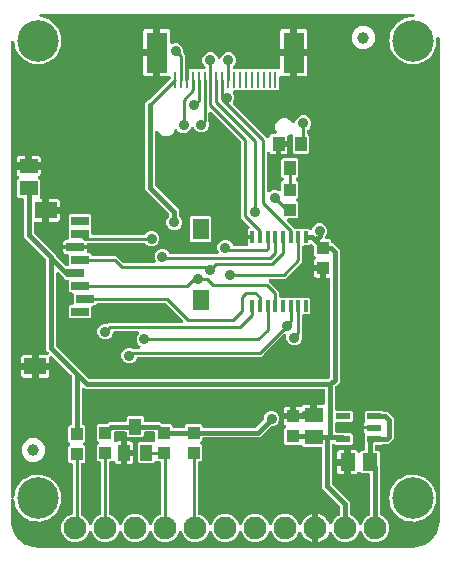
<source format=gbr>
G04 EAGLE Gerber RS-274X export*
G75*
%MOMM*%
%FSLAX34Y34*%
%LPD*%
%INTop Copper*%
%IPPOS*%
%AMOC8*
5,1,8,0,0,1.08239X$1,22.5*%
G01*
%ADD10R,1.900000X1.400000*%
%ADD11R,1.400000X1.800000*%
%ADD12R,1.500000X0.700000*%
%ADD13R,1.200000X0.550000*%
%ADD14R,1.240000X1.500000*%
%ADD15R,1.500000X1.240000*%
%ADD16C,1.000000*%
%ADD17C,3.516000*%
%ADD18R,1.000000X1.075000*%
%ADD19R,1.000000X1.200000*%
%ADD20R,0.304800X0.990600*%
%ADD21R,1.000000X1.400000*%
%ADD22R,0.250000X1.400000*%
%ADD23R,1.800000X3.500000*%
%ADD24C,1.930400*%
%ADD25C,0.906400*%
%ADD26C,0.254000*%
%ADD27C,0.406400*%

G36*
X317542Y2546D02*
X317542Y2546D01*
X317620Y2545D01*
X320957Y2808D01*
X321013Y2819D01*
X321070Y2821D01*
X321281Y2871D01*
X321299Y2875D01*
X321303Y2877D01*
X321308Y2878D01*
X327657Y4941D01*
X327763Y4989D01*
X327873Y5030D01*
X327937Y5069D01*
X327974Y5086D01*
X328009Y5113D01*
X328082Y5157D01*
X333482Y9081D01*
X333568Y9160D01*
X333660Y9232D01*
X333709Y9289D01*
X333739Y9317D01*
X333764Y9353D01*
X333819Y9418D01*
X337743Y14818D01*
X337800Y14920D01*
X337865Y15017D01*
X337894Y15086D01*
X337914Y15122D01*
X337927Y15165D01*
X337959Y15243D01*
X340022Y21592D01*
X340033Y21648D01*
X340053Y21701D01*
X340087Y21915D01*
X340091Y21933D01*
X340091Y21937D01*
X340092Y21943D01*
X340355Y25280D01*
X340353Y25323D01*
X340359Y25400D01*
X340359Y431800D01*
X340354Y431842D01*
X340355Y431920D01*
X340229Y433519D01*
X340207Y433632D01*
X340194Y433746D01*
X340173Y433802D01*
X340162Y433861D01*
X340115Y433966D01*
X340076Y434074D01*
X340043Y434124D01*
X340019Y434179D01*
X339949Y434270D01*
X339887Y434367D01*
X339844Y434408D01*
X339807Y434456D01*
X339719Y434529D01*
X339636Y434609D01*
X339585Y434640D01*
X339539Y434678D01*
X339436Y434729D01*
X339337Y434788D01*
X339280Y434806D01*
X339226Y434833D01*
X339115Y434859D01*
X339005Y434894D01*
X338946Y434899D01*
X338887Y434913D01*
X338772Y434913D01*
X338658Y434922D01*
X338599Y434913D01*
X338539Y434913D01*
X338427Y434887D01*
X338313Y434870D01*
X338257Y434848D01*
X338199Y434835D01*
X338096Y434784D01*
X337989Y434742D01*
X337940Y434707D01*
X337886Y434681D01*
X337797Y434608D01*
X337703Y434543D01*
X337663Y434498D01*
X337617Y434460D01*
X337547Y434369D01*
X337470Y434284D01*
X337441Y434231D01*
X337404Y434184D01*
X337357Y434079D01*
X337301Y433979D01*
X337285Y433921D01*
X337260Y433866D01*
X337238Y433754D01*
X337207Y433643D01*
X337200Y433566D01*
X337192Y433525D01*
X337192Y433462D01*
X337187Y433400D01*
X337187Y427615D01*
X334446Y421459D01*
X334441Y421444D01*
X334430Y421422D01*
X334096Y420616D01*
X334087Y420605D01*
X334077Y420586D01*
X334068Y420575D01*
X334050Y420537D01*
X333970Y420390D01*
X333783Y419970D01*
X330033Y416593D01*
X330013Y416570D01*
X329975Y416538D01*
X328610Y415173D01*
X328566Y415155D01*
X328446Y415088D01*
X328324Y415028D01*
X328287Y415000D01*
X328262Y414986D01*
X328224Y414952D01*
X328130Y414880D01*
X327563Y414370D01*
X323477Y413042D01*
X323439Y413025D01*
X323365Y413001D01*
X321401Y412187D01*
X321088Y412187D01*
X320971Y412174D01*
X320855Y412169D01*
X320782Y412152D01*
X320741Y412147D01*
X320699Y412132D01*
X320617Y412113D01*
X319604Y411784D01*
X315842Y412179D01*
X315793Y412178D01*
X315683Y412187D01*
X313599Y412187D01*
X313067Y412408D01*
X312974Y412434D01*
X312884Y412470D01*
X312779Y412490D01*
X312732Y412503D01*
X312699Y412505D01*
X312643Y412515D01*
X311280Y412658D01*
X308368Y414340D01*
X308326Y414358D01*
X308190Y414428D01*
X306390Y415173D01*
X305802Y415761D01*
X305742Y415809D01*
X305688Y415865D01*
X305566Y415949D01*
X305529Y415978D01*
X305511Y415986D01*
X305486Y416004D01*
X304033Y416843D01*
X302276Y419261D01*
X302268Y419270D01*
X302177Y419376D01*
X302164Y419395D01*
X302152Y419406D01*
X302120Y419443D01*
X300873Y420690D01*
X300459Y421690D01*
X300431Y421740D01*
X300412Y421794D01*
X300299Y421979D01*
X300290Y421995D01*
X300287Y421997D01*
X300284Y422002D01*
X299113Y423614D01*
X298564Y426198D01*
X298558Y426215D01*
X298556Y426232D01*
X298481Y426465D01*
X297887Y427899D01*
X297887Y429222D01*
X297883Y429259D01*
X297885Y429296D01*
X297854Y429539D01*
X297373Y431800D01*
X297854Y434061D01*
X297858Y434098D01*
X297868Y434134D01*
X297887Y434378D01*
X297887Y435701D01*
X298481Y437135D01*
X298486Y437152D01*
X298494Y437167D01*
X298564Y437402D01*
X299113Y439986D01*
X300284Y441598D01*
X300312Y441647D01*
X300348Y441692D01*
X300446Y441885D01*
X300455Y441901D01*
X300456Y441905D01*
X300459Y441910D01*
X300873Y442910D01*
X302120Y444157D01*
X302127Y444166D01*
X302276Y444339D01*
X304033Y446757D01*
X305486Y447596D01*
X305548Y447642D01*
X305616Y447680D01*
X305728Y447776D01*
X305766Y447804D01*
X305779Y447819D01*
X305802Y447839D01*
X306390Y448427D01*
X308190Y449172D01*
X308230Y449195D01*
X308368Y449260D01*
X311280Y450942D01*
X312643Y451085D01*
X312738Y451106D01*
X312834Y451117D01*
X312936Y451150D01*
X312984Y451161D01*
X313014Y451175D01*
X313067Y451192D01*
X313599Y451413D01*
X315683Y451413D01*
X315732Y451418D01*
X315842Y451421D01*
X317708Y451617D01*
X317743Y451625D01*
X317778Y451626D01*
X317913Y451663D01*
X318049Y451693D01*
X318080Y451708D01*
X318114Y451718D01*
X318237Y451784D01*
X318363Y451844D01*
X318390Y451866D01*
X318421Y451883D01*
X318525Y451975D01*
X318634Y452063D01*
X318656Y452091D01*
X318682Y452114D01*
X318763Y452228D01*
X318849Y452337D01*
X318864Y452369D01*
X318884Y452398D01*
X318937Y452527D01*
X318995Y452654D01*
X319003Y452688D01*
X319016Y452721D01*
X319038Y452858D01*
X319066Y452995D01*
X319065Y453030D01*
X319071Y453065D01*
X319061Y453203D01*
X319058Y453343D01*
X319049Y453377D01*
X319047Y453412D01*
X319005Y453546D01*
X318970Y453681D01*
X318954Y453712D01*
X318944Y453745D01*
X318873Y453865D01*
X318809Y453989D01*
X318785Y454016D01*
X318768Y454046D01*
X318672Y454147D01*
X318581Y454253D01*
X318552Y454274D01*
X318528Y454299D01*
X318412Y454376D01*
X318299Y454458D01*
X318267Y454472D01*
X318237Y454491D01*
X318107Y454539D01*
X317978Y454594D01*
X317943Y454600D01*
X317910Y454612D01*
X317752Y454637D01*
X317744Y454640D01*
X317732Y454641D01*
X317669Y454651D01*
X317619Y454655D01*
X317577Y454653D01*
X317500Y454659D01*
X2972Y454659D01*
X2863Y454647D01*
X2753Y454643D01*
X2690Y454627D01*
X2626Y454619D01*
X2522Y454582D01*
X2416Y454554D01*
X2359Y454524D01*
X2298Y454502D01*
X2205Y454442D01*
X2108Y454391D01*
X2059Y454348D01*
X2005Y454313D01*
X1928Y454234D01*
X1845Y454161D01*
X1808Y454109D01*
X1763Y454062D01*
X1706Y453968D01*
X1642Y453879D01*
X1617Y453819D01*
X1584Y453763D01*
X1550Y453658D01*
X1508Y453557D01*
X1497Y453493D01*
X1478Y453431D01*
X1469Y453322D01*
X1451Y453213D01*
X1455Y453148D01*
X1450Y453084D01*
X1466Y452975D01*
X1473Y452865D01*
X1492Y452803D01*
X1501Y452739D01*
X1542Y452637D01*
X1574Y452532D01*
X1606Y452475D01*
X1630Y452415D01*
X1693Y452325D01*
X1748Y452230D01*
X1792Y452182D01*
X1829Y452129D01*
X1911Y452055D01*
X1986Y451975D01*
X2040Y451939D01*
X2088Y451896D01*
X2184Y451842D01*
X2275Y451781D01*
X2354Y451749D01*
X2393Y451727D01*
X2433Y451716D01*
X2501Y451687D01*
X3117Y451487D01*
X3231Y451464D01*
X3344Y451432D01*
X3418Y451426D01*
X3458Y451418D01*
X3503Y451420D01*
X3588Y451413D01*
X3901Y451413D01*
X5865Y450599D01*
X5906Y450588D01*
X5977Y450558D01*
X10063Y449230D01*
X10630Y448720D01*
X10741Y448641D01*
X10848Y448556D01*
X10890Y448535D01*
X10914Y448518D01*
X10960Y448499D01*
X11066Y448445D01*
X11110Y448427D01*
X12475Y447061D01*
X12499Y447043D01*
X12533Y447007D01*
X16283Y443630D01*
X16470Y443210D01*
X16550Y443075D01*
X16584Y443014D01*
X16930Y442178D01*
X16938Y442164D01*
X16946Y442141D01*
X19687Y435985D01*
X19687Y427615D01*
X16946Y421459D01*
X16941Y421444D01*
X16930Y421422D01*
X16596Y420616D01*
X16587Y420605D01*
X16577Y420586D01*
X16568Y420575D01*
X16550Y420537D01*
X16470Y420390D01*
X16283Y419970D01*
X12533Y416593D01*
X12513Y416570D01*
X12475Y416538D01*
X11110Y415173D01*
X11066Y415155D01*
X10946Y415088D01*
X10824Y415028D01*
X10787Y415000D01*
X10762Y414986D01*
X10724Y414952D01*
X10630Y414880D01*
X10063Y414370D01*
X5977Y413042D01*
X5939Y413025D01*
X5865Y413001D01*
X3901Y412187D01*
X3588Y412187D01*
X3471Y412174D01*
X3355Y412169D01*
X3282Y412152D01*
X3241Y412147D01*
X3199Y412132D01*
X3117Y412113D01*
X2104Y411784D01*
X-1658Y412179D01*
X-1707Y412178D01*
X-1817Y412187D01*
X-3901Y412187D01*
X-4433Y412408D01*
X-4526Y412434D01*
X-4616Y412470D01*
X-4721Y412490D01*
X-4768Y412503D01*
X-4802Y412505D01*
X-4857Y412515D01*
X-6220Y412658D01*
X-9132Y414340D01*
X-9174Y414358D01*
X-9310Y414428D01*
X-11110Y415173D01*
X-11698Y415761D01*
X-11758Y415809D01*
X-11812Y415865D01*
X-11934Y415949D01*
X-11971Y415978D01*
X-11989Y415986D01*
X-12014Y416004D01*
X-13467Y416843D01*
X-15224Y419261D01*
X-15232Y419270D01*
X-15323Y419376D01*
X-15336Y419395D01*
X-15348Y419406D01*
X-15380Y419443D01*
X-16627Y420690D01*
X-17041Y421690D01*
X-17069Y421740D01*
X-17088Y421794D01*
X-17201Y421979D01*
X-17210Y421995D01*
X-17213Y421997D01*
X-17216Y422002D01*
X-18387Y423614D01*
X-18936Y426198D01*
X-18942Y426215D01*
X-18944Y426232D01*
X-19019Y426465D01*
X-19613Y427899D01*
X-19613Y429222D01*
X-19617Y429259D01*
X-19615Y429296D01*
X-19646Y429539D01*
X-19846Y430480D01*
X-19851Y430494D01*
X-19853Y430509D01*
X-19906Y430659D01*
X-19957Y430810D01*
X-19965Y430823D01*
X-19970Y430837D01*
X-20056Y430971D01*
X-20140Y431107D01*
X-20151Y431117D01*
X-20159Y431130D01*
X-20274Y431241D01*
X-20386Y431354D01*
X-20399Y431362D01*
X-20410Y431372D01*
X-20547Y431454D01*
X-20681Y431538D01*
X-20696Y431543D01*
X-20709Y431551D01*
X-20860Y431600D01*
X-21011Y431651D01*
X-21026Y431653D01*
X-21041Y431657D01*
X-21199Y431670D01*
X-21358Y431686D01*
X-21373Y431684D01*
X-21388Y431685D01*
X-21545Y431662D01*
X-21704Y431641D01*
X-21718Y431636D01*
X-21733Y431634D01*
X-21881Y431575D01*
X-22030Y431519D01*
X-22043Y431511D01*
X-22057Y431505D01*
X-22187Y431414D01*
X-22320Y431326D01*
X-22330Y431315D01*
X-22343Y431306D01*
X-22449Y431188D01*
X-22559Y431072D01*
X-22566Y431058D01*
X-22576Y431047D01*
X-22654Y430908D01*
X-22733Y430770D01*
X-22737Y430756D01*
X-22745Y430742D01*
X-22788Y430588D01*
X-22834Y430437D01*
X-22835Y430421D01*
X-22840Y430407D01*
X-22859Y430163D01*
X-22859Y46087D01*
X-22858Y46072D01*
X-22859Y46057D01*
X-22838Y45899D01*
X-22819Y45741D01*
X-22814Y45726D01*
X-22812Y45711D01*
X-22756Y45562D01*
X-22702Y45413D01*
X-22694Y45400D01*
X-22688Y45386D01*
X-22599Y45254D01*
X-22513Y45120D01*
X-22502Y45109D01*
X-22493Y45097D01*
X-22377Y44988D01*
X-22262Y44878D01*
X-22249Y44870D01*
X-22238Y44859D01*
X-22100Y44781D01*
X-21963Y44699D01*
X-21949Y44694D01*
X-21935Y44687D01*
X-21783Y44641D01*
X-21631Y44593D01*
X-21616Y44591D01*
X-21601Y44587D01*
X-21442Y44577D01*
X-21284Y44565D01*
X-21269Y44567D01*
X-21254Y44566D01*
X-21096Y44593D01*
X-20939Y44616D01*
X-20925Y44622D01*
X-20910Y44624D01*
X-20763Y44686D01*
X-20615Y44745D01*
X-20603Y44754D01*
X-20589Y44760D01*
X-20459Y44853D01*
X-20329Y44944D01*
X-20319Y44955D01*
X-20307Y44964D01*
X-20202Y45085D01*
X-20096Y45203D01*
X-20088Y45216D01*
X-20078Y45228D01*
X-20004Y45368D01*
X-19927Y45508D01*
X-19923Y45522D01*
X-19916Y45536D01*
X-19846Y45770D01*
X-19646Y46711D01*
X-19642Y46748D01*
X-19632Y46784D01*
X-19613Y47028D01*
X-19613Y48351D01*
X-19019Y49785D01*
X-19014Y49802D01*
X-19006Y49817D01*
X-18936Y50052D01*
X-18387Y52636D01*
X-17216Y54248D01*
X-17188Y54297D01*
X-17152Y54342D01*
X-17054Y54535D01*
X-17045Y54551D01*
X-17044Y54555D01*
X-17041Y54560D01*
X-16627Y55560D01*
X-15380Y56807D01*
X-15373Y56816D01*
X-15224Y56989D01*
X-13467Y59407D01*
X-12014Y60246D01*
X-11952Y60292D01*
X-11884Y60330D01*
X-11772Y60426D01*
X-11734Y60454D01*
X-11721Y60469D01*
X-11698Y60489D01*
X-11110Y61077D01*
X-9310Y61822D01*
X-9270Y61845D01*
X-9132Y61910D01*
X-6220Y63592D01*
X-4857Y63735D01*
X-4762Y63756D01*
X-4666Y63767D01*
X-4564Y63800D01*
X-4517Y63811D01*
X-4486Y63825D01*
X-4433Y63842D01*
X-3901Y64063D01*
X-1817Y64063D01*
X-1768Y64068D01*
X-1658Y64071D01*
X2104Y64466D01*
X3117Y64137D01*
X3231Y64114D01*
X3344Y64082D01*
X3418Y64076D01*
X3458Y64068D01*
X3503Y64070D01*
X3588Y64063D01*
X3901Y64063D01*
X5865Y63249D01*
X5906Y63238D01*
X5977Y63208D01*
X10063Y61880D01*
X10630Y61370D01*
X10741Y61291D01*
X10848Y61206D01*
X10890Y61185D01*
X10914Y61168D01*
X10960Y61149D01*
X11066Y61095D01*
X11110Y61077D01*
X12475Y59711D01*
X12499Y59693D01*
X12533Y59657D01*
X16283Y56280D01*
X16470Y55860D01*
X16550Y55725D01*
X16584Y55664D01*
X16930Y54828D01*
X16938Y54814D01*
X16946Y54791D01*
X19687Y48635D01*
X19687Y40265D01*
X16946Y34109D01*
X16941Y34094D01*
X16930Y34072D01*
X16596Y33266D01*
X16587Y33255D01*
X16577Y33236D01*
X16568Y33225D01*
X16550Y33187D01*
X16470Y33040D01*
X16283Y32620D01*
X12533Y29243D01*
X12513Y29220D01*
X12475Y29188D01*
X11110Y27823D01*
X11066Y27805D01*
X10946Y27738D01*
X10824Y27678D01*
X10787Y27650D01*
X10762Y27636D01*
X10724Y27602D01*
X10630Y27530D01*
X10063Y27020D01*
X5977Y25692D01*
X5939Y25675D01*
X5865Y25651D01*
X3901Y24837D01*
X3588Y24837D01*
X3471Y24824D01*
X3355Y24819D01*
X3282Y24802D01*
X3241Y24797D01*
X3199Y24782D01*
X3117Y24763D01*
X2104Y24434D01*
X-1658Y24829D01*
X-1707Y24828D01*
X-1817Y24837D01*
X-3901Y24837D01*
X-4433Y25058D01*
X-4526Y25084D01*
X-4616Y25120D01*
X-4721Y25140D01*
X-4768Y25153D01*
X-4802Y25155D01*
X-4857Y25165D01*
X-6220Y25308D01*
X-9132Y26990D01*
X-9174Y27008D01*
X-9310Y27078D01*
X-11110Y27823D01*
X-11698Y28411D01*
X-11758Y28459D01*
X-11812Y28515D01*
X-11934Y28599D01*
X-11971Y28628D01*
X-11989Y28636D01*
X-12014Y28654D01*
X-13467Y29493D01*
X-15224Y31911D01*
X-15232Y31920D01*
X-15380Y32093D01*
X-16627Y33340D01*
X-17041Y34340D01*
X-17069Y34390D01*
X-17089Y34444D01*
X-17202Y34629D01*
X-17210Y34645D01*
X-17213Y34647D01*
X-17216Y34652D01*
X-18387Y36264D01*
X-18936Y38848D01*
X-18942Y38865D01*
X-18944Y38882D01*
X-19019Y39115D01*
X-19613Y40549D01*
X-19613Y41872D01*
X-19617Y41909D01*
X-19615Y41946D01*
X-19646Y42189D01*
X-19846Y43130D01*
X-19851Y43144D01*
X-19853Y43159D01*
X-19906Y43309D01*
X-19957Y43460D01*
X-19965Y43473D01*
X-19970Y43487D01*
X-20057Y43621D01*
X-20140Y43757D01*
X-20151Y43767D01*
X-20159Y43780D01*
X-20274Y43891D01*
X-20386Y44004D01*
X-20399Y44012D01*
X-20410Y44022D01*
X-20546Y44104D01*
X-20681Y44188D01*
X-20696Y44193D01*
X-20709Y44201D01*
X-20860Y44250D01*
X-21011Y44301D01*
X-21026Y44303D01*
X-21041Y44307D01*
X-21199Y44320D01*
X-21358Y44336D01*
X-21373Y44334D01*
X-21388Y44335D01*
X-21545Y44312D01*
X-21704Y44291D01*
X-21718Y44286D01*
X-21733Y44284D01*
X-21881Y44225D01*
X-22030Y44169D01*
X-22043Y44161D01*
X-22057Y44155D01*
X-22187Y44064D01*
X-22320Y43976D01*
X-22330Y43965D01*
X-22343Y43956D01*
X-22449Y43838D01*
X-22559Y43722D01*
X-22566Y43709D01*
X-22576Y43697D01*
X-22653Y43558D01*
X-22733Y43420D01*
X-22738Y43406D01*
X-22745Y43392D01*
X-22788Y43239D01*
X-22834Y43087D01*
X-22835Y43072D01*
X-22840Y43057D01*
X-22859Y42813D01*
X-22859Y25400D01*
X-22855Y25365D01*
X-22858Y25337D01*
X-22855Y25317D01*
X-22855Y25281D01*
X-22592Y21943D01*
X-22581Y21887D01*
X-22579Y21830D01*
X-22529Y21619D01*
X-22525Y21601D01*
X-22523Y21597D01*
X-22522Y21592D01*
X-20459Y15243D01*
X-20411Y15137D01*
X-20370Y15027D01*
X-20331Y14963D01*
X-20314Y14926D01*
X-20287Y14891D01*
X-20243Y14818D01*
X-16319Y9418D01*
X-16240Y9332D01*
X-16168Y9240D01*
X-16111Y9191D01*
X-16083Y9161D01*
X-16047Y9136D01*
X-15982Y9081D01*
X-10582Y5157D01*
X-10480Y5100D01*
X-10383Y5035D01*
X-10314Y5006D01*
X-10278Y4986D01*
X-10235Y4973D01*
X-10157Y4941D01*
X-3808Y2878D01*
X-3752Y2867D01*
X-3699Y2847D01*
X-3485Y2813D01*
X-3467Y2809D01*
X-3463Y2809D01*
X-3457Y2808D01*
X-120Y2545D01*
X-77Y2547D01*
X0Y2541D01*
X317500Y2541D01*
X317542Y2546D01*
G37*
%LPC*%
G36*
X237449Y18074D02*
X237449Y18074D01*
X237446Y18100D01*
X237448Y18126D01*
X237426Y18273D01*
X237409Y18420D01*
X237401Y18445D01*
X237397Y18471D01*
X237342Y18608D01*
X237292Y18748D01*
X237278Y18770D01*
X237268Y18795D01*
X237183Y18916D01*
X237103Y19041D01*
X237090Y19053D01*
X237135Y19100D01*
X237149Y19123D01*
X237166Y19142D01*
X237238Y19272D01*
X237314Y19399D01*
X237322Y19424D01*
X237335Y19447D01*
X237375Y19590D01*
X237420Y19731D01*
X237422Y19757D01*
X237430Y19782D01*
X237449Y20026D01*
X237449Y30999D01*
X237805Y30943D01*
X239630Y30349D01*
X241340Y29478D01*
X242893Y28350D01*
X244250Y26993D01*
X245378Y25440D01*
X246249Y23731D01*
X246465Y23068D01*
X246531Y22923D01*
X246595Y22776D01*
X246603Y22765D01*
X246609Y22751D01*
X246707Y22625D01*
X246803Y22497D01*
X246814Y22487D01*
X246823Y22476D01*
X246947Y22374D01*
X247069Y22271D01*
X247082Y22265D01*
X247093Y22256D01*
X247236Y22186D01*
X247379Y22113D01*
X247393Y22109D01*
X247406Y22103D01*
X247561Y22067D01*
X247717Y22029D01*
X247732Y22028D01*
X247746Y22025D01*
X247905Y22026D01*
X248066Y22023D01*
X248080Y22027D01*
X248094Y22027D01*
X248250Y22064D01*
X248406Y22098D01*
X248419Y22104D01*
X248433Y22107D01*
X248577Y22179D01*
X248721Y22248D01*
X248732Y22257D01*
X248745Y22263D01*
X248868Y22365D01*
X248993Y22465D01*
X249002Y22476D01*
X249013Y22486D01*
X249110Y22613D01*
X249209Y22738D01*
X249217Y22754D01*
X249224Y22763D01*
X249240Y22798D01*
X249321Y22956D01*
X250444Y25669D01*
X253731Y28956D01*
X255345Y29624D01*
X255412Y29661D01*
X255483Y29690D01*
X255564Y29746D01*
X255650Y29794D01*
X255706Y29845D01*
X255769Y29889D01*
X255835Y29962D01*
X255908Y30028D01*
X255951Y30091D01*
X256002Y30147D01*
X256050Y30233D01*
X256106Y30314D01*
X256134Y30386D01*
X256171Y30452D01*
X256198Y30547D01*
X256234Y30639D01*
X256245Y30714D01*
X256266Y30788D01*
X256278Y30937D01*
X256285Y30983D01*
X256283Y31003D01*
X256285Y31032D01*
X256285Y37055D01*
X256271Y37181D01*
X256264Y37307D01*
X256251Y37354D01*
X256245Y37402D01*
X256203Y37521D01*
X256168Y37642D01*
X256144Y37684D01*
X256128Y37730D01*
X256059Y37836D01*
X255998Y37946D01*
X255958Y37992D01*
X255939Y38022D01*
X255904Y38056D01*
X255839Y38132D01*
X241045Y52926D01*
X241045Y86154D01*
X241042Y86180D01*
X241044Y86206D01*
X241022Y86353D01*
X241005Y86500D01*
X240997Y86525D01*
X240993Y86551D01*
X240938Y86689D01*
X240888Y86828D01*
X240874Y86850D01*
X240864Y86875D01*
X240779Y86996D01*
X240699Y87121D01*
X240680Y87139D01*
X240665Y87161D01*
X240555Y87260D01*
X240448Y87363D01*
X240426Y87377D01*
X240406Y87394D01*
X240276Y87466D01*
X240149Y87542D01*
X240124Y87550D01*
X240101Y87563D01*
X239958Y87603D01*
X239817Y87648D01*
X239791Y87650D01*
X239766Y87658D01*
X239522Y87677D01*
X225338Y87677D01*
X223705Y89311D01*
X223684Y89327D01*
X223667Y89347D01*
X223548Y89435D01*
X223432Y89527D01*
X223408Y89538D01*
X223387Y89554D01*
X223251Y89613D01*
X223117Y89676D01*
X223091Y89682D01*
X223067Y89692D01*
X222921Y89718D01*
X222776Y89750D01*
X222750Y89749D01*
X222724Y89754D01*
X222575Y89746D01*
X222427Y89744D01*
X222402Y89737D01*
X222376Y89736D01*
X222233Y89695D01*
X222089Y89659D01*
X222066Y89647D01*
X222041Y89639D01*
X221911Y89567D01*
X221786Y89502D01*
X210058Y89502D01*
X208867Y90693D01*
X208867Y103127D01*
X209776Y104036D01*
X209808Y104076D01*
X209846Y104110D01*
X209916Y104212D01*
X209993Y104309D01*
X210015Y104355D01*
X210044Y104397D01*
X210089Y104512D01*
X210142Y104624D01*
X210152Y104674D01*
X210171Y104721D01*
X210189Y104844D01*
X210215Y104965D01*
X210214Y105016D01*
X210222Y105066D01*
X210211Y105190D01*
X210209Y105313D01*
X210197Y105363D01*
X210192Y105414D01*
X210154Y105531D01*
X210124Y105651D01*
X210101Y105697D01*
X210085Y105745D01*
X210021Y105851D01*
X209965Y105961D01*
X209931Y106000D01*
X209905Y106044D01*
X209819Y106132D01*
X209739Y106226D01*
X209698Y106257D01*
X209662Y106293D01*
X209461Y106432D01*
X209340Y106502D01*
X208867Y106975D01*
X208532Y107554D01*
X208359Y108200D01*
X208359Y111411D01*
X214924Y111411D01*
X214950Y111414D01*
X214976Y111412D01*
X215123Y111434D01*
X215270Y111451D01*
X215295Y111459D01*
X215321Y111463D01*
X215458Y111518D01*
X215598Y111568D01*
X215620Y111582D01*
X215645Y111592D01*
X215766Y111677D01*
X215891Y111757D01*
X215903Y111770D01*
X215950Y111725D01*
X215973Y111711D01*
X215992Y111694D01*
X216122Y111622D01*
X216249Y111546D01*
X216274Y111538D01*
X216297Y111525D01*
X216440Y111485D01*
X216581Y111440D01*
X216607Y111437D01*
X216632Y111430D01*
X216876Y111411D01*
X222116Y111411D01*
X222142Y111414D01*
X222168Y111412D01*
X222315Y111434D01*
X222462Y111451D01*
X222487Y111459D01*
X222513Y111463D01*
X222651Y111518D01*
X222790Y111568D01*
X222812Y111582D01*
X222837Y111592D01*
X222958Y111677D01*
X223083Y111757D01*
X223101Y111776D01*
X223123Y111791D01*
X223188Y111863D01*
X232156Y111863D01*
X232182Y111866D01*
X232208Y111864D01*
X232355Y111886D01*
X232502Y111903D01*
X232527Y111911D01*
X232553Y111915D01*
X232691Y111970D01*
X232830Y112020D01*
X232852Y112034D01*
X232877Y112044D01*
X232998Y112129D01*
X233123Y112209D01*
X233141Y112228D01*
X233163Y112243D01*
X233262Y112353D01*
X233365Y112460D01*
X233379Y112482D01*
X233396Y112502D01*
X233468Y112632D01*
X233544Y112759D01*
X233552Y112784D01*
X233565Y112807D01*
X233605Y112950D01*
X233650Y113091D01*
X233652Y113117D01*
X233660Y113142D01*
X233679Y113386D01*
X233679Y114911D01*
X235204Y114911D01*
X235230Y114914D01*
X235256Y114912D01*
X235403Y114934D01*
X235550Y114951D01*
X235575Y114960D01*
X235601Y114963D01*
X235739Y115018D01*
X235878Y115068D01*
X235900Y115082D01*
X235925Y115092D01*
X236046Y115177D01*
X236171Y115257D01*
X236189Y115276D01*
X236211Y115291D01*
X236310Y115401D01*
X236413Y115508D01*
X236427Y115530D01*
X236444Y115550D01*
X236516Y115680D01*
X236592Y115807D01*
X236600Y115832D01*
X236613Y115855D01*
X236653Y115998D01*
X236698Y116139D01*
X236700Y116165D01*
X236708Y116190D01*
X236727Y116434D01*
X236727Y123651D01*
X241515Y123651D01*
X241668Y123610D01*
X241718Y123602D01*
X241767Y123587D01*
X241890Y123577D01*
X242013Y123559D01*
X242063Y123563D01*
X242114Y123559D01*
X242237Y123577D01*
X242360Y123587D01*
X242408Y123603D01*
X242459Y123610D01*
X242574Y123656D01*
X242692Y123694D01*
X242735Y123720D01*
X242783Y123739D01*
X242884Y123810D01*
X242990Y123873D01*
X243027Y123909D01*
X243069Y123938D01*
X243152Y124030D01*
X243241Y124116D01*
X243268Y124159D01*
X243302Y124197D01*
X243362Y124305D01*
X243429Y124409D01*
X243446Y124457D01*
X243471Y124502D01*
X243504Y124621D01*
X243546Y124737D01*
X243552Y124788D01*
X243566Y124837D01*
X243585Y125081D01*
X243585Y135382D01*
X243582Y135408D01*
X243584Y135434D01*
X243562Y135581D01*
X243545Y135728D01*
X243537Y135753D01*
X243533Y135779D01*
X243478Y135917D01*
X243428Y136056D01*
X243414Y136078D01*
X243404Y136103D01*
X243319Y136224D01*
X243239Y136349D01*
X243220Y136367D01*
X243205Y136389D01*
X243095Y136488D01*
X242988Y136591D01*
X242966Y136605D01*
X242946Y136622D01*
X242816Y136694D01*
X242689Y136770D01*
X242664Y136778D01*
X242641Y136791D01*
X242498Y136831D01*
X242357Y136876D01*
X242331Y136878D01*
X242306Y136886D01*
X242062Y136905D01*
X40226Y136905D01*
X39685Y137447D01*
X39606Y137509D01*
X39534Y137579D01*
X39470Y137617D01*
X39412Y137663D01*
X39321Y137706D01*
X39235Y137758D01*
X39164Y137780D01*
X39097Y137812D01*
X38999Y137833D01*
X38903Y137864D01*
X38829Y137870D01*
X38756Y137885D01*
X38656Y137884D01*
X38556Y137892D01*
X38482Y137881D01*
X38408Y137879D01*
X38311Y137855D01*
X38211Y137840D01*
X38142Y137813D01*
X38070Y137794D01*
X37981Y137748D01*
X37887Y137711D01*
X37826Y137669D01*
X37760Y137635D01*
X37684Y137570D01*
X37601Y137512D01*
X37551Y137457D01*
X37495Y137409D01*
X37435Y137328D01*
X37368Y137254D01*
X37332Y137189D01*
X37287Y137129D01*
X37248Y137037D01*
X37199Y136949D01*
X37179Y136877D01*
X37149Y136809D01*
X37132Y136710D01*
X37104Y136613D01*
X37096Y136513D01*
X37088Y136466D01*
X37090Y136430D01*
X37085Y136369D01*
X37085Y107601D01*
X37086Y107593D01*
X37086Y107592D01*
X37088Y107575D01*
X37086Y107549D01*
X37108Y107402D01*
X37125Y107255D01*
X37133Y107230D01*
X37137Y107204D01*
X37192Y107066D01*
X37242Y106927D01*
X37256Y106905D01*
X37266Y106880D01*
X37351Y106759D01*
X37431Y106634D01*
X37450Y106616D01*
X37465Y106594D01*
X37575Y106495D01*
X37682Y106392D01*
X37704Y106378D01*
X37724Y106361D01*
X37854Y106289D01*
X37981Y106213D01*
X38006Y106205D01*
X38029Y106192D01*
X38172Y106152D01*
X38313Y106107D01*
X38339Y106105D01*
X38364Y106097D01*
X38608Y106078D01*
X38862Y106078D01*
X40053Y104887D01*
X40053Y92453D01*
X38847Y91247D01*
X38831Y91227D01*
X38811Y91210D01*
X38722Y91090D01*
X38630Y90974D01*
X38619Y90950D01*
X38603Y90929D01*
X38545Y90793D01*
X38481Y90659D01*
X38476Y90633D01*
X38465Y90609D01*
X38439Y90463D01*
X38408Y90318D01*
X38408Y90292D01*
X38404Y90266D01*
X38411Y90118D01*
X38414Y89970D01*
X38420Y89944D01*
X38422Y89918D01*
X38463Y89776D01*
X38499Y89632D01*
X38511Y89609D01*
X38518Y89583D01*
X38591Y89454D01*
X38659Y89322D01*
X38676Y89302D01*
X38688Y89279D01*
X38847Y89093D01*
X40053Y87887D01*
X40053Y75453D01*
X38862Y74262D01*
X37846Y74262D01*
X37820Y74259D01*
X37794Y74261D01*
X37647Y74239D01*
X37500Y74222D01*
X37475Y74214D01*
X37449Y74210D01*
X37311Y74155D01*
X37172Y74105D01*
X37150Y74091D01*
X37125Y74081D01*
X37004Y73996D01*
X36879Y73916D01*
X36861Y73897D01*
X36839Y73882D01*
X36740Y73772D01*
X36637Y73665D01*
X36623Y73643D01*
X36606Y73623D01*
X36534Y73493D01*
X36458Y73366D01*
X36450Y73341D01*
X36437Y73318D01*
X36397Y73175D01*
X36352Y73034D01*
X36350Y73008D01*
X36342Y72983D01*
X36323Y72739D01*
X36323Y30821D01*
X36331Y30745D01*
X36330Y30669D01*
X36351Y30572D01*
X36363Y30475D01*
X36388Y30403D01*
X36405Y30328D01*
X36447Y30240D01*
X36480Y30147D01*
X36522Y30083D01*
X36554Y30014D01*
X36616Y29937D01*
X36669Y29854D01*
X36724Y29801D01*
X36772Y29741D01*
X36849Y29680D01*
X36920Y29612D01*
X36985Y29573D01*
X37045Y29525D01*
X37178Y29457D01*
X37219Y29433D01*
X37237Y29427D01*
X37263Y29414D01*
X38369Y28956D01*
X41656Y25669D01*
X43043Y22321D01*
X43091Y22233D01*
X43132Y22141D01*
X43176Y22081D01*
X43212Y22016D01*
X43279Y21942D01*
X43339Y21861D01*
X43396Y21813D01*
X43446Y21758D01*
X43529Y21701D01*
X43605Y21636D01*
X43672Y21602D01*
X43733Y21560D01*
X43826Y21523D01*
X43916Y21477D01*
X43988Y21459D01*
X44057Y21432D01*
X44156Y21417D01*
X44254Y21393D01*
X44328Y21392D01*
X44402Y21381D01*
X44502Y21389D01*
X44602Y21388D01*
X44675Y21404D01*
X44749Y21410D01*
X44845Y21441D01*
X44943Y21462D01*
X45010Y21494D01*
X45081Y21517D01*
X45167Y21569D01*
X45258Y21612D01*
X45316Y21658D01*
X45379Y21697D01*
X45452Y21767D01*
X45530Y21829D01*
X45576Y21888D01*
X45629Y21940D01*
X45684Y22024D01*
X45746Y22103D01*
X45792Y22192D01*
X45818Y22233D01*
X45830Y22267D01*
X45857Y22321D01*
X47244Y25669D01*
X50531Y28956D01*
X52907Y29940D01*
X52974Y29977D01*
X53045Y30005D01*
X53126Y30061D01*
X53212Y30109D01*
X53268Y30161D01*
X53331Y30204D01*
X53397Y30277D01*
X53470Y30343D01*
X53513Y30406D01*
X53564Y30463D01*
X53612Y30549D01*
X53668Y30630D01*
X53696Y30701D01*
X53733Y30768D01*
X53760Y30863D01*
X53796Y30954D01*
X53807Y31030D01*
X53828Y31103D01*
X53840Y31252D01*
X53847Y31299D01*
X53845Y31318D01*
X53847Y31347D01*
X53847Y74009D01*
X53844Y74035D01*
X53846Y74061D01*
X53824Y74208D01*
X53807Y74355D01*
X53799Y74380D01*
X53795Y74406D01*
X53740Y74544D01*
X53690Y74683D01*
X53676Y74705D01*
X53666Y74730D01*
X53581Y74851D01*
X53501Y74976D01*
X53482Y74994D01*
X53467Y75016D01*
X53357Y75115D01*
X53250Y75218D01*
X53228Y75232D01*
X53208Y75249D01*
X53078Y75321D01*
X52951Y75397D01*
X52926Y75405D01*
X52903Y75418D01*
X52760Y75458D01*
X52619Y75503D01*
X52593Y75505D01*
X52568Y75513D01*
X52324Y75532D01*
X51308Y75532D01*
X50117Y76723D01*
X50117Y89157D01*
X51323Y90363D01*
X51340Y90383D01*
X51359Y90400D01*
X51448Y90520D01*
X51540Y90636D01*
X51551Y90660D01*
X51567Y90681D01*
X51625Y90817D01*
X51689Y90951D01*
X51694Y90977D01*
X51705Y91001D01*
X51731Y91147D01*
X51762Y91292D01*
X51762Y91318D01*
X51766Y91344D01*
X51759Y91492D01*
X51756Y91640D01*
X51750Y91666D01*
X51748Y91692D01*
X51707Y91834D01*
X51671Y91978D01*
X51659Y92001D01*
X51652Y92027D01*
X51579Y92156D01*
X51511Y92288D01*
X51495Y92308D01*
X51482Y92331D01*
X51323Y92517D01*
X50117Y93723D01*
X50117Y106157D01*
X51308Y107348D01*
X58178Y107348D01*
X58304Y107362D01*
X58430Y107369D01*
X58477Y107382D01*
X58525Y107388D01*
X58644Y107430D01*
X58765Y107465D01*
X58807Y107489D01*
X58853Y107505D01*
X58959Y107574D01*
X59069Y107635D01*
X59115Y107675D01*
X59145Y107694D01*
X59179Y107729D01*
X59255Y107794D01*
X60506Y109045D01*
X73994Y109045D01*
X74020Y109048D01*
X74046Y109046D01*
X74193Y109068D01*
X74340Y109085D01*
X74365Y109093D01*
X74391Y109097D01*
X74529Y109152D01*
X74668Y109202D01*
X74690Y109216D01*
X74715Y109226D01*
X74836Y109311D01*
X74961Y109391D01*
X74979Y109410D01*
X75001Y109425D01*
X75100Y109535D01*
X75203Y109642D01*
X75217Y109664D01*
X75234Y109684D01*
X75306Y109814D01*
X75382Y109941D01*
X75390Y109966D01*
X75403Y109989D01*
X75443Y110132D01*
X75488Y110273D01*
X75490Y110299D01*
X75498Y110324D01*
X75517Y110568D01*
X75517Y112822D01*
X76708Y114013D01*
X88392Y114013D01*
X89583Y112822D01*
X89583Y110568D01*
X89586Y110542D01*
X89584Y110516D01*
X89606Y110369D01*
X89623Y110222D01*
X89631Y110197D01*
X89635Y110171D01*
X89690Y110033D01*
X89740Y109894D01*
X89754Y109872D01*
X89764Y109847D01*
X89849Y109726D01*
X89929Y109601D01*
X89948Y109583D01*
X89963Y109561D01*
X90073Y109462D01*
X90180Y109359D01*
X90202Y109345D01*
X90222Y109328D01*
X90352Y109256D01*
X90479Y109180D01*
X90504Y109172D01*
X90527Y109159D01*
X90670Y109119D01*
X90811Y109074D01*
X90837Y109072D01*
X90862Y109064D01*
X91106Y109045D01*
X103324Y109045D01*
X104575Y107794D01*
X104674Y107715D01*
X104767Y107631D01*
X104810Y107607D01*
X104848Y107577D01*
X104962Y107523D01*
X105072Y107462D01*
X105119Y107449D01*
X105163Y107428D01*
X105286Y107402D01*
X105408Y107367D01*
X105469Y107362D01*
X105503Y107355D01*
X105551Y107356D01*
X105652Y107348D01*
X112522Y107348D01*
X113713Y106157D01*
X113713Y105528D01*
X113716Y105502D01*
X113714Y105476D01*
X113736Y105329D01*
X113753Y105182D01*
X113761Y105157D01*
X113765Y105131D01*
X113820Y104993D01*
X113870Y104854D01*
X113884Y104832D01*
X113894Y104807D01*
X113979Y104686D01*
X114059Y104561D01*
X114078Y104543D01*
X114093Y104521D01*
X114203Y104422D01*
X114310Y104319D01*
X114332Y104305D01*
X114352Y104288D01*
X114482Y104216D01*
X114609Y104140D01*
X114634Y104132D01*
X114657Y104119D01*
X114800Y104079D01*
X114941Y104034D01*
X114967Y104032D01*
X114992Y104024D01*
X115236Y104005D01*
X123524Y104005D01*
X123550Y104008D01*
X123576Y104006D01*
X123723Y104028D01*
X123870Y104045D01*
X123895Y104053D01*
X123921Y104057D01*
X124059Y104112D01*
X124198Y104162D01*
X124220Y104176D01*
X124245Y104186D01*
X124366Y104271D01*
X124491Y104351D01*
X124509Y104370D01*
X124531Y104385D01*
X124630Y104495D01*
X124733Y104602D01*
X124747Y104624D01*
X124764Y104644D01*
X124836Y104774D01*
X124912Y104901D01*
X124920Y104926D01*
X124933Y104949D01*
X124973Y105092D01*
X125018Y105233D01*
X125020Y105259D01*
X125028Y105284D01*
X125047Y105528D01*
X125047Y106157D01*
X126238Y107348D01*
X137922Y107348D01*
X139113Y106157D01*
X139113Y105528D01*
X139116Y105502D01*
X139114Y105476D01*
X139136Y105329D01*
X139153Y105182D01*
X139161Y105157D01*
X139165Y105131D01*
X139220Y104993D01*
X139270Y104854D01*
X139284Y104832D01*
X139294Y104807D01*
X139379Y104686D01*
X139459Y104561D01*
X139478Y104543D01*
X139493Y104521D01*
X139603Y104422D01*
X139710Y104319D01*
X139732Y104305D01*
X139752Y104288D01*
X139882Y104216D01*
X140009Y104140D01*
X140034Y104132D01*
X140057Y104119D01*
X140200Y104079D01*
X140341Y104034D01*
X140367Y104032D01*
X140392Y104024D01*
X140636Y104005D01*
X183985Y104005D01*
X184111Y104019D01*
X184237Y104026D01*
X184284Y104039D01*
X184332Y104045D01*
X184451Y104087D01*
X184572Y104122D01*
X184614Y104146D01*
X184660Y104162D01*
X184766Y104231D01*
X184876Y104292D01*
X184922Y104332D01*
X184952Y104351D01*
X184986Y104386D01*
X185062Y104451D01*
X191109Y110498D01*
X191188Y110597D01*
X191272Y110690D01*
X191296Y110733D01*
X191326Y110771D01*
X191380Y110885D01*
X191441Y110995D01*
X191454Y111042D01*
X191475Y111086D01*
X191501Y111209D01*
X191536Y111331D01*
X191541Y111392D01*
X191548Y111426D01*
X191547Y111474D01*
X191555Y111575D01*
X191555Y113066D01*
X192555Y115479D01*
X194401Y117325D01*
X196814Y118325D01*
X199426Y118325D01*
X201839Y117325D01*
X203685Y115479D01*
X204685Y113066D01*
X204685Y110454D01*
X203685Y108041D01*
X201839Y106195D01*
X199426Y105195D01*
X197935Y105195D01*
X197809Y105181D01*
X197683Y105174D01*
X197636Y105161D01*
X197588Y105155D01*
X197469Y105113D01*
X197348Y105078D01*
X197306Y105054D01*
X197260Y105038D01*
X197154Y104969D01*
X197044Y104908D01*
X196998Y104868D01*
X196968Y104849D01*
X196934Y104814D01*
X196858Y104749D01*
X187984Y95875D01*
X140636Y95875D01*
X140610Y95872D01*
X140584Y95874D01*
X140437Y95852D01*
X140290Y95835D01*
X140265Y95827D01*
X140239Y95823D01*
X140101Y95768D01*
X139962Y95718D01*
X139940Y95704D01*
X139915Y95694D01*
X139794Y95609D01*
X139669Y95529D01*
X139651Y95510D01*
X139629Y95495D01*
X139530Y95385D01*
X139427Y95278D01*
X139413Y95256D01*
X139396Y95236D01*
X139324Y95106D01*
X139248Y94979D01*
X139240Y94954D01*
X139227Y94931D01*
X139187Y94788D01*
X139142Y94647D01*
X139140Y94621D01*
X139132Y94596D01*
X139113Y94352D01*
X139113Y93723D01*
X137907Y92517D01*
X137891Y92497D01*
X137871Y92480D01*
X137782Y92360D01*
X137690Y92244D01*
X137679Y92220D01*
X137663Y92199D01*
X137605Y92063D01*
X137541Y91929D01*
X137536Y91903D01*
X137525Y91879D01*
X137499Y91733D01*
X137468Y91588D01*
X137468Y91562D01*
X137464Y91536D01*
X137471Y91388D01*
X137474Y91240D01*
X137480Y91214D01*
X137482Y91188D01*
X137523Y91046D01*
X137559Y90902D01*
X137571Y90879D01*
X137578Y90853D01*
X137651Y90724D01*
X137719Y90592D01*
X137736Y90572D01*
X137748Y90549D01*
X137907Y90363D01*
X139113Y89157D01*
X139113Y76723D01*
X137922Y75532D01*
X136906Y75532D01*
X136880Y75529D01*
X136854Y75531D01*
X136707Y75509D01*
X136560Y75492D01*
X136535Y75484D01*
X136509Y75480D01*
X136371Y75425D01*
X136232Y75375D01*
X136210Y75361D01*
X136185Y75351D01*
X136064Y75266D01*
X135939Y75186D01*
X135921Y75167D01*
X135899Y75152D01*
X135800Y75042D01*
X135697Y74935D01*
X135683Y74913D01*
X135666Y74893D01*
X135594Y74763D01*
X135518Y74636D01*
X135510Y74611D01*
X135497Y74588D01*
X135457Y74445D01*
X135412Y74304D01*
X135410Y74278D01*
X135402Y74253D01*
X135383Y74009D01*
X135383Y31873D01*
X135391Y31797D01*
X135390Y31721D01*
X135411Y31625D01*
X135423Y31527D01*
X135448Y31455D01*
X135465Y31380D01*
X135507Y31292D01*
X135540Y31199D01*
X135582Y31135D01*
X135614Y31066D01*
X135676Y30989D01*
X135729Y30906D01*
X135784Y30853D01*
X135832Y30793D01*
X135909Y30732D01*
X135980Y30664D01*
X136045Y30625D01*
X136105Y30577D01*
X136238Y30509D01*
X136279Y30485D01*
X136297Y30479D01*
X136323Y30466D01*
X139969Y28956D01*
X143256Y25669D01*
X144643Y22321D01*
X144691Y22233D01*
X144732Y22141D01*
X144776Y22081D01*
X144812Y22016D01*
X144879Y21942D01*
X144939Y21861D01*
X144996Y21813D01*
X145046Y21758D01*
X145129Y21701D01*
X145205Y21636D01*
X145272Y21602D01*
X145333Y21560D01*
X145426Y21523D01*
X145516Y21477D01*
X145588Y21459D01*
X145657Y21432D01*
X145756Y21417D01*
X145854Y21393D01*
X145928Y21392D01*
X146002Y21381D01*
X146102Y21389D01*
X146202Y21388D01*
X146275Y21404D01*
X146349Y21410D01*
X146445Y21441D01*
X146543Y21462D01*
X146610Y21494D01*
X146681Y21517D01*
X146767Y21569D01*
X146858Y21612D01*
X146916Y21658D01*
X146979Y21697D01*
X147052Y21767D01*
X147130Y21829D01*
X147176Y21888D01*
X147229Y21940D01*
X147284Y22024D01*
X147346Y22103D01*
X147392Y22192D01*
X147418Y22233D01*
X147430Y22267D01*
X147457Y22321D01*
X148844Y25669D01*
X152131Y28956D01*
X156426Y30735D01*
X161074Y30735D01*
X165369Y28956D01*
X168656Y25669D01*
X170043Y22321D01*
X170091Y22233D01*
X170132Y22141D01*
X170176Y22081D01*
X170212Y22016D01*
X170279Y21942D01*
X170339Y21861D01*
X170396Y21813D01*
X170446Y21758D01*
X170529Y21701D01*
X170605Y21636D01*
X170672Y21602D01*
X170733Y21560D01*
X170826Y21523D01*
X170916Y21477D01*
X170988Y21459D01*
X171057Y21432D01*
X171156Y21417D01*
X171254Y21393D01*
X171328Y21392D01*
X171402Y21381D01*
X171502Y21389D01*
X171602Y21388D01*
X171675Y21404D01*
X171749Y21410D01*
X171845Y21441D01*
X171943Y21462D01*
X172010Y21494D01*
X172081Y21517D01*
X172167Y21569D01*
X172258Y21612D01*
X172316Y21658D01*
X172379Y21697D01*
X172452Y21767D01*
X172530Y21829D01*
X172576Y21888D01*
X172629Y21940D01*
X172684Y22024D01*
X172746Y22103D01*
X172792Y22192D01*
X172818Y22233D01*
X172830Y22267D01*
X172857Y22321D01*
X174244Y25669D01*
X177531Y28956D01*
X181826Y30735D01*
X186474Y30735D01*
X190769Y28956D01*
X194056Y25669D01*
X195443Y22321D01*
X195491Y22233D01*
X195532Y22141D01*
X195576Y22081D01*
X195612Y22016D01*
X195679Y21942D01*
X195739Y21861D01*
X195796Y21813D01*
X195846Y21758D01*
X195929Y21701D01*
X196005Y21636D01*
X196072Y21602D01*
X196133Y21560D01*
X196226Y21523D01*
X196316Y21477D01*
X196388Y21459D01*
X196457Y21432D01*
X196556Y21417D01*
X196654Y21393D01*
X196728Y21392D01*
X196802Y21381D01*
X196902Y21389D01*
X197002Y21388D01*
X197075Y21404D01*
X197149Y21410D01*
X197245Y21441D01*
X197343Y21462D01*
X197410Y21494D01*
X197481Y21517D01*
X197567Y21569D01*
X197658Y21612D01*
X197716Y21658D01*
X197779Y21697D01*
X197852Y21767D01*
X197930Y21829D01*
X197976Y21888D01*
X198029Y21940D01*
X198084Y22024D01*
X198146Y22103D01*
X198192Y22192D01*
X198218Y22233D01*
X198230Y22267D01*
X198257Y22321D01*
X199644Y25669D01*
X202931Y28956D01*
X207226Y30735D01*
X211874Y30735D01*
X216169Y28956D01*
X219456Y25669D01*
X220579Y22956D01*
X220657Y22816D01*
X220732Y22675D01*
X220742Y22664D01*
X220749Y22652D01*
X220856Y22533D01*
X220961Y22413D01*
X220973Y22404D01*
X220983Y22393D01*
X221114Y22303D01*
X221244Y22209D01*
X221258Y22204D01*
X221270Y22195D01*
X221419Y22136D01*
X221566Y22075D01*
X221580Y22073D01*
X221594Y22067D01*
X221752Y22044D01*
X221910Y22018D01*
X221924Y22019D01*
X221939Y22017D01*
X222098Y22030D01*
X222258Y22040D01*
X222271Y22044D01*
X222286Y22046D01*
X222439Y22095D01*
X222591Y22141D01*
X222604Y22148D01*
X222618Y22153D01*
X222755Y22236D01*
X222893Y22315D01*
X222904Y22325D01*
X222916Y22332D01*
X223031Y22444D01*
X223148Y22553D01*
X223156Y22565D01*
X223166Y22575D01*
X223253Y22710D01*
X223341Y22843D01*
X223348Y22859D01*
X223354Y22868D01*
X223367Y22905D01*
X223435Y23068D01*
X223651Y23731D01*
X224522Y25440D01*
X225650Y26993D01*
X227007Y28350D01*
X228560Y29478D01*
X230270Y30349D01*
X232095Y30943D01*
X232451Y30999D01*
X232451Y20026D01*
X232454Y20000D01*
X232452Y19974D01*
X232474Y19827D01*
X232491Y19680D01*
X232499Y19655D01*
X232503Y19629D01*
X232558Y19492D01*
X232608Y19352D01*
X232622Y19330D01*
X232632Y19305D01*
X232717Y19184D01*
X232797Y19059D01*
X232810Y19047D01*
X232765Y19000D01*
X232751Y18977D01*
X232734Y18958D01*
X232662Y18828D01*
X232586Y18701D01*
X232578Y18676D01*
X232565Y18653D01*
X232525Y18510D01*
X232480Y18369D01*
X232477Y18343D01*
X232470Y18318D01*
X232451Y18074D01*
X232451Y7101D01*
X232095Y7157D01*
X230270Y7751D01*
X228560Y8622D01*
X227007Y9750D01*
X225650Y11107D01*
X224522Y12660D01*
X223651Y14369D01*
X223435Y15032D01*
X223369Y15177D01*
X223305Y15324D01*
X223297Y15335D01*
X223291Y15349D01*
X223193Y15475D01*
X223097Y15603D01*
X223086Y15613D01*
X223077Y15624D01*
X222953Y15726D01*
X222831Y15829D01*
X222818Y15835D01*
X222807Y15844D01*
X222664Y15914D01*
X222521Y15987D01*
X222507Y15991D01*
X222494Y15997D01*
X222339Y16033D01*
X222183Y16071D01*
X222168Y16072D01*
X222154Y16075D01*
X221995Y16074D01*
X221834Y16077D01*
X221820Y16073D01*
X221806Y16073D01*
X221650Y16036D01*
X221494Y16002D01*
X221481Y15996D01*
X221467Y15993D01*
X221323Y15921D01*
X221179Y15852D01*
X221168Y15843D01*
X221155Y15837D01*
X221032Y15735D01*
X220907Y15635D01*
X220898Y15624D01*
X220887Y15614D01*
X220790Y15487D01*
X220691Y15362D01*
X220683Y15346D01*
X220676Y15337D01*
X220660Y15302D01*
X220579Y15144D01*
X219456Y12431D01*
X216169Y9144D01*
X211874Y7365D01*
X207226Y7365D01*
X202931Y9144D01*
X199644Y12431D01*
X198257Y15779D01*
X198209Y15867D01*
X198169Y15959D01*
X198124Y16019D01*
X198088Y16084D01*
X198021Y16158D01*
X197961Y16239D01*
X197904Y16287D01*
X197854Y16342D01*
X197771Y16399D01*
X197695Y16464D01*
X197628Y16498D01*
X197567Y16540D01*
X197474Y16577D01*
X197384Y16623D01*
X197312Y16641D01*
X197243Y16668D01*
X197144Y16683D01*
X197046Y16707D01*
X196972Y16708D01*
X196898Y16719D01*
X196798Y16711D01*
X196698Y16712D01*
X196625Y16696D01*
X196551Y16690D01*
X196455Y16659D01*
X196357Y16638D01*
X196290Y16606D01*
X196219Y16583D01*
X196133Y16531D01*
X196042Y16488D01*
X195984Y16442D01*
X195921Y16403D01*
X195848Y16333D01*
X195770Y16271D01*
X195724Y16212D01*
X195671Y16160D01*
X195616Y16076D01*
X195554Y15997D01*
X195508Y15908D01*
X195482Y15867D01*
X195470Y15833D01*
X195443Y15779D01*
X194056Y12431D01*
X190769Y9144D01*
X186474Y7365D01*
X181826Y7365D01*
X177531Y9144D01*
X174244Y12431D01*
X172857Y15779D01*
X172809Y15867D01*
X172769Y15959D01*
X172724Y16019D01*
X172688Y16084D01*
X172621Y16158D01*
X172561Y16239D01*
X172504Y16287D01*
X172454Y16342D01*
X172371Y16399D01*
X172295Y16464D01*
X172228Y16498D01*
X172167Y16540D01*
X172074Y16577D01*
X171984Y16623D01*
X171912Y16641D01*
X171843Y16668D01*
X171744Y16683D01*
X171646Y16707D01*
X171572Y16708D01*
X171498Y16719D01*
X171398Y16711D01*
X171298Y16712D01*
X171225Y16696D01*
X171151Y16690D01*
X171055Y16659D01*
X170957Y16638D01*
X170890Y16606D01*
X170819Y16583D01*
X170733Y16531D01*
X170642Y16488D01*
X170584Y16442D01*
X170521Y16403D01*
X170448Y16333D01*
X170370Y16271D01*
X170324Y16212D01*
X170271Y16160D01*
X170216Y16076D01*
X170154Y15997D01*
X170108Y15908D01*
X170082Y15867D01*
X170070Y15833D01*
X170043Y15779D01*
X168656Y12431D01*
X165369Y9144D01*
X161074Y7365D01*
X156426Y7365D01*
X152131Y9144D01*
X148844Y12431D01*
X147457Y15779D01*
X147409Y15867D01*
X147369Y15959D01*
X147324Y16019D01*
X147288Y16084D01*
X147221Y16158D01*
X147161Y16239D01*
X147104Y16287D01*
X147054Y16342D01*
X146971Y16399D01*
X146895Y16464D01*
X146828Y16498D01*
X146767Y16540D01*
X146674Y16577D01*
X146584Y16623D01*
X146512Y16641D01*
X146443Y16668D01*
X146344Y16683D01*
X146246Y16707D01*
X146172Y16708D01*
X146098Y16719D01*
X145998Y16711D01*
X145898Y16712D01*
X145825Y16696D01*
X145751Y16690D01*
X145655Y16659D01*
X145557Y16638D01*
X145490Y16606D01*
X145419Y16583D01*
X145333Y16531D01*
X145242Y16488D01*
X145184Y16442D01*
X145121Y16403D01*
X145048Y16333D01*
X144970Y16271D01*
X144924Y16212D01*
X144871Y16160D01*
X144816Y16076D01*
X144754Y15997D01*
X144708Y15908D01*
X144682Y15867D01*
X144670Y15833D01*
X144643Y15779D01*
X143256Y12431D01*
X139969Y9144D01*
X135674Y7365D01*
X131026Y7365D01*
X126731Y9144D01*
X123444Y12431D01*
X122057Y15779D01*
X122009Y15867D01*
X121969Y15959D01*
X121924Y16019D01*
X121888Y16084D01*
X121821Y16158D01*
X121761Y16239D01*
X121704Y16287D01*
X121654Y16342D01*
X121571Y16399D01*
X121495Y16464D01*
X121428Y16498D01*
X121367Y16540D01*
X121274Y16577D01*
X121184Y16623D01*
X121112Y16641D01*
X121043Y16668D01*
X120944Y16683D01*
X120846Y16707D01*
X120772Y16708D01*
X120698Y16719D01*
X120598Y16711D01*
X120498Y16712D01*
X120425Y16696D01*
X120351Y16690D01*
X120255Y16659D01*
X120157Y16638D01*
X120090Y16606D01*
X120019Y16583D01*
X119933Y16531D01*
X119842Y16488D01*
X119784Y16442D01*
X119721Y16403D01*
X119648Y16333D01*
X119570Y16271D01*
X119524Y16212D01*
X119471Y16160D01*
X119416Y16076D01*
X119354Y15997D01*
X119308Y15908D01*
X119282Y15867D01*
X119270Y15833D01*
X119243Y15779D01*
X117856Y12431D01*
X114569Y9144D01*
X110274Y7365D01*
X105626Y7365D01*
X101331Y9144D01*
X98044Y12431D01*
X96657Y15779D01*
X96609Y15867D01*
X96569Y15959D01*
X96524Y16019D01*
X96488Y16084D01*
X96421Y16158D01*
X96361Y16239D01*
X96304Y16287D01*
X96254Y16342D01*
X96171Y16399D01*
X96095Y16464D01*
X96028Y16498D01*
X95967Y16540D01*
X95874Y16577D01*
X95784Y16623D01*
X95712Y16641D01*
X95643Y16668D01*
X95544Y16683D01*
X95446Y16707D01*
X95372Y16708D01*
X95298Y16719D01*
X95198Y16711D01*
X95098Y16712D01*
X95025Y16696D01*
X94951Y16690D01*
X94855Y16659D01*
X94757Y16638D01*
X94690Y16606D01*
X94619Y16583D01*
X94533Y16531D01*
X94442Y16488D01*
X94384Y16442D01*
X94321Y16403D01*
X94248Y16333D01*
X94170Y16271D01*
X94124Y16212D01*
X94071Y16160D01*
X94016Y16076D01*
X93954Y15997D01*
X93908Y15908D01*
X93882Y15867D01*
X93870Y15833D01*
X93843Y15779D01*
X92456Y12431D01*
X89169Y9144D01*
X84874Y7365D01*
X80226Y7365D01*
X75931Y9144D01*
X72644Y12431D01*
X71257Y15779D01*
X71209Y15867D01*
X71169Y15959D01*
X71124Y16019D01*
X71088Y16084D01*
X71021Y16158D01*
X70961Y16239D01*
X70904Y16287D01*
X70854Y16342D01*
X70771Y16399D01*
X70695Y16464D01*
X70628Y16498D01*
X70567Y16540D01*
X70474Y16577D01*
X70384Y16623D01*
X70312Y16641D01*
X70243Y16668D01*
X70144Y16683D01*
X70046Y16707D01*
X69972Y16708D01*
X69898Y16719D01*
X69798Y16711D01*
X69698Y16712D01*
X69625Y16696D01*
X69551Y16690D01*
X69455Y16659D01*
X69357Y16638D01*
X69290Y16606D01*
X69219Y16583D01*
X69133Y16531D01*
X69042Y16488D01*
X68984Y16442D01*
X68921Y16403D01*
X68848Y16333D01*
X68770Y16271D01*
X68724Y16212D01*
X68671Y16160D01*
X68616Y16076D01*
X68554Y15997D01*
X68508Y15908D01*
X68482Y15867D01*
X68470Y15833D01*
X68443Y15779D01*
X67056Y12431D01*
X63769Y9144D01*
X59474Y7365D01*
X54826Y7365D01*
X50531Y9144D01*
X47244Y12431D01*
X45857Y15779D01*
X45809Y15867D01*
X45769Y15959D01*
X45724Y16019D01*
X45688Y16084D01*
X45621Y16158D01*
X45561Y16239D01*
X45504Y16287D01*
X45454Y16342D01*
X45371Y16399D01*
X45295Y16464D01*
X45228Y16498D01*
X45167Y16540D01*
X45074Y16577D01*
X44984Y16623D01*
X44912Y16641D01*
X44843Y16668D01*
X44744Y16683D01*
X44646Y16707D01*
X44572Y16708D01*
X44498Y16719D01*
X44398Y16711D01*
X44298Y16712D01*
X44225Y16696D01*
X44151Y16690D01*
X44055Y16659D01*
X43957Y16638D01*
X43890Y16606D01*
X43819Y16583D01*
X43733Y16531D01*
X43642Y16488D01*
X43584Y16442D01*
X43521Y16403D01*
X43448Y16333D01*
X43370Y16271D01*
X43324Y16212D01*
X43271Y16160D01*
X43216Y16076D01*
X43154Y15997D01*
X43108Y15908D01*
X43082Y15867D01*
X43070Y15833D01*
X43043Y15779D01*
X41656Y12431D01*
X38369Y9144D01*
X34074Y7365D01*
X29426Y7365D01*
X25131Y9144D01*
X21844Y12431D01*
X20065Y16726D01*
X20065Y21374D01*
X21844Y25669D01*
X25131Y28956D01*
X28777Y30466D01*
X28844Y30503D01*
X28915Y30531D01*
X28996Y30587D01*
X29082Y30635D01*
X29138Y30687D01*
X29201Y30730D01*
X29267Y30803D01*
X29340Y30869D01*
X29383Y30932D01*
X29434Y30989D01*
X29482Y31075D01*
X29538Y31156D01*
X29566Y31227D01*
X29603Y31294D01*
X29630Y31389D01*
X29666Y31480D01*
X29677Y31556D01*
X29698Y31629D01*
X29710Y31778D01*
X29717Y31825D01*
X29715Y31844D01*
X29717Y31873D01*
X29717Y72739D01*
X29714Y72765D01*
X29716Y72791D01*
X29694Y72938D01*
X29677Y73085D01*
X29669Y73110D01*
X29665Y73136D01*
X29610Y73274D01*
X29560Y73413D01*
X29546Y73435D01*
X29536Y73460D01*
X29451Y73581D01*
X29371Y73706D01*
X29352Y73724D01*
X29337Y73746D01*
X29227Y73845D01*
X29120Y73948D01*
X29098Y73962D01*
X29078Y73979D01*
X28948Y74051D01*
X28821Y74127D01*
X28796Y74135D01*
X28773Y74148D01*
X28630Y74188D01*
X28489Y74233D01*
X28463Y74235D01*
X28438Y74243D01*
X28194Y74262D01*
X27178Y74262D01*
X25987Y75453D01*
X25987Y87887D01*
X27193Y89093D01*
X27210Y89113D01*
X27229Y89130D01*
X27318Y89250D01*
X27410Y89366D01*
X27421Y89390D01*
X27437Y89411D01*
X27495Y89547D01*
X27559Y89681D01*
X27564Y89707D01*
X27575Y89731D01*
X27601Y89877D01*
X27632Y90022D01*
X27632Y90048D01*
X27636Y90074D01*
X27629Y90222D01*
X27626Y90370D01*
X27620Y90396D01*
X27618Y90422D01*
X27577Y90564D01*
X27541Y90708D01*
X27529Y90731D01*
X27522Y90757D01*
X27449Y90886D01*
X27381Y91018D01*
X27365Y91038D01*
X27352Y91061D01*
X27193Y91247D01*
X25987Y92453D01*
X25987Y104887D01*
X27178Y106078D01*
X27432Y106078D01*
X27458Y106081D01*
X27484Y106079D01*
X27631Y106101D01*
X27778Y106118D01*
X27803Y106126D01*
X27829Y106130D01*
X27967Y106185D01*
X28106Y106235D01*
X28128Y106249D01*
X28153Y106259D01*
X28274Y106344D01*
X28399Y106424D01*
X28417Y106443D01*
X28439Y106458D01*
X28538Y106568D01*
X28641Y106675D01*
X28655Y106697D01*
X28672Y106717D01*
X28744Y106847D01*
X28820Y106974D01*
X28828Y106999D01*
X28841Y107022D01*
X28881Y107165D01*
X28926Y107306D01*
X28928Y107332D01*
X28936Y107357D01*
X28955Y107601D01*
X28955Y147545D01*
X28941Y147671D01*
X28934Y147797D01*
X28921Y147844D01*
X28915Y147892D01*
X28873Y148010D01*
X28838Y148132D01*
X28814Y148174D01*
X28798Y148220D01*
X28729Y148326D01*
X28668Y148436D01*
X28628Y148482D01*
X28609Y148512D01*
X28574Y148546D01*
X28509Y148622D01*
X12481Y164651D01*
X12403Y164713D01*
X12330Y164783D01*
X12266Y164821D01*
X12208Y164867D01*
X12117Y164910D01*
X12031Y164962D01*
X11960Y164984D01*
X11893Y165016D01*
X11795Y165037D01*
X11699Y165068D01*
X11625Y165074D01*
X11552Y165089D01*
X11452Y165088D01*
X11352Y165096D01*
X11278Y165085D01*
X11204Y165083D01*
X11107Y165059D01*
X11007Y165044D01*
X10938Y165017D01*
X10866Y164998D01*
X10776Y164952D01*
X10683Y164915D01*
X10622Y164873D01*
X10556Y164839D01*
X10479Y164774D01*
X10397Y164716D01*
X10347Y164661D01*
X10291Y164613D01*
X10231Y164532D01*
X10164Y164458D01*
X10128Y164393D01*
X10083Y164333D01*
X10044Y164241D01*
X9995Y164153D01*
X9975Y164081D01*
X9945Y164013D01*
X9928Y163914D01*
X9900Y163817D01*
X9892Y163717D01*
X9884Y163670D01*
X9886Y163634D01*
X9881Y163573D01*
X9881Y159147D01*
X887Y159147D01*
X887Y165641D01*
X7813Y165641D01*
X7913Y165652D01*
X8014Y165654D01*
X8086Y165672D01*
X8160Y165681D01*
X8254Y165714D01*
X8352Y165739D01*
X8418Y165773D01*
X8488Y165798D01*
X8572Y165853D01*
X8661Y165899D01*
X8718Y165947D01*
X8781Y165987D01*
X8850Y166059D01*
X8927Y166124D01*
X8971Y166184D01*
X9023Y166238D01*
X9074Y166324D01*
X9134Y166405D01*
X9163Y166473D01*
X9202Y166537D01*
X9232Y166633D01*
X9272Y166725D01*
X9285Y166798D01*
X9308Y166869D01*
X9316Y166969D01*
X9334Y167068D01*
X9330Y167142D01*
X9336Y167216D01*
X9321Y167316D01*
X9316Y167416D01*
X9295Y167487D01*
X9284Y167561D01*
X9247Y167654D01*
X9219Y167751D01*
X9183Y167816D01*
X9155Y167885D01*
X9098Y167967D01*
X9049Y168055D01*
X8984Y168131D01*
X8956Y168171D01*
X8930Y168195D01*
X8891Y168241D01*
X7365Y169766D01*
X7365Y245945D01*
X7351Y246071D01*
X7344Y246197D01*
X7331Y246244D01*
X7325Y246292D01*
X7283Y246411D01*
X7248Y246532D01*
X7224Y246574D01*
X7208Y246620D01*
X7139Y246726D01*
X7078Y246836D01*
X7038Y246882D01*
X7019Y246912D01*
X6984Y246946D01*
X6919Y247022D01*
X-8858Y262799D01*
X-11685Y265626D01*
X-11685Y296974D01*
X-11688Y297000D01*
X-11686Y297026D01*
X-11708Y297173D01*
X-11725Y297320D01*
X-11733Y297345D01*
X-11737Y297371D01*
X-11792Y297509D01*
X-11842Y297648D01*
X-11856Y297670D01*
X-11866Y297695D01*
X-11951Y297816D01*
X-12031Y297941D01*
X-12050Y297959D01*
X-12065Y297981D01*
X-12175Y298080D01*
X-12282Y298183D01*
X-12304Y298197D01*
X-12324Y298214D01*
X-12454Y298286D01*
X-12581Y298362D01*
X-12606Y298370D01*
X-12629Y298383D01*
X-12772Y298423D01*
X-12913Y298468D01*
X-12939Y298470D01*
X-12964Y298478D01*
X-13208Y298497D01*
X-15962Y298497D01*
X-17153Y299688D01*
X-17153Y313772D01*
X-16022Y314903D01*
X-15990Y314943D01*
X-15952Y314977D01*
X-15882Y315079D01*
X-15805Y315176D01*
X-15784Y315222D01*
X-15754Y315264D01*
X-15709Y315379D01*
X-15656Y315491D01*
X-15646Y315541D01*
X-15627Y315588D01*
X-15609Y315711D01*
X-15583Y315832D01*
X-15584Y315883D01*
X-15576Y315933D01*
X-15587Y316057D01*
X-15589Y316180D01*
X-15601Y316230D01*
X-15606Y316280D01*
X-15644Y316398D01*
X-15674Y316518D01*
X-15697Y316564D01*
X-15713Y316612D01*
X-15777Y316718D01*
X-15834Y316828D01*
X-15867Y316867D01*
X-15893Y316910D01*
X-15979Y316999D01*
X-16059Y317093D01*
X-16101Y317124D01*
X-16136Y317160D01*
X-16337Y317299D01*
X-16680Y317497D01*
X-17153Y317970D01*
X-17488Y318549D01*
X-17661Y319195D01*
X-17661Y322683D01*
X-9144Y322683D01*
X-9118Y322686D01*
X-9092Y322684D01*
X-8945Y322706D01*
X-8798Y322723D01*
X-8773Y322731D01*
X-8747Y322735D01*
X-8609Y322790D01*
X-8470Y322840D01*
X-8448Y322854D01*
X-8423Y322864D01*
X-8302Y322949D01*
X-8177Y323029D01*
X-8159Y323048D01*
X-8137Y323063D01*
X-8038Y323173D01*
X-7935Y323280D01*
X-7921Y323302D01*
X-7904Y323322D01*
X-7832Y323452D01*
X-7756Y323579D01*
X-7748Y323604D01*
X-7735Y323627D01*
X-7695Y323770D01*
X-7650Y323911D01*
X-7648Y323937D01*
X-7640Y323962D01*
X-7621Y324206D01*
X-7621Y325731D01*
X-7619Y325731D01*
X-7619Y324206D01*
X-7616Y324180D01*
X-7618Y324154D01*
X-7596Y324007D01*
X-7579Y323860D01*
X-7570Y323835D01*
X-7567Y323809D01*
X-7512Y323671D01*
X-7462Y323532D01*
X-7448Y323510D01*
X-7438Y323485D01*
X-7353Y323364D01*
X-7273Y323239D01*
X-7254Y323221D01*
X-7239Y323199D01*
X-7129Y323100D01*
X-7022Y322997D01*
X-7000Y322983D01*
X-6980Y322966D01*
X-6850Y322894D01*
X-6723Y322818D01*
X-6698Y322810D01*
X-6675Y322797D01*
X-6532Y322757D01*
X-6391Y322712D01*
X-6365Y322710D01*
X-6340Y322702D01*
X-6096Y322683D01*
X2421Y322683D01*
X2421Y319195D01*
X2248Y318549D01*
X1913Y317970D01*
X1440Y317497D01*
X1097Y317299D01*
X1056Y317269D01*
X1011Y317245D01*
X917Y317165D01*
X818Y317091D01*
X785Y317053D01*
X746Y317019D01*
X672Y316920D01*
X592Y316826D01*
X569Y316780D01*
X538Y316739D01*
X490Y316626D01*
X433Y316516D01*
X421Y316466D01*
X400Y316419D01*
X379Y316297D01*
X349Y316177D01*
X348Y316127D01*
X339Y316076D01*
X345Y315952D01*
X343Y315829D01*
X354Y315779D01*
X357Y315728D01*
X391Y315609D01*
X417Y315488D01*
X439Y315442D01*
X453Y315393D01*
X514Y315285D01*
X567Y315174D01*
X598Y315134D01*
X623Y315089D01*
X782Y314903D01*
X1913Y313772D01*
X1913Y299164D01*
X1916Y299138D01*
X1914Y299112D01*
X1936Y298965D01*
X1953Y298818D01*
X1961Y298793D01*
X1965Y298767D01*
X2020Y298629D01*
X2070Y298490D01*
X2084Y298468D01*
X2094Y298443D01*
X2179Y298322D01*
X2259Y298197D01*
X2278Y298179D01*
X2293Y298157D01*
X2403Y298058D01*
X2510Y297955D01*
X2532Y297941D01*
X2552Y297924D01*
X2682Y297852D01*
X2809Y297776D01*
X2834Y297768D01*
X2857Y297755D01*
X3000Y297715D01*
X3141Y297670D01*
X3167Y297668D01*
X3192Y297660D01*
X3436Y297641D01*
X3793Y297641D01*
X3793Y289624D01*
X3796Y289598D01*
X3794Y289572D01*
X3816Y289425D01*
X3833Y289278D01*
X3841Y289253D01*
X3845Y289227D01*
X3900Y289089D01*
X3950Y288950D01*
X3964Y288928D01*
X3974Y288903D01*
X4059Y288782D01*
X4139Y288657D01*
X4158Y288639D01*
X4173Y288617D01*
X4283Y288518D01*
X4390Y288415D01*
X4412Y288401D01*
X4432Y288384D01*
X4562Y288312D01*
X4689Y288236D01*
X4714Y288228D01*
X4737Y288215D01*
X4880Y288175D01*
X5021Y288130D01*
X5047Y288128D01*
X5072Y288120D01*
X5316Y288101D01*
X6841Y288101D01*
X6841Y288099D01*
X5316Y288099D01*
X5290Y288096D01*
X5264Y288098D01*
X5117Y288076D01*
X4970Y288059D01*
X4945Y288050D01*
X4919Y288047D01*
X4781Y287992D01*
X4642Y287942D01*
X4620Y287928D01*
X4595Y287918D01*
X4474Y287833D01*
X4349Y287753D01*
X4331Y287734D01*
X4309Y287719D01*
X4210Y287609D01*
X4107Y287502D01*
X4093Y287480D01*
X4076Y287460D01*
X4004Y287330D01*
X3928Y287203D01*
X3920Y287178D01*
X3907Y287155D01*
X3867Y287012D01*
X3822Y286871D01*
X3820Y286845D01*
X3812Y286820D01*
X3793Y286576D01*
X3793Y278559D01*
X-2032Y278559D01*
X-2058Y278556D01*
X-2084Y278558D01*
X-2231Y278536D01*
X-2378Y278519D01*
X-2403Y278511D01*
X-2429Y278507D01*
X-2567Y278452D01*
X-2706Y278402D01*
X-2728Y278388D01*
X-2753Y278378D01*
X-2874Y278293D01*
X-2999Y278213D01*
X-3017Y278194D01*
X-3039Y278179D01*
X-3138Y278069D01*
X-3241Y277962D01*
X-3255Y277940D01*
X-3272Y277920D01*
X-3344Y277790D01*
X-3420Y277663D01*
X-3428Y277638D01*
X-3441Y277615D01*
X-3481Y277472D01*
X-3526Y277331D01*
X-3528Y277305D01*
X-3536Y277280D01*
X-3555Y277036D01*
X-3555Y269625D01*
X-3541Y269499D01*
X-3534Y269373D01*
X-3521Y269326D01*
X-3515Y269278D01*
X-3473Y269159D01*
X-3438Y269038D01*
X-3414Y268996D01*
X-3398Y268950D01*
X-3329Y268844D01*
X-3268Y268734D01*
X-3228Y268688D01*
X-3209Y268658D01*
X-3174Y268624D01*
X-3109Y268548D01*
X12668Y252771D01*
X15497Y249941D01*
X15509Y249839D01*
X15516Y249713D01*
X15529Y249666D01*
X15535Y249618D01*
X15577Y249499D01*
X15612Y249378D01*
X15636Y249336D01*
X15652Y249290D01*
X15721Y249184D01*
X15782Y249074D01*
X15822Y249028D01*
X15841Y248998D01*
X15876Y248964D01*
X15941Y248888D01*
X23707Y241121D01*
X23785Y241059D01*
X23858Y240989D01*
X23922Y240951D01*
X23980Y240905D01*
X24071Y240862D01*
X24157Y240810D01*
X24228Y240788D01*
X24295Y240756D01*
X24393Y240735D01*
X24489Y240704D01*
X24563Y240698D01*
X24636Y240683D01*
X24736Y240684D01*
X24836Y240676D01*
X24910Y240687D01*
X24984Y240689D01*
X25081Y240713D01*
X25181Y240728D01*
X25250Y240755D01*
X25322Y240774D01*
X25412Y240820D01*
X25505Y240857D01*
X25566Y240899D01*
X25632Y240933D01*
X25709Y240998D01*
X25791Y241056D01*
X25841Y241111D01*
X25897Y241159D01*
X25957Y241240D01*
X26024Y241314D01*
X26060Y241379D01*
X26105Y241439D01*
X26144Y241532D01*
X26193Y241619D01*
X26213Y241691D01*
X26243Y241759D01*
X26260Y241858D01*
X26288Y241955D01*
X26296Y242055D01*
X26304Y242102D01*
X26302Y242138D01*
X26307Y242199D01*
X26307Y249536D01*
X26304Y249562D01*
X26306Y249588D01*
X26284Y249735D01*
X26267Y249882D01*
X26259Y249907D01*
X26255Y249933D01*
X26200Y250071D01*
X26150Y250210D01*
X26136Y250232D01*
X26126Y250257D01*
X26041Y250378D01*
X25961Y250503D01*
X25942Y250521D01*
X25927Y250543D01*
X25817Y250642D01*
X25710Y250745D01*
X25688Y250759D01*
X25668Y250776D01*
X25538Y250848D01*
X25411Y250924D01*
X25386Y250932D01*
X25363Y250945D01*
X25220Y250985D01*
X25079Y251030D01*
X25053Y251032D01*
X25028Y251040D01*
X24784Y251059D01*
X24005Y251059D01*
X23359Y251232D01*
X22780Y251567D01*
X22307Y252040D01*
X21972Y252619D01*
X21799Y253265D01*
X21799Y255351D01*
X31614Y255351D01*
X31640Y255354D01*
X31666Y255352D01*
X31811Y255373D01*
X31822Y255370D01*
X32066Y255351D01*
X41881Y255351D01*
X41881Y253156D01*
X41884Y253130D01*
X41882Y253104D01*
X41904Y252957D01*
X41921Y252810D01*
X41929Y252785D01*
X41933Y252759D01*
X41988Y252621D01*
X42038Y252482D01*
X42052Y252460D01*
X42062Y252435D01*
X42147Y252314D01*
X42227Y252189D01*
X42246Y252171D01*
X42261Y252149D01*
X42371Y252050D01*
X42478Y251947D01*
X42500Y251933D01*
X42520Y251916D01*
X42650Y251844D01*
X42777Y251768D01*
X42802Y251760D01*
X42825Y251747D01*
X42968Y251707D01*
X43109Y251662D01*
X43135Y251660D01*
X43160Y251652D01*
X43404Y251633D01*
X44182Y251633D01*
X45512Y250303D01*
X45530Y250252D01*
X45544Y250230D01*
X45554Y250205D01*
X45639Y250084D01*
X45719Y249959D01*
X45738Y249941D01*
X45753Y249919D01*
X45863Y249820D01*
X45970Y249717D01*
X45992Y249703D01*
X46012Y249686D01*
X46142Y249614D01*
X46269Y249538D01*
X46294Y249530D01*
X46317Y249517D01*
X46460Y249477D01*
X46601Y249432D01*
X46627Y249430D01*
X46652Y249422D01*
X46896Y249403D01*
X66418Y249403D01*
X72042Y243779D01*
X72141Y243700D01*
X72235Y243616D01*
X72277Y243592D01*
X72315Y243562D01*
X72429Y243508D01*
X72540Y243447D01*
X72586Y243434D01*
X72630Y243413D01*
X72753Y243387D01*
X72875Y243352D01*
X72936Y243347D01*
X72971Y243340D01*
X73019Y243341D01*
X73119Y243333D01*
X98379Y243333D01*
X98528Y243350D01*
X98678Y243362D01*
X98701Y243370D01*
X98725Y243373D01*
X98866Y243423D01*
X99010Y243469D01*
X99031Y243482D01*
X99053Y243490D01*
X99180Y243572D01*
X99308Y243649D01*
X99326Y243666D01*
X99346Y243679D01*
X99451Y243787D01*
X99558Y243892D01*
X99572Y243912D01*
X99588Y243930D01*
X99666Y244059D01*
X99747Y244185D01*
X99755Y244208D01*
X99767Y244229D01*
X99813Y244372D01*
X99863Y244514D01*
X99866Y244538D01*
X99873Y244561D01*
X99885Y244710D01*
X99902Y244860D01*
X99899Y244884D01*
X99901Y244908D01*
X99879Y245057D01*
X99861Y245206D01*
X99853Y245234D01*
X99850Y245253D01*
X99832Y245297D01*
X99786Y245439D01*
X98885Y247614D01*
X98885Y250226D01*
X99885Y252639D01*
X101731Y254485D01*
X104144Y255485D01*
X106756Y255485D01*
X109169Y254485D01*
X111015Y252639D01*
X111324Y251893D01*
X111361Y251826D01*
X111389Y251755D01*
X111446Y251675D01*
X111493Y251588D01*
X111545Y251532D01*
X111588Y251469D01*
X111661Y251403D01*
X111728Y251330D01*
X111790Y251287D01*
X111847Y251236D01*
X111933Y251188D01*
X112014Y251132D01*
X112085Y251104D01*
X112152Y251067D01*
X112247Y251040D01*
X112338Y251004D01*
X112414Y250993D01*
X112488Y250972D01*
X112636Y250960D01*
X112683Y250953D01*
X112702Y250955D01*
X112731Y250953D01*
X151677Y250953D01*
X151826Y250970D01*
X151977Y250982D01*
X152000Y250990D01*
X152024Y250993D01*
X152165Y251043D01*
X152308Y251089D01*
X152329Y251102D01*
X152352Y251110D01*
X152478Y251192D01*
X152607Y251269D01*
X152624Y251286D01*
X152644Y251299D01*
X152749Y251407D01*
X152857Y251512D01*
X152870Y251532D01*
X152887Y251550D01*
X152964Y251679D01*
X153045Y251805D01*
X153053Y251828D01*
X153066Y251849D01*
X153111Y251991D01*
X153162Y252134D01*
X153164Y252158D01*
X153172Y252181D01*
X153184Y252330D01*
X153201Y252480D01*
X153198Y252504D01*
X153200Y252528D01*
X153177Y252677D01*
X153160Y252826D01*
X153151Y252854D01*
X153148Y252873D01*
X153130Y252917D01*
X153085Y253059D01*
X152185Y255230D01*
X152185Y257842D01*
X153185Y260255D01*
X155031Y262101D01*
X157444Y263101D01*
X160056Y263101D01*
X162469Y262101D01*
X164315Y260255D01*
X165043Y258497D01*
X165080Y258430D01*
X165109Y258359D01*
X165165Y258278D01*
X165213Y258192D01*
X165264Y258136D01*
X165308Y258073D01*
X165381Y258007D01*
X165447Y257934D01*
X165510Y257891D01*
X165566Y257840D01*
X165653Y257792D01*
X165733Y257736D01*
X165804Y257708D01*
X165871Y257671D01*
X165966Y257644D01*
X166058Y257608D01*
X166133Y257597D01*
X166207Y257576D01*
X166356Y257564D01*
X166402Y257557D01*
X166422Y257559D01*
X166451Y257557D01*
X176354Y257557D01*
X176405Y257563D01*
X176456Y257560D01*
X176578Y257582D01*
X176701Y257597D01*
X176749Y257614D01*
X176799Y257623D01*
X176912Y257672D01*
X177029Y257714D01*
X177072Y257742D01*
X177118Y257762D01*
X177218Y257836D01*
X177322Y257903D01*
X177357Y257940D01*
X177398Y257970D01*
X177478Y258065D01*
X177564Y258154D01*
X177590Y258198D01*
X177623Y258237D01*
X177679Y258347D01*
X177743Y258453D01*
X177758Y258501D01*
X177781Y258547D01*
X177811Y258667D01*
X177849Y258785D01*
X177853Y258836D01*
X177865Y258885D01*
X177867Y259009D01*
X177877Y259132D01*
X177869Y259183D01*
X177870Y259234D01*
X177826Y259474D01*
X177655Y260111D01*
X177655Y263875D01*
X181720Y263875D01*
X181746Y263878D01*
X181772Y263875D01*
X181919Y263897D01*
X182066Y263914D01*
X182091Y263923D01*
X182117Y263927D01*
X182254Y263982D01*
X182394Y264032D01*
X182416Y264046D01*
X182440Y264056D01*
X182562Y264140D01*
X182687Y264221D01*
X182705Y264240D01*
X182727Y264255D01*
X182826Y264365D01*
X182929Y264472D01*
X182942Y264494D01*
X182960Y264514D01*
X183032Y264644D01*
X183108Y264771D01*
X183116Y264796D01*
X183129Y264819D01*
X183169Y264962D01*
X183214Y265103D01*
X183216Y265129D01*
X183223Y265154D01*
X183243Y265398D01*
X183240Y265424D01*
X183242Y265450D01*
X183220Y265597D01*
X183203Y265744D01*
X183194Y265769D01*
X183190Y265795D01*
X183136Y265933D01*
X183086Y266072D01*
X183071Y266095D01*
X183062Y266119D01*
X182977Y266240D01*
X182897Y266365D01*
X182878Y266384D01*
X182863Y266405D01*
X182753Y266504D01*
X182646Y266607D01*
X182623Y266621D01*
X182604Y266638D01*
X182474Y266710D01*
X182347Y266786D01*
X182322Y266794D01*
X182299Y266807D01*
X182156Y266847D01*
X182015Y266893D01*
X181989Y266895D01*
X181963Y266902D01*
X181720Y266921D01*
X177655Y266921D01*
X177655Y270686D01*
X177828Y271332D01*
X178163Y271911D01*
X178636Y272384D01*
X178679Y272409D01*
X178720Y272439D01*
X178765Y272463D01*
X178859Y272543D01*
X178959Y272616D01*
X178992Y272655D01*
X179030Y272688D01*
X179104Y272788D01*
X179184Y272882D01*
X179207Y272928D01*
X179238Y272969D01*
X179287Y273082D01*
X179343Y273192D01*
X179355Y273242D01*
X179376Y273289D01*
X179398Y273410D01*
X179427Y273530D01*
X179428Y273581D01*
X179437Y273632D01*
X179431Y273755D01*
X179433Y273879D01*
X179422Y273929D01*
X179419Y273980D01*
X179385Y274098D01*
X179359Y274219D01*
X179337Y274266D01*
X179323Y274315D01*
X179262Y274423D01*
X179209Y274534D01*
X179178Y274574D01*
X179153Y274619D01*
X178994Y274805D01*
X171957Y281842D01*
X171957Y345981D01*
X171943Y346107D01*
X171936Y346233D01*
X171923Y346279D01*
X171917Y346327D01*
X171875Y346446D01*
X171840Y346568D01*
X171816Y346610D01*
X171800Y346655D01*
X171731Y346762D01*
X171670Y346872D01*
X171630Y346918D01*
X171611Y346948D01*
X171576Y346982D01*
X171511Y347058D01*
X147153Y371416D01*
X147075Y371479D01*
X147002Y371548D01*
X146938Y371587D01*
X146880Y371633D01*
X146789Y371676D01*
X146703Y371727D01*
X146632Y371750D01*
X146565Y371782D01*
X146467Y371803D01*
X146371Y371833D01*
X146297Y371839D01*
X146224Y371855D01*
X146124Y371853D01*
X146024Y371861D01*
X145950Y371850D01*
X145876Y371849D01*
X145779Y371825D01*
X145679Y371810D01*
X145610Y371782D01*
X145538Y371764D01*
X145448Y371718D01*
X145355Y371681D01*
X145294Y371639D01*
X145228Y371604D01*
X145151Y371539D01*
X145069Y371482D01*
X145019Y371427D01*
X144963Y371379D01*
X144903Y371298D01*
X144836Y371223D01*
X144800Y371158D01*
X144755Y371098D01*
X144716Y371006D01*
X144667Y370918D01*
X144647Y370847D01*
X144617Y370778D01*
X144600Y370680D01*
X144572Y370583D01*
X144564Y370483D01*
X144556Y370435D01*
X144558Y370400D01*
X144553Y370339D01*
X144553Y363356D01*
X144553Y363354D01*
X144553Y363352D01*
X144573Y363181D01*
X144593Y363010D01*
X144593Y363008D01*
X144594Y363006D01*
X144669Y362773D01*
X144995Y361986D01*
X144995Y359374D01*
X143995Y356961D01*
X142149Y355115D01*
X139736Y354115D01*
X137124Y354115D01*
X134711Y355115D01*
X132865Y356961D01*
X132462Y357933D01*
X132413Y358021D01*
X132373Y358113D01*
X132329Y358173D01*
X132293Y358238D01*
X132225Y358312D01*
X132166Y358393D01*
X132109Y358441D01*
X132059Y358496D01*
X131976Y358553D01*
X131899Y358618D01*
X131833Y358652D01*
X131772Y358694D01*
X131679Y358731D01*
X131589Y358777D01*
X131517Y358795D01*
X131448Y358822D01*
X131349Y358836D01*
X131251Y358861D01*
X131177Y358862D01*
X131103Y358873D01*
X131003Y358864D01*
X130903Y358866D01*
X130830Y358850D01*
X130756Y358844D01*
X130660Y358813D01*
X130562Y358791D01*
X130495Y358759D01*
X130424Y358737D01*
X130338Y358685D01*
X130247Y358642D01*
X130189Y358595D01*
X130125Y358557D01*
X130053Y358487D01*
X129975Y358424D01*
X129929Y358366D01*
X129876Y358314D01*
X129821Y358230D01*
X129759Y358151D01*
X129713Y358061D01*
X129687Y358021D01*
X129675Y357987D01*
X129648Y357933D01*
X129089Y356585D01*
X127243Y354738D01*
X124830Y353739D01*
X122218Y353739D01*
X119805Y354738D01*
X118240Y356303D01*
X118123Y356397D01*
X118008Y356494D01*
X117986Y356505D01*
X117967Y356520D01*
X117832Y356584D01*
X117698Y356653D01*
X117674Y356659D01*
X117652Y356669D01*
X117506Y356701D01*
X117359Y356737D01*
X117335Y356737D01*
X117312Y356742D01*
X117162Y356740D01*
X117011Y356742D01*
X116987Y356737D01*
X116963Y356736D01*
X116818Y356700D01*
X116670Y356668D01*
X116649Y356657D01*
X116625Y356651D01*
X116492Y356583D01*
X116356Y356518D01*
X116337Y356503D01*
X116315Y356492D01*
X116201Y356394D01*
X116083Y356301D01*
X116068Y356282D01*
X116050Y356266D01*
X115960Y356145D01*
X115867Y356027D01*
X115854Y356001D01*
X115843Y355986D01*
X115824Y355942D01*
X115756Y355809D01*
X115143Y354328D01*
X113022Y352207D01*
X110250Y351059D01*
X107250Y351059D01*
X104478Y352207D01*
X102357Y354328D01*
X102245Y354599D01*
X102221Y354643D01*
X102204Y354690D01*
X102136Y354795D01*
X102076Y354904D01*
X102042Y354941D01*
X102015Y354983D01*
X101925Y355070D01*
X101842Y355162D01*
X101800Y355190D01*
X101764Y355225D01*
X101658Y355289D01*
X101555Y355360D01*
X101508Y355378D01*
X101465Y355404D01*
X101347Y355442D01*
X101231Y355488D01*
X101181Y355495D01*
X101133Y355510D01*
X101009Y355520D01*
X100886Y355539D01*
X100836Y355534D01*
X100786Y355538D01*
X100663Y355520D01*
X100539Y355510D01*
X100491Y355494D01*
X100441Y355487D01*
X100326Y355441D01*
X100207Y355403D01*
X100164Y355377D01*
X100117Y355358D01*
X100015Y355287D01*
X99909Y355223D01*
X99872Y355188D01*
X99831Y355159D01*
X99748Y355067D01*
X99659Y354980D01*
X99631Y354938D01*
X99598Y354900D01*
X99537Y354791D01*
X99470Y354687D01*
X99454Y354639D01*
X99429Y354595D01*
X99395Y354475D01*
X99354Y354358D01*
X99348Y354308D01*
X99334Y354260D01*
X99315Y354016D01*
X99315Y309655D01*
X99329Y309529D01*
X99336Y309403D01*
X99349Y309356D01*
X99355Y309308D01*
X99397Y309189D01*
X99432Y309068D01*
X99456Y309026D01*
X99472Y308980D01*
X99541Y308874D01*
X99602Y308764D01*
X99642Y308718D01*
X99661Y308688D01*
X99696Y308654D01*
X99761Y308578D01*
X116808Y291531D01*
X119635Y288704D01*
X119635Y283980D01*
X119649Y283855D01*
X119656Y283728D01*
X119669Y283682D01*
X119675Y283634D01*
X119717Y283515D01*
X119752Y283394D01*
X119776Y283351D01*
X119792Y283306D01*
X119861Y283200D01*
X119922Y283089D01*
X119962Y283043D01*
X119981Y283013D01*
X120016Y282980D01*
X120081Y282903D01*
X121135Y281849D01*
X122135Y279436D01*
X122135Y276824D01*
X121135Y274411D01*
X119289Y272565D01*
X116876Y271565D01*
X114264Y271565D01*
X111851Y272565D01*
X110005Y274411D01*
X109005Y276824D01*
X109005Y279436D01*
X110005Y281849D01*
X111059Y282903D01*
X111138Y283002D01*
X111222Y283096D01*
X111246Y283138D01*
X111276Y283176D01*
X111330Y283290D01*
X111391Y283401D01*
X111404Y283448D01*
X111425Y283491D01*
X111451Y283615D01*
X111486Y283736D01*
X111491Y283797D01*
X111498Y283832D01*
X111497Y283880D01*
X111505Y283980D01*
X111505Y284705D01*
X111491Y284831D01*
X111484Y284957D01*
X111471Y285004D01*
X111465Y285052D01*
X111423Y285171D01*
X111388Y285292D01*
X111364Y285334D01*
X111348Y285380D01*
X111279Y285486D01*
X111218Y285596D01*
X111178Y285643D01*
X111159Y285673D01*
X111124Y285706D01*
X111059Y285782D01*
X91185Y305656D01*
X91185Y379354D01*
X93566Y381735D01*
X94013Y381735D01*
X94139Y381749D01*
X94265Y381756D01*
X94311Y381769D01*
X94359Y381775D01*
X94478Y381817D01*
X94600Y381852D01*
X94642Y381876D01*
X94687Y381892D01*
X94794Y381961D01*
X94904Y382022D01*
X94950Y382062D01*
X94980Y382081D01*
X95014Y382116D01*
X95090Y382181D01*
X112231Y399322D01*
X112309Y399420D01*
X112393Y399512D01*
X112417Y399556D01*
X112448Y399595D01*
X112501Y399708D01*
X112562Y399817D01*
X112575Y399865D01*
X112596Y399910D01*
X112623Y400032D01*
X112657Y400152D01*
X112659Y400202D01*
X112670Y400251D01*
X112668Y400375D01*
X112674Y400501D01*
X112665Y400549D01*
X112664Y400599D01*
X112633Y400720D01*
X112611Y400843D01*
X112591Y400889D01*
X112579Y400937D01*
X112522Y401048D01*
X112472Y401163D01*
X112442Y401203D01*
X112419Y401247D01*
X112338Y401342D01*
X112264Y401442D01*
X112226Y401474D01*
X112193Y401512D01*
X112093Y401586D01*
X111997Y401667D01*
X111953Y401690D01*
X111913Y401719D01*
X111798Y401769D01*
X111687Y401826D01*
X111639Y401838D01*
X111593Y401857D01*
X111470Y401879D01*
X111349Y401910D01*
X111299Y401910D01*
X111250Y401919D01*
X111125Y401913D01*
X111000Y401914D01*
X110939Y401903D01*
X110902Y401901D01*
X110856Y401888D01*
X110760Y401870D01*
X110084Y401689D01*
X103797Y401689D01*
X103797Y420206D01*
X103794Y420232D01*
X103796Y420258D01*
X103774Y420405D01*
X103757Y420552D01*
X103748Y420577D01*
X103745Y420603D01*
X103690Y420741D01*
X103640Y420880D01*
X103626Y420902D01*
X103616Y420927D01*
X103531Y421048D01*
X103451Y421173D01*
X103432Y421191D01*
X103417Y421213D01*
X103307Y421312D01*
X103200Y421415D01*
X103178Y421429D01*
X103158Y421446D01*
X103028Y421518D01*
X102901Y421594D01*
X102876Y421602D01*
X102853Y421615D01*
X102710Y421655D01*
X102569Y421700D01*
X102543Y421702D01*
X102518Y421710D01*
X102274Y421729D01*
X100749Y421729D01*
X100749Y421731D01*
X102274Y421731D01*
X102300Y421734D01*
X102326Y421732D01*
X102473Y421754D01*
X102620Y421771D01*
X102645Y421780D01*
X102671Y421783D01*
X102809Y421838D01*
X102948Y421888D01*
X102970Y421902D01*
X102995Y421912D01*
X103116Y421997D01*
X103241Y422077D01*
X103259Y422096D01*
X103281Y422111D01*
X103380Y422221D01*
X103483Y422328D01*
X103497Y422350D01*
X103514Y422370D01*
X103586Y422500D01*
X103662Y422627D01*
X103670Y422652D01*
X103683Y422675D01*
X103723Y422818D01*
X103768Y422959D01*
X103770Y422985D01*
X103778Y423010D01*
X103797Y423254D01*
X103797Y441771D01*
X110085Y441771D01*
X110731Y441598D01*
X111310Y441263D01*
X111783Y440790D01*
X112118Y440211D01*
X112291Y439565D01*
X112291Y430411D01*
X112308Y430262D01*
X112320Y430112D01*
X112328Y430089D01*
X112331Y430065D01*
X112381Y429924D01*
X112427Y429780D01*
X112440Y429759D01*
X112448Y429737D01*
X112530Y429610D01*
X112607Y429482D01*
X112624Y429464D01*
X112637Y429444D01*
X112745Y429339D01*
X112850Y429232D01*
X112870Y429218D01*
X112888Y429202D01*
X113017Y429124D01*
X113143Y429043D01*
X113166Y429035D01*
X113187Y429023D01*
X113330Y428977D01*
X113472Y428927D01*
X113496Y428924D01*
X113519Y428917D01*
X113668Y428905D01*
X113818Y428888D01*
X113842Y428891D01*
X113866Y428889D01*
X114015Y428911D01*
X114164Y428929D01*
X114192Y428937D01*
X114211Y428940D01*
X114255Y428958D01*
X114397Y429004D01*
X115534Y429475D01*
X118146Y429475D01*
X120559Y428475D01*
X122405Y426629D01*
X123405Y424216D01*
X123405Y421647D01*
X123419Y421521D01*
X123426Y421395D01*
X123439Y421349D01*
X123445Y421301D01*
X123487Y421182D01*
X123522Y421060D01*
X123546Y421018D01*
X123562Y420973D01*
X123631Y420866D01*
X123692Y420756D01*
X123732Y420710D01*
X123751Y420680D01*
X123786Y420646D01*
X123851Y420570D01*
X124553Y419868D01*
X124553Y409734D01*
X124556Y409708D01*
X124554Y409682D01*
X124576Y409535D01*
X124593Y409388D01*
X124601Y409363D01*
X124605Y409337D01*
X124660Y409199D01*
X124710Y409060D01*
X124724Y409038D01*
X124727Y409032D01*
X124727Y398670D01*
X124730Y398644D01*
X124727Y398618D01*
X124749Y398471D01*
X124766Y398324D01*
X124775Y398299D01*
X124779Y398273D01*
X124834Y398136D01*
X124884Y397996D01*
X124898Y397974D01*
X124908Y397950D01*
X124992Y397828D01*
X125073Y397703D01*
X125092Y397685D01*
X125107Y397663D01*
X125217Y397564D01*
X125324Y397461D01*
X125346Y397448D01*
X125366Y397430D01*
X125496Y397358D01*
X125623Y397282D01*
X125648Y397274D01*
X125671Y397261D01*
X125814Y397221D01*
X125955Y397176D01*
X125981Y397174D01*
X126006Y397167D01*
X126250Y397147D01*
X126276Y397150D01*
X126302Y397148D01*
X126449Y397170D01*
X126596Y397187D01*
X126621Y397196D01*
X126647Y397200D01*
X126785Y397254D01*
X126924Y397304D01*
X126947Y397319D01*
X126971Y397328D01*
X127092Y397413D01*
X127217Y397493D01*
X127236Y397512D01*
X127257Y397527D01*
X127356Y397637D01*
X127459Y397744D01*
X127473Y397767D01*
X127490Y397786D01*
X127562Y397916D01*
X127638Y398043D01*
X127646Y398068D01*
X127659Y398091D01*
X127699Y398234D01*
X127745Y398375D01*
X127747Y398401D01*
X127754Y398427D01*
X127773Y398670D01*
X127773Y408211D01*
X127835Y408211D01*
X128481Y408038D01*
X128707Y407907D01*
X128801Y407866D01*
X128890Y407817D01*
X128960Y407797D01*
X129027Y407768D01*
X129127Y407750D01*
X129225Y407722D01*
X129323Y407714D01*
X129370Y407706D01*
X129406Y407708D01*
X129469Y407703D01*
X140676Y407703D01*
X140776Y407714D01*
X140876Y407716D01*
X140948Y407734D01*
X141022Y407743D01*
X141117Y407776D01*
X141214Y407801D01*
X141280Y407835D01*
X141350Y407860D01*
X141435Y407915D01*
X141524Y407961D01*
X141581Y408009D01*
X141643Y408049D01*
X141713Y408121D01*
X141789Y408186D01*
X141833Y408246D01*
X141885Y408300D01*
X141937Y408386D01*
X141996Y408467D01*
X142026Y408535D01*
X142064Y408599D01*
X142095Y408695D01*
X142134Y408787D01*
X142148Y408860D01*
X142170Y408931D01*
X142178Y409031D01*
X142196Y409130D01*
X142192Y409204D01*
X142198Y409278D01*
X142183Y409378D01*
X142178Y409478D01*
X142158Y409549D01*
X142147Y409623D01*
X142109Y409716D01*
X142082Y409813D01*
X142045Y409878D01*
X142018Y409947D01*
X141961Y410029D01*
X141911Y410117D01*
X141846Y410193D01*
X141819Y410233D01*
X141800Y410250D01*
X141796Y410255D01*
X141785Y410266D01*
X141753Y410303D01*
X140485Y411571D01*
X139485Y413984D01*
X139485Y416596D01*
X140485Y419009D01*
X142331Y420855D01*
X144744Y421855D01*
X147356Y421855D01*
X149769Y420855D01*
X151615Y419009D01*
X152263Y417446D01*
X152312Y417358D01*
X152351Y417266D01*
X152396Y417206D01*
X152432Y417141D01*
X152500Y417066D01*
X152559Y416986D01*
X152616Y416938D01*
X152666Y416883D01*
X152749Y416826D01*
X152825Y416761D01*
X152892Y416727D01*
X152953Y416685D01*
X153046Y416648D01*
X153136Y416602D01*
X153208Y416584D01*
X153277Y416557D01*
X153376Y416542D01*
X153474Y416518D01*
X153548Y416517D01*
X153622Y416506D01*
X153722Y416514D01*
X153822Y416513D01*
X153895Y416529D01*
X153969Y416535D01*
X154065Y416566D01*
X154163Y416587D01*
X154230Y416619D01*
X154301Y416642D01*
X154387Y416694D01*
X154478Y416737D01*
X154536Y416783D01*
X154599Y416822D01*
X154672Y416892D01*
X154750Y416954D01*
X154796Y417013D01*
X154849Y417065D01*
X154904Y417149D01*
X154966Y417228D01*
X155012Y417317D01*
X155038Y417358D01*
X155050Y417391D01*
X155077Y417446D01*
X155725Y419009D01*
X157571Y420855D01*
X159984Y421855D01*
X162596Y421855D01*
X165009Y420855D01*
X166855Y419009D01*
X167855Y416596D01*
X167855Y413984D01*
X166855Y411571D01*
X165587Y410303D01*
X165525Y410224D01*
X165455Y410152D01*
X165417Y410088D01*
X165370Y410030D01*
X165327Y409939D01*
X165276Y409853D01*
X165253Y409782D01*
X165221Y409715D01*
X165200Y409617D01*
X165170Y409521D01*
X165164Y409447D01*
X165148Y409374D01*
X165150Y409274D01*
X165142Y409174D01*
X165153Y409100D01*
X165154Y409026D01*
X165179Y408929D01*
X165193Y408829D01*
X165221Y408760D01*
X165239Y408688D01*
X165285Y408599D01*
X165322Y408505D01*
X165365Y408444D01*
X165399Y408378D01*
X165464Y408302D01*
X165521Y408219D01*
X165576Y408169D01*
X165625Y408113D01*
X165705Y408053D01*
X165780Y407986D01*
X165845Y407950D01*
X165905Y407905D01*
X165997Y407866D01*
X166085Y407817D01*
X166157Y407797D01*
X166225Y407767D01*
X166324Y407750D01*
X166420Y407722D01*
X166520Y407714D01*
X166568Y407706D01*
X166604Y407708D01*
X166664Y407703D01*
X203686Y407703D01*
X203712Y407706D01*
X203738Y407704D01*
X203885Y407726D01*
X204032Y407743D01*
X204057Y407751D01*
X204083Y407755D01*
X204221Y407810D01*
X204360Y407860D01*
X204382Y407874D01*
X204407Y407884D01*
X204528Y407969D01*
X204653Y408049D01*
X204671Y408068D01*
X204693Y408083D01*
X204792Y408193D01*
X204895Y408300D01*
X204909Y408322D01*
X204926Y408342D01*
X204998Y408472D01*
X205074Y408599D01*
X205082Y408624D01*
X205095Y408647D01*
X205135Y408790D01*
X205180Y408931D01*
X205182Y408957D01*
X205190Y408982D01*
X205209Y409226D01*
X205209Y418683D01*
X213703Y418683D01*
X213703Y401689D01*
X207415Y401689D01*
X206738Y401871D01*
X206683Y401904D01*
X206589Y401934D01*
X206498Y401973D01*
X206423Y401987D01*
X206351Y402010D01*
X206253Y402018D01*
X206155Y402035D01*
X206079Y402032D01*
X206004Y402038D01*
X205906Y402023D01*
X205807Y402018D01*
X205734Y401997D01*
X205659Y401986D01*
X205567Y401949D01*
X205472Y401922D01*
X205406Y401885D01*
X205335Y401857D01*
X205254Y401801D01*
X205168Y401753D01*
X205111Y401702D01*
X205049Y401658D01*
X204983Y401585D01*
X204910Y401518D01*
X204866Y401456D01*
X204816Y401400D01*
X204768Y401313D01*
X204712Y401231D01*
X204684Y401161D01*
X204647Y401095D01*
X204620Y400999D01*
X204584Y400907D01*
X204573Y400832D01*
X204552Y400759D01*
X204540Y400609D01*
X204533Y400562D01*
X204535Y400544D01*
X204533Y400515D01*
X204533Y390828D01*
X203342Y389637D01*
X166880Y389637D01*
X166731Y389620D01*
X166581Y389608D01*
X166557Y389600D01*
X166534Y389597D01*
X166392Y389547D01*
X166249Y389501D01*
X166228Y389488D01*
X166205Y389480D01*
X166079Y389398D01*
X165950Y389321D01*
X165933Y389304D01*
X165913Y389291D01*
X165808Y389183D01*
X165700Y389078D01*
X165687Y389058D01*
X165670Y389040D01*
X165593Y388911D01*
X165512Y388785D01*
X165504Y388762D01*
X165492Y388741D01*
X165446Y388598D01*
X165395Y388456D01*
X165393Y388432D01*
X165385Y388409D01*
X165373Y388260D01*
X165356Y388110D01*
X165359Y388086D01*
X165357Y388062D01*
X165380Y387913D01*
X165397Y387764D01*
X165406Y387736D01*
X165409Y387717D01*
X165427Y387673D01*
X165472Y387531D01*
X166585Y384846D01*
X166585Y382234D01*
X165585Y379821D01*
X165534Y379770D01*
X165518Y379750D01*
X165498Y379733D01*
X165410Y379613D01*
X165318Y379497D01*
X165307Y379474D01*
X165291Y379453D01*
X165232Y379316D01*
X165169Y379182D01*
X165163Y379157D01*
X165153Y379133D01*
X165127Y378986D01*
X165096Y378842D01*
X165096Y378816D01*
X165091Y378790D01*
X165099Y378641D01*
X165102Y378493D01*
X165108Y378468D01*
X165109Y378442D01*
X165150Y378299D01*
X165187Y378155D01*
X165199Y378132D01*
X165206Y378107D01*
X165278Y377977D01*
X165346Y377845D01*
X165363Y377825D01*
X165376Y377803D01*
X165534Y377616D01*
X191422Y351729D01*
X193719Y349432D01*
X193797Y349369D01*
X193870Y349300D01*
X193934Y349261D01*
X193992Y349215D01*
X194083Y349172D01*
X194169Y349121D01*
X194240Y349098D01*
X194307Y349066D01*
X194405Y349045D01*
X194501Y349015D01*
X194575Y349009D01*
X194648Y348993D01*
X194748Y348995D01*
X194848Y348987D01*
X194922Y348998D01*
X194996Y348999D01*
X195093Y349023D01*
X195193Y349038D01*
X195262Y349066D01*
X195334Y349084D01*
X195423Y349130D01*
X195517Y349167D01*
X195578Y349209D01*
X195644Y349244D01*
X195720Y349309D01*
X195803Y349366D01*
X195853Y349421D01*
X195909Y349469D01*
X195969Y349550D01*
X196036Y349625D01*
X196072Y349690D01*
X196117Y349750D01*
X196156Y349842D01*
X196205Y349930D01*
X196225Y350001D01*
X196255Y350070D01*
X196272Y350168D01*
X196300Y350265D01*
X196300Y350274D01*
X196492Y350991D01*
X196827Y351570D01*
X197300Y352043D01*
X197879Y352378D01*
X198525Y352551D01*
X200814Y352551D01*
X200963Y352568D01*
X201113Y352580D01*
X201136Y352588D01*
X201160Y352591D01*
X201301Y352641D01*
X201445Y352687D01*
X201466Y352700D01*
X201488Y352708D01*
X201615Y352790D01*
X201743Y352867D01*
X201761Y352884D01*
X201781Y352897D01*
X201886Y353005D01*
X201993Y353110D01*
X202006Y353130D01*
X202023Y353148D01*
X202101Y353277D01*
X202182Y353403D01*
X202190Y353426D01*
X202202Y353447D01*
X202248Y353590D01*
X202298Y353732D01*
X202301Y353756D01*
X202308Y353779D01*
X202320Y353928D01*
X202337Y354078D01*
X202334Y354102D01*
X202336Y354126D01*
X202314Y354275D01*
X202296Y354424D01*
X202287Y354452D01*
X202285Y354471D01*
X202267Y354515D01*
X202221Y354657D01*
X201209Y357100D01*
X201209Y360100D01*
X202357Y362872D01*
X204478Y364993D01*
X207250Y366141D01*
X210250Y366141D01*
X213022Y364993D01*
X215143Y362872D01*
X215295Y362505D01*
X215319Y362461D01*
X215336Y362413D01*
X215404Y362309D01*
X215464Y362200D01*
X215498Y362163D01*
X215525Y362120D01*
X215615Y362034D01*
X215698Y361942D01*
X215740Y361913D01*
X215776Y361878D01*
X215883Y361814D01*
X215985Y361744D01*
X216032Y361725D01*
X216075Y361699D01*
X216193Y361661D01*
X216309Y361616D01*
X216359Y361608D01*
X216407Y361593D01*
X216531Y361583D01*
X216654Y361565D01*
X216704Y361569D01*
X216754Y361565D01*
X216877Y361584D01*
X217001Y361594D01*
X217049Y361609D01*
X217099Y361617D01*
X217215Y361663D01*
X217333Y361701D01*
X217376Y361727D01*
X217423Y361745D01*
X217525Y361816D01*
X217631Y361881D01*
X217668Y361916D01*
X217709Y361944D01*
X217792Y362036D01*
X217881Y362123D01*
X217909Y362166D01*
X217942Y362203D01*
X218002Y362312D01*
X218070Y362417D01*
X218086Y362464D01*
X218111Y362508D01*
X218145Y362628D01*
X218186Y362745D01*
X218192Y362795D01*
X218206Y362844D01*
X218225Y363087D01*
X218225Y363256D01*
X219225Y365669D01*
X221071Y367515D01*
X223484Y368515D01*
X226096Y368515D01*
X228509Y367515D01*
X230355Y365669D01*
X231355Y363256D01*
X231355Y360644D01*
X230355Y358231D01*
X228539Y356415D01*
X228460Y356316D01*
X228376Y356222D01*
X228352Y356180D01*
X228322Y356142D01*
X228268Y356028D01*
X228207Y355917D01*
X228194Y355870D01*
X228173Y355827D01*
X228147Y355703D01*
X228112Y355582D01*
X228107Y355521D01*
X228100Y355486D01*
X228101Y355438D01*
X228093Y355338D01*
X228093Y353283D01*
X228107Y353157D01*
X228114Y353031D01*
X228127Y352985D01*
X228133Y352937D01*
X228175Y352818D01*
X228210Y352696D01*
X228234Y352654D01*
X228250Y352609D01*
X228319Y352502D01*
X228380Y352392D01*
X228420Y352346D01*
X228439Y352316D01*
X228474Y352282D01*
X228539Y352206D01*
X229893Y350852D01*
X229893Y337168D01*
X228702Y335977D01*
X217018Y335977D01*
X215827Y337168D01*
X215827Y351336D01*
X215816Y351435D01*
X215814Y351536D01*
X215796Y351608D01*
X215787Y351682D01*
X215754Y351776D01*
X215729Y351874D01*
X215695Y351940D01*
X215670Y352010D01*
X215615Y352094D01*
X215569Y352184D01*
X215521Y352240D01*
X215481Y352303D01*
X215409Y352373D01*
X215344Y352449D01*
X215284Y352493D01*
X215230Y352545D01*
X215144Y352597D01*
X215063Y352656D01*
X214995Y352686D01*
X214931Y352724D01*
X214836Y352754D01*
X214743Y352794D01*
X214670Y352807D01*
X214599Y352830D01*
X214499Y352838D01*
X214400Y352856D01*
X214326Y352852D01*
X214252Y352858D01*
X214153Y352843D01*
X214052Y352838D01*
X213981Y352817D01*
X213907Y352806D01*
X213814Y352769D01*
X213717Y352741D01*
X213652Y352705D01*
X213583Y352678D01*
X213501Y352620D01*
X213413Y352571D01*
X213337Y352506D01*
X213297Y352479D01*
X213273Y352452D01*
X213227Y352413D01*
X213021Y352207D01*
X212341Y351925D01*
X212274Y351888D01*
X212203Y351860D01*
X212122Y351804D01*
X212036Y351756D01*
X211980Y351705D01*
X211917Y351661D01*
X211851Y351588D01*
X211778Y351522D01*
X211735Y351459D01*
X211684Y351402D01*
X211636Y351316D01*
X211580Y351235D01*
X211552Y351164D01*
X211515Y351097D01*
X211488Y351003D01*
X211452Y350911D01*
X211441Y350836D01*
X211420Y350762D01*
X211408Y350613D01*
X211401Y350566D01*
X211403Y350547D01*
X211401Y350518D01*
X211401Y346509D01*
X204836Y346509D01*
X204810Y346506D01*
X204784Y346508D01*
X204637Y346486D01*
X204490Y346469D01*
X204465Y346461D01*
X204439Y346457D01*
X204302Y346402D01*
X204162Y346352D01*
X204140Y346338D01*
X204115Y346328D01*
X203994Y346243D01*
X203869Y346163D01*
X203851Y346144D01*
X203829Y346129D01*
X203730Y346019D01*
X203627Y345912D01*
X203613Y345890D01*
X203596Y345870D01*
X203524Y345740D01*
X203448Y345613D01*
X203440Y345588D01*
X203427Y345565D01*
X203387Y345422D01*
X203342Y345281D01*
X203340Y345255D01*
X203333Y345230D01*
X203313Y344986D01*
X203313Y344557D01*
X202884Y344557D01*
X202858Y344554D01*
X202832Y344556D01*
X202685Y344534D01*
X202538Y344517D01*
X202513Y344508D01*
X202487Y344504D01*
X202349Y344450D01*
X202210Y344400D01*
X202188Y344385D01*
X202163Y344376D01*
X202042Y344291D01*
X201917Y344211D01*
X201899Y344192D01*
X201877Y344177D01*
X201778Y344067D01*
X201675Y343960D01*
X201661Y343937D01*
X201644Y343918D01*
X201572Y343788D01*
X201496Y343661D01*
X201488Y343636D01*
X201475Y343613D01*
X201435Y343470D01*
X201390Y343329D01*
X201387Y343303D01*
X201380Y343278D01*
X201361Y343034D01*
X201361Y335469D01*
X198525Y335469D01*
X197879Y335642D01*
X197300Y335977D01*
X196827Y336450D01*
X196645Y336765D01*
X196571Y336865D01*
X196503Y336970D01*
X196467Y337005D01*
X196438Y337045D01*
X196342Y337125D01*
X196252Y337212D01*
X196210Y337238D01*
X196172Y337270D01*
X196060Y337327D01*
X195953Y337391D01*
X195906Y337406D01*
X195862Y337429D01*
X195740Y337459D01*
X195621Y337498D01*
X195572Y337502D01*
X195524Y337514D01*
X195398Y337515D01*
X195274Y337526D01*
X195225Y337518D01*
X195175Y337519D01*
X195053Y337492D01*
X194929Y337474D01*
X194883Y337455D01*
X194834Y337445D01*
X194721Y337391D01*
X194605Y337345D01*
X194564Y337317D01*
X194520Y337295D01*
X194422Y337218D01*
X194319Y337146D01*
X194286Y337109D01*
X194247Y337078D01*
X194169Y336980D01*
X194086Y336887D01*
X194062Y336844D01*
X194031Y336805D01*
X193978Y336692D01*
X193917Y336582D01*
X193904Y336534D01*
X193883Y336490D01*
X193856Y336367D01*
X193822Y336247D01*
X193817Y336185D01*
X193810Y336149D01*
X193811Y336101D01*
X193803Y336003D01*
X193803Y304554D01*
X193814Y304454D01*
X193816Y304354D01*
X193834Y304282D01*
X193843Y304208D01*
X193876Y304113D01*
X193901Y304016D01*
X193935Y303950D01*
X193960Y303880D01*
X194015Y303795D01*
X194061Y303706D01*
X194109Y303649D01*
X194149Y303587D01*
X194221Y303517D01*
X194286Y303441D01*
X194346Y303397D01*
X194400Y303345D01*
X194486Y303293D01*
X194567Y303234D01*
X194635Y303204D01*
X194699Y303166D01*
X194794Y303135D01*
X194887Y303096D01*
X194960Y303082D01*
X195031Y303060D01*
X195131Y303052D01*
X195230Y303034D01*
X195304Y303038D01*
X195378Y303032D01*
X195477Y303047D01*
X195578Y303052D01*
X195649Y303072D01*
X195723Y303083D01*
X195816Y303121D01*
X195913Y303148D01*
X195978Y303185D01*
X196047Y303212D01*
X196129Y303269D01*
X196217Y303319D01*
X196293Y303384D01*
X196333Y303411D01*
X196357Y303438D01*
X196403Y303477D01*
X196941Y304015D01*
X199354Y305015D01*
X201966Y305015D01*
X204221Y304081D01*
X204366Y304039D01*
X204509Y303993D01*
X204533Y303992D01*
X204556Y303985D01*
X204707Y303978D01*
X204856Y303966D01*
X204880Y303969D01*
X204904Y303968D01*
X205052Y303995D01*
X205201Y304017D01*
X205223Y304026D01*
X205247Y304030D01*
X205385Y304090D01*
X205525Y304146D01*
X205545Y304160D01*
X205567Y304169D01*
X205688Y304259D01*
X205811Y304345D01*
X205827Y304363D01*
X205847Y304377D01*
X205944Y304492D01*
X206044Y304604D01*
X206056Y304625D01*
X206072Y304643D01*
X206140Y304777D01*
X206213Y304909D01*
X206219Y304932D01*
X206230Y304954D01*
X206267Y305099D01*
X206308Y305244D01*
X206310Y305273D01*
X206315Y305292D01*
X206315Y305339D01*
X206327Y305488D01*
X206327Y311897D01*
X207886Y313455D01*
X207902Y313476D01*
X207922Y313493D01*
X208010Y313612D01*
X208102Y313728D01*
X208113Y313752D01*
X208129Y313773D01*
X208188Y313909D01*
X208251Y314044D01*
X208257Y314069D01*
X208267Y314093D01*
X208293Y314240D01*
X208325Y314384D01*
X208324Y314410D01*
X208329Y314436D01*
X208321Y314585D01*
X208319Y314733D01*
X208312Y314758D01*
X208311Y314784D01*
X208270Y314927D01*
X208234Y315071D01*
X208222Y315094D01*
X208214Y315119D01*
X208142Y315249D01*
X208074Y315380D01*
X208057Y315400D01*
X208044Y315423D01*
X207886Y315610D01*
X206327Y317168D01*
X206327Y330852D01*
X207518Y332043D01*
X219202Y332043D01*
X220393Y330852D01*
X220393Y317168D01*
X218834Y315610D01*
X218818Y315589D01*
X218798Y315572D01*
X218710Y315453D01*
X218618Y315337D01*
X218607Y315313D01*
X218591Y315292D01*
X218532Y315156D01*
X218469Y315022D01*
X218463Y314996D01*
X218453Y314972D01*
X218427Y314826D01*
X218395Y314681D01*
X218396Y314655D01*
X218391Y314629D01*
X218399Y314480D01*
X218401Y314332D01*
X218408Y314307D01*
X218409Y314281D01*
X218450Y314138D01*
X218486Y313994D01*
X218498Y313971D01*
X218506Y313946D01*
X218578Y313816D01*
X218646Y313685D01*
X218663Y313665D01*
X218676Y313642D01*
X218834Y313455D01*
X220393Y311897D01*
X220393Y299463D01*
X219187Y298257D01*
X219170Y298237D01*
X219151Y298220D01*
X219062Y298100D01*
X218970Y297984D01*
X218959Y297960D01*
X218943Y297939D01*
X218885Y297803D01*
X218821Y297669D01*
X218816Y297643D01*
X218805Y297619D01*
X218779Y297473D01*
X218748Y297328D01*
X218748Y297302D01*
X218744Y297276D01*
X218751Y297128D01*
X218754Y296980D01*
X218760Y296954D01*
X218762Y296928D01*
X218803Y296786D01*
X218839Y296642D01*
X218851Y296619D01*
X218858Y296593D01*
X218931Y296464D01*
X218999Y296332D01*
X219015Y296312D01*
X219028Y296289D01*
X219187Y296103D01*
X220393Y294897D01*
X220393Y282463D01*
X219202Y281272D01*
X212216Y281272D01*
X212116Y281261D01*
X212016Y281259D01*
X211944Y281241D01*
X211870Y281232D01*
X211775Y281199D01*
X211678Y281174D01*
X211612Y281140D01*
X211542Y281115D01*
X211457Y281060D01*
X211368Y281014D01*
X211311Y280966D01*
X211249Y280926D01*
X211179Y280854D01*
X211103Y280789D01*
X211058Y280729D01*
X211007Y280675D01*
X210955Y280589D01*
X210895Y280508D01*
X210866Y280440D01*
X210828Y280376D01*
X210797Y280280D01*
X210757Y280188D01*
X210744Y280115D01*
X210722Y280044D01*
X210713Y279944D01*
X210696Y279845D01*
X210700Y279771D01*
X210694Y279697D01*
X210708Y279597D01*
X210714Y279497D01*
X210734Y279426D01*
X210745Y279352D01*
X210782Y279259D01*
X210810Y279162D01*
X210847Y279097D01*
X210874Y279028D01*
X210931Y278946D01*
X210980Y278858D01*
X211045Y278782D01*
X211073Y278742D01*
X211099Y278718D01*
X211139Y278672D01*
X216981Y272830D01*
X217080Y272751D01*
X217174Y272667D01*
X217216Y272643D01*
X217254Y272613D01*
X217368Y272559D01*
X217479Y272498D01*
X217525Y272485D01*
X217569Y272464D01*
X217692Y272438D01*
X217814Y272403D01*
X217875Y272398D01*
X217910Y272391D01*
X217958Y272392D01*
X218058Y272384D01*
X223136Y272384D01*
X223166Y272360D01*
X223190Y272349D01*
X223211Y272333D01*
X223347Y272275D01*
X223481Y272211D01*
X223507Y272206D01*
X223531Y272195D01*
X223677Y272169D01*
X223822Y272138D01*
X223848Y272138D01*
X223874Y272134D01*
X224022Y272141D01*
X224170Y272144D01*
X224196Y272150D01*
X224222Y272152D01*
X224365Y272193D01*
X224508Y272229D01*
X224532Y272241D01*
X224557Y272248D01*
X224686Y272321D01*
X224809Y272384D01*
X229586Y272384D01*
X229985Y271984D01*
X230103Y271891D01*
X230218Y271794D01*
X230239Y271783D01*
X230258Y271768D01*
X230394Y271704D01*
X230528Y271635D01*
X230552Y271629D01*
X230573Y271619D01*
X230720Y271587D01*
X230866Y271551D01*
X230891Y271551D01*
X230914Y271545D01*
X231064Y271548D01*
X231215Y271546D01*
X231239Y271551D01*
X231263Y271551D01*
X231408Y271588D01*
X231555Y271620D01*
X231577Y271631D01*
X231601Y271636D01*
X231735Y271705D01*
X231870Y271770D01*
X231889Y271785D01*
X231910Y271796D01*
X232025Y271894D01*
X232142Y271987D01*
X232157Y272006D01*
X232176Y272022D01*
X232265Y272143D01*
X232358Y272261D01*
X232372Y272287D01*
X232383Y272302D01*
X232402Y272346D01*
X232470Y272479D01*
X233195Y274229D01*
X235041Y276075D01*
X237454Y277075D01*
X240066Y277075D01*
X242479Y276075D01*
X244325Y274229D01*
X245325Y271816D01*
X245325Y269204D01*
X244325Y266791D01*
X243692Y266158D01*
X243630Y266079D01*
X243560Y266007D01*
X243522Y265943D01*
X243475Y265885D01*
X243432Y265794D01*
X243381Y265708D01*
X243358Y265637D01*
X243326Y265570D01*
X243305Y265472D01*
X243275Y265376D01*
X243269Y265302D01*
X243253Y265229D01*
X243255Y265129D01*
X243247Y265029D01*
X243258Y264955D01*
X243259Y264881D01*
X243284Y264784D01*
X243298Y264684D01*
X243326Y264615D01*
X243344Y264543D01*
X243390Y264454D01*
X243427Y264360D01*
X243470Y264299D01*
X243504Y264233D01*
X243569Y264156D01*
X243626Y264074D01*
X243681Y264024D01*
X243730Y263968D01*
X243810Y263908D01*
X243885Y263841D01*
X243950Y263805D01*
X244010Y263760D01*
X244102Y263721D01*
X244190Y263672D01*
X244262Y263652D01*
X244330Y263622D01*
X244429Y263605D01*
X244525Y263577D01*
X244625Y263569D01*
X244673Y263561D01*
X244709Y263563D01*
X244769Y263558D01*
X247142Y263558D01*
X248333Y262367D01*
X248333Y261738D01*
X248336Y261712D01*
X248334Y261686D01*
X248356Y261539D01*
X248373Y261392D01*
X248381Y261367D01*
X248385Y261341D01*
X248440Y261203D01*
X248490Y261064D01*
X248504Y261042D01*
X248514Y261017D01*
X248599Y260896D01*
X248679Y260771D01*
X248698Y260753D01*
X248713Y260731D01*
X248823Y260632D01*
X248930Y260529D01*
X248952Y260515D01*
X248972Y260498D01*
X249102Y260426D01*
X249229Y260350D01*
X249254Y260342D01*
X249277Y260329D01*
X249420Y260289D01*
X249561Y260244D01*
X249587Y260242D01*
X249612Y260234D01*
X249712Y260226D01*
X255525Y254414D01*
X255525Y143096D01*
X252161Y139732D01*
X252082Y139633D01*
X251998Y139540D01*
X251974Y139497D01*
X251944Y139459D01*
X251890Y139345D01*
X251829Y139235D01*
X251816Y139188D01*
X251795Y139144D01*
X251769Y139021D01*
X251734Y138899D01*
X251729Y138838D01*
X251722Y138804D01*
X251723Y138756D01*
X251715Y138655D01*
X251715Y119946D01*
X251718Y119920D01*
X251716Y119894D01*
X251738Y119747D01*
X251755Y119600D01*
X251763Y119575D01*
X251767Y119549D01*
X251822Y119411D01*
X251872Y119272D01*
X251886Y119250D01*
X251896Y119225D01*
X251981Y119104D01*
X252061Y118979D01*
X252080Y118961D01*
X252095Y118939D01*
X252205Y118840D01*
X252312Y118737D01*
X252334Y118723D01*
X252354Y118706D01*
X252484Y118634D01*
X252611Y118558D01*
X252636Y118550D01*
X252659Y118537D01*
X252802Y118497D01*
X252943Y118452D01*
X252969Y118450D01*
X252994Y118442D01*
X253238Y118423D01*
X265622Y118423D01*
X266813Y117232D01*
X266813Y110048D01*
X265622Y108857D01*
X253238Y108857D01*
X253212Y108854D01*
X253186Y108856D01*
X253039Y108834D01*
X252892Y108817D01*
X252867Y108809D01*
X252841Y108805D01*
X252703Y108750D01*
X252564Y108700D01*
X252542Y108686D01*
X252517Y108676D01*
X252396Y108591D01*
X252271Y108511D01*
X252253Y108492D01*
X252231Y108477D01*
X252132Y108367D01*
X252029Y108260D01*
X252015Y108238D01*
X251998Y108218D01*
X251926Y108088D01*
X251850Y107961D01*
X251842Y107936D01*
X251829Y107913D01*
X251789Y107770D01*
X251744Y107629D01*
X251742Y107603D01*
X251734Y107578D01*
X251715Y107334D01*
X251715Y101498D01*
X251718Y101472D01*
X251716Y101446D01*
X251738Y101299D01*
X251755Y101152D01*
X251763Y101127D01*
X251767Y101101D01*
X251822Y100963D01*
X251872Y100824D01*
X251886Y100802D01*
X251896Y100777D01*
X251981Y100656D01*
X252061Y100531D01*
X252080Y100513D01*
X252095Y100491D01*
X252205Y100392D01*
X252312Y100289D01*
X252334Y100275D01*
X252354Y100258D01*
X252484Y100186D01*
X252611Y100110D01*
X252636Y100102D01*
X252659Y100089D01*
X252802Y100049D01*
X252943Y100004D01*
X252969Y100002D01*
X252994Y99994D01*
X253238Y99975D01*
X259194Y99975D01*
X259299Y99869D01*
X259398Y99790D01*
X259492Y99706D01*
X259535Y99682D01*
X259572Y99652D01*
X259687Y99598D01*
X259797Y99537D01*
X259844Y99524D01*
X259888Y99503D01*
X260011Y99477D01*
X260133Y99442D01*
X260193Y99437D01*
X260228Y99430D01*
X260276Y99431D01*
X260377Y99423D01*
X265622Y99423D01*
X266813Y98232D01*
X266813Y91048D01*
X265622Y89857D01*
X251938Y89857D01*
X251775Y90020D01*
X251697Y90083D01*
X251624Y90152D01*
X251560Y90191D01*
X251502Y90237D01*
X251411Y90280D01*
X251325Y90331D01*
X251254Y90354D01*
X251187Y90386D01*
X251089Y90407D01*
X250993Y90437D01*
X250919Y90443D01*
X250846Y90459D01*
X250746Y90457D01*
X250646Y90465D01*
X250572Y90454D01*
X250498Y90453D01*
X250401Y90429D01*
X250301Y90414D01*
X250232Y90386D01*
X250160Y90368D01*
X250071Y90322D01*
X249977Y90285D01*
X249916Y90243D01*
X249850Y90209D01*
X249773Y90143D01*
X249691Y90086D01*
X249641Y90031D01*
X249585Y89983D01*
X249525Y89902D01*
X249458Y89827D01*
X249422Y89762D01*
X249377Y89702D01*
X249338Y89610D01*
X249289Y89522D01*
X249269Y89451D01*
X249239Y89382D01*
X249222Y89284D01*
X249194Y89187D01*
X249186Y89087D01*
X249178Y89039D01*
X249180Y89004D01*
X249175Y88943D01*
X249175Y56925D01*
X249189Y56799D01*
X249196Y56673D01*
X249209Y56626D01*
X249215Y56578D01*
X249257Y56459D01*
X249292Y56338D01*
X249316Y56296D01*
X249332Y56250D01*
X249401Y56144D01*
X249462Y56034D01*
X249502Y55988D01*
X249521Y55958D01*
X249556Y55924D01*
X249621Y55848D01*
X264415Y41054D01*
X264415Y31032D01*
X264423Y30956D01*
X264422Y30879D01*
X264443Y30783D01*
X264455Y30685D01*
X264480Y30613D01*
X264497Y30539D01*
X264539Y30450D01*
X264572Y30357D01*
X264614Y30293D01*
X264646Y30224D01*
X264708Y30147D01*
X264761Y30064D01*
X264816Y30011D01*
X264864Y29952D01*
X264941Y29891D01*
X265012Y29822D01*
X265077Y29783D01*
X265137Y29736D01*
X265270Y29668D01*
X265311Y29643D01*
X265329Y29638D01*
X265355Y29624D01*
X266969Y28956D01*
X270256Y25669D01*
X271643Y22321D01*
X271691Y22233D01*
X271732Y22141D01*
X271776Y22081D01*
X271812Y22016D01*
X271879Y21942D01*
X271939Y21861D01*
X271996Y21813D01*
X272046Y21758D01*
X272129Y21701D01*
X272205Y21636D01*
X272272Y21602D01*
X272333Y21560D01*
X272426Y21523D01*
X272516Y21477D01*
X272588Y21459D01*
X272657Y21432D01*
X272756Y21417D01*
X272854Y21393D01*
X272928Y21392D01*
X273002Y21381D01*
X273102Y21389D01*
X273202Y21388D01*
X273275Y21404D01*
X273349Y21410D01*
X273445Y21441D01*
X273543Y21462D01*
X273610Y21494D01*
X273681Y21517D01*
X273767Y21569D01*
X273858Y21612D01*
X273916Y21658D01*
X273979Y21697D01*
X274052Y21767D01*
X274130Y21829D01*
X274176Y21888D01*
X274229Y21940D01*
X274284Y22024D01*
X274346Y22103D01*
X274392Y22192D01*
X274418Y22233D01*
X274430Y22267D01*
X274457Y22321D01*
X275844Y25669D01*
X279131Y28956D01*
X280745Y29624D01*
X280812Y29661D01*
X280883Y29690D01*
X280964Y29746D01*
X281050Y29794D01*
X281106Y29845D01*
X281169Y29889D01*
X281235Y29962D01*
X281308Y30028D01*
X281351Y30091D01*
X281402Y30147D01*
X281450Y30233D01*
X281506Y30314D01*
X281534Y30386D01*
X281571Y30452D01*
X281598Y30547D01*
X281634Y30639D01*
X281645Y30714D01*
X281666Y30788D01*
X281678Y30937D01*
X281685Y30983D01*
X281683Y31003D01*
X281685Y31032D01*
X281685Y63874D01*
X281682Y63900D01*
X281684Y63926D01*
X281662Y64073D01*
X281645Y64220D01*
X281637Y64245D01*
X281633Y64271D01*
X281578Y64409D01*
X281528Y64548D01*
X281514Y64570D01*
X281504Y64595D01*
X281419Y64716D01*
X281339Y64841D01*
X281320Y64859D01*
X281305Y64881D01*
X281195Y64980D01*
X281088Y65083D01*
X281066Y65097D01*
X281046Y65114D01*
X280916Y65186D01*
X280789Y65262D01*
X280764Y65270D01*
X280741Y65283D01*
X280598Y65323D01*
X280457Y65368D01*
X280431Y65370D01*
X280406Y65378D01*
X280162Y65397D01*
X274238Y65397D01*
X273107Y66528D01*
X273067Y66560D01*
X273033Y66598D01*
X272931Y66668D01*
X272834Y66745D01*
X272788Y66766D01*
X272746Y66795D01*
X272631Y66841D01*
X272519Y66894D01*
X272469Y66904D01*
X272422Y66923D01*
X272299Y66941D01*
X272178Y66967D01*
X272128Y66966D01*
X272077Y66974D01*
X271954Y66963D01*
X271830Y66961D01*
X271780Y66949D01*
X271730Y66944D01*
X271612Y66906D01*
X271492Y66876D01*
X271447Y66853D01*
X271398Y66837D01*
X271292Y66773D01*
X271182Y66716D01*
X271143Y66683D01*
X271100Y66657D01*
X271011Y66571D01*
X270917Y66491D01*
X270886Y66450D01*
X270850Y66414D01*
X270711Y66213D01*
X270513Y65870D01*
X270040Y65397D01*
X269461Y65062D01*
X268815Y64889D01*
X265327Y64889D01*
X265327Y73406D01*
X265324Y73432D01*
X265326Y73458D01*
X265304Y73605D01*
X265287Y73752D01*
X265278Y73777D01*
X265275Y73803D01*
X265220Y73941D01*
X265170Y74080D01*
X265156Y74102D01*
X265146Y74127D01*
X265062Y74248D01*
X264981Y74373D01*
X264962Y74391D01*
X264947Y74413D01*
X264837Y74512D01*
X264730Y74615D01*
X264708Y74629D01*
X264688Y74646D01*
X264558Y74718D01*
X264431Y74794D01*
X264406Y74802D01*
X264383Y74815D01*
X264240Y74855D01*
X264099Y74900D01*
X264073Y74902D01*
X264048Y74910D01*
X263804Y74929D01*
X262279Y74929D01*
X262279Y74931D01*
X263804Y74931D01*
X263830Y74934D01*
X263856Y74932D01*
X264003Y74954D01*
X264150Y74971D01*
X264175Y74980D01*
X264201Y74983D01*
X264339Y75038D01*
X264478Y75088D01*
X264500Y75102D01*
X264525Y75112D01*
X264646Y75197D01*
X264771Y75277D01*
X264789Y75296D01*
X264811Y75311D01*
X264910Y75421D01*
X265013Y75528D01*
X265027Y75550D01*
X265044Y75570D01*
X265116Y75700D01*
X265192Y75827D01*
X265200Y75852D01*
X265213Y75875D01*
X265253Y76017D01*
X265298Y76159D01*
X265300Y76185D01*
X265308Y76210D01*
X265327Y76454D01*
X265327Y84971D01*
X268815Y84971D01*
X269461Y84798D01*
X270040Y84463D01*
X270513Y83990D01*
X270711Y83647D01*
X270741Y83606D01*
X270765Y83561D01*
X270845Y83467D01*
X270919Y83367D01*
X270958Y83334D01*
X270991Y83296D01*
X271090Y83222D01*
X271184Y83142D01*
X271230Y83119D01*
X271271Y83088D01*
X271384Y83040D01*
X271495Y82983D01*
X271544Y82971D01*
X271591Y82950D01*
X271712Y82929D01*
X271833Y82899D01*
X271884Y82898D01*
X271934Y82889D01*
X272057Y82895D01*
X272181Y82893D01*
X272231Y82904D01*
X272282Y82907D01*
X272401Y82941D01*
X272522Y82967D01*
X272568Y82989D01*
X272617Y83003D01*
X272725Y83064D01*
X272837Y83117D01*
X272876Y83148D01*
X272921Y83173D01*
X273107Y83332D01*
X274238Y84463D01*
X275692Y84463D01*
X275718Y84466D01*
X275744Y84464D01*
X275891Y84486D01*
X276038Y84503D01*
X276063Y84511D01*
X276089Y84515D01*
X276227Y84570D01*
X276366Y84620D01*
X276388Y84634D01*
X276413Y84644D01*
X276534Y84729D01*
X276659Y84809D01*
X276677Y84828D01*
X276699Y84843D01*
X276798Y84953D01*
X276901Y85060D01*
X276915Y85082D01*
X276932Y85102D01*
X277004Y85232D01*
X277080Y85359D01*
X277088Y85384D01*
X277101Y85407D01*
X277141Y85550D01*
X277186Y85691D01*
X277188Y85717D01*
X277196Y85742D01*
X277215Y85986D01*
X277215Y89949D01*
X277201Y90075D01*
X277194Y90201D01*
X277181Y90247D01*
X277175Y90295D01*
X277133Y90414D01*
X277098Y90536D01*
X277074Y90578D01*
X277058Y90623D01*
X276989Y90730D01*
X276928Y90840D01*
X276888Y90886D01*
X276869Y90916D01*
X276834Y90950D01*
X276769Y91026D01*
X276747Y91048D01*
X276747Y98316D01*
X276798Y98423D01*
X276871Y98578D01*
X276871Y98580D01*
X276872Y98581D01*
X276908Y98748D01*
X276944Y98919D01*
X276944Y98920D01*
X276945Y98922D01*
X276941Y99097D01*
X276938Y99267D01*
X276938Y99269D01*
X276938Y99270D01*
X276894Y99442D01*
X276853Y99605D01*
X276853Y99607D01*
X276852Y99608D01*
X276748Y99829D01*
X276412Y100409D01*
X276239Y101055D01*
X276239Y102617D01*
X284780Y102617D01*
X284806Y102620D01*
X284832Y102617D01*
X284979Y102639D01*
X285126Y102656D01*
X285151Y102665D01*
X285177Y102669D01*
X285314Y102724D01*
X285454Y102774D01*
X285476Y102788D01*
X285500Y102798D01*
X285622Y102882D01*
X285747Y102963D01*
X285765Y102982D01*
X285787Y102997D01*
X285886Y103107D01*
X285989Y103214D01*
X286002Y103236D01*
X286020Y103256D01*
X286092Y103386D01*
X286168Y103513D01*
X286176Y103538D01*
X286189Y103561D01*
X286229Y103704D01*
X286274Y103845D01*
X286276Y103871D01*
X286283Y103896D01*
X286303Y104140D01*
X286300Y104166D01*
X286302Y104192D01*
X286280Y104339D01*
X286263Y104486D01*
X286254Y104511D01*
X286250Y104537D01*
X286196Y104675D01*
X286146Y104814D01*
X286131Y104837D01*
X286122Y104861D01*
X286037Y104982D01*
X285957Y105107D01*
X285938Y105126D01*
X285923Y105147D01*
X285813Y105246D01*
X285706Y105349D01*
X285683Y105363D01*
X285664Y105380D01*
X285534Y105452D01*
X285407Y105528D01*
X285382Y105536D01*
X285359Y105549D01*
X285216Y105589D01*
X285075Y105635D01*
X285049Y105637D01*
X285023Y105644D01*
X284780Y105663D01*
X276239Y105663D01*
X276239Y107225D01*
X276412Y107871D01*
X276748Y108451D01*
X276748Y108452D01*
X276749Y108454D01*
X276776Y108516D01*
X276791Y108541D01*
X276803Y108578D01*
X276815Y108608D01*
X276886Y108771D01*
X276886Y108772D01*
X276887Y108774D01*
X276915Y108928D01*
X276948Y109114D01*
X276948Y109115D01*
X276949Y109117D01*
X276940Y109283D01*
X276931Y109462D01*
X276931Y109463D01*
X276931Y109465D01*
X276884Y109625D01*
X276835Y109797D01*
X276834Y109798D01*
X276834Y109800D01*
X276755Y109941D01*
X276747Y109955D01*
X276747Y117232D01*
X277938Y118423D01*
X291622Y118423D01*
X291894Y118151D01*
X291993Y118072D01*
X292087Y117988D01*
X292129Y117964D01*
X292167Y117934D01*
X292281Y117880D01*
X292392Y117819D01*
X292438Y117806D01*
X292482Y117785D01*
X292605Y117759D01*
X292727Y117724D01*
X292788Y117719D01*
X292823Y117712D01*
X292871Y117713D01*
X292971Y117705D01*
X295714Y117705D01*
X301245Y112174D01*
X301245Y94836D01*
X296984Y90575D01*
X292971Y90575D01*
X292845Y90561D01*
X292719Y90554D01*
X292673Y90541D01*
X292625Y90535D01*
X292506Y90493D01*
X292384Y90458D01*
X292342Y90434D01*
X292297Y90418D01*
X292190Y90349D01*
X292080Y90288D01*
X292034Y90248D01*
X292004Y90229D01*
X291970Y90194D01*
X291894Y90129D01*
X291622Y89857D01*
X286868Y89857D01*
X286842Y89854D01*
X286816Y89856D01*
X286669Y89834D01*
X286522Y89817D01*
X286497Y89809D01*
X286471Y89805D01*
X286333Y89750D01*
X286194Y89700D01*
X286172Y89686D01*
X286147Y89676D01*
X286026Y89591D01*
X285901Y89511D01*
X285883Y89492D01*
X285861Y89477D01*
X285762Y89367D01*
X285659Y89260D01*
X285645Y89238D01*
X285628Y89218D01*
X285556Y89088D01*
X285480Y88961D01*
X285472Y88936D01*
X285459Y88913D01*
X285419Y88770D01*
X285374Y88629D01*
X285372Y88603D01*
X285364Y88578D01*
X285345Y88334D01*
X285345Y85986D01*
X285348Y85960D01*
X285346Y85934D01*
X285368Y85787D01*
X285385Y85640D01*
X285393Y85615D01*
X285397Y85589D01*
X285452Y85451D01*
X285502Y85312D01*
X285516Y85290D01*
X285526Y85265D01*
X285611Y85144D01*
X285691Y85019D01*
X285710Y85001D01*
X285725Y84979D01*
X285835Y84880D01*
X285942Y84777D01*
X285964Y84763D01*
X285984Y84746D01*
X286114Y84674D01*
X286241Y84598D01*
X286266Y84590D01*
X286289Y84577D01*
X286432Y84537D01*
X286573Y84492D01*
X286599Y84490D01*
X286624Y84482D01*
X286868Y84463D01*
X288322Y84463D01*
X289513Y83272D01*
X289513Y73077D01*
X289527Y72951D01*
X289534Y72825D01*
X289547Y72778D01*
X289553Y72730D01*
X289595Y72611D01*
X289630Y72490D01*
X289654Y72448D01*
X289670Y72402D01*
X289739Y72296D01*
X289800Y72186D01*
X289815Y72169D01*
X289815Y31032D01*
X289823Y30956D01*
X289822Y30879D01*
X289843Y30783D01*
X289855Y30685D01*
X289880Y30613D01*
X289897Y30539D01*
X289939Y30450D01*
X289972Y30357D01*
X290014Y30293D01*
X290046Y30224D01*
X290108Y30147D01*
X290161Y30064D01*
X290216Y30011D01*
X290264Y29952D01*
X290341Y29891D01*
X290412Y29822D01*
X290477Y29783D01*
X290537Y29736D01*
X290670Y29668D01*
X290711Y29643D01*
X290729Y29638D01*
X290755Y29624D01*
X292369Y28956D01*
X295656Y25669D01*
X297435Y21374D01*
X297435Y16726D01*
X295656Y12431D01*
X292369Y9144D01*
X288074Y7365D01*
X283426Y7365D01*
X279131Y9144D01*
X275844Y12431D01*
X274457Y15779D01*
X274409Y15867D01*
X274369Y15959D01*
X274324Y16019D01*
X274288Y16084D01*
X274221Y16158D01*
X274161Y16239D01*
X274104Y16287D01*
X274054Y16342D01*
X273971Y16399D01*
X273895Y16464D01*
X273828Y16498D01*
X273767Y16540D01*
X273674Y16577D01*
X273584Y16623D01*
X273512Y16641D01*
X273443Y16668D01*
X273343Y16683D01*
X273246Y16707D01*
X273172Y16708D01*
X273098Y16719D01*
X272998Y16711D01*
X272898Y16712D01*
X272825Y16696D01*
X272751Y16690D01*
X272655Y16659D01*
X272557Y16638D01*
X272490Y16606D01*
X272419Y16583D01*
X272333Y16531D01*
X272242Y16488D01*
X272184Y16442D01*
X272121Y16403D01*
X272048Y16333D01*
X271970Y16271D01*
X271924Y16212D01*
X271871Y16160D01*
X271816Y16076D01*
X271754Y15997D01*
X271708Y15908D01*
X271682Y15867D01*
X271670Y15833D01*
X271643Y15779D01*
X270256Y12431D01*
X266969Y9144D01*
X262674Y7365D01*
X258026Y7365D01*
X253731Y9144D01*
X250444Y12431D01*
X249321Y15144D01*
X249243Y15284D01*
X249168Y15425D01*
X249158Y15436D01*
X249151Y15448D01*
X249044Y15567D01*
X248939Y15687D01*
X248927Y15696D01*
X248917Y15707D01*
X248786Y15797D01*
X248656Y15891D01*
X248642Y15896D01*
X248630Y15905D01*
X248481Y15964D01*
X248334Y16025D01*
X248320Y16027D01*
X248306Y16033D01*
X248148Y16056D01*
X247990Y16082D01*
X247976Y16081D01*
X247961Y16083D01*
X247802Y16070D01*
X247642Y16060D01*
X247629Y16056D01*
X247614Y16054D01*
X247461Y16005D01*
X247309Y15959D01*
X247296Y15952D01*
X247282Y15947D01*
X247145Y15864D01*
X247007Y15785D01*
X246996Y15775D01*
X246984Y15768D01*
X246869Y15656D01*
X246752Y15547D01*
X246744Y15535D01*
X246734Y15525D01*
X246647Y15390D01*
X246559Y15257D01*
X246552Y15241D01*
X246546Y15232D01*
X246533Y15195D01*
X246465Y15032D01*
X246249Y14369D01*
X245378Y12660D01*
X244250Y11107D01*
X242893Y9750D01*
X241340Y8622D01*
X239630Y7751D01*
X237805Y7157D01*
X237449Y7101D01*
X237449Y18074D01*
G37*
%LPD*%
G36*
X245461Y145049D02*
X245461Y145049D01*
X245587Y145056D01*
X245634Y145069D01*
X245682Y145075D01*
X245801Y145117D01*
X245922Y145152D01*
X245964Y145176D01*
X246010Y145192D01*
X246116Y145261D01*
X246226Y145322D01*
X246272Y145362D01*
X246302Y145381D01*
X246336Y145416D01*
X246412Y145481D01*
X246949Y146018D01*
X247028Y146117D01*
X247112Y146210D01*
X247136Y146253D01*
X247166Y146291D01*
X247220Y146405D01*
X247281Y146515D01*
X247294Y146562D01*
X247315Y146606D01*
X247341Y146729D01*
X247376Y146851D01*
X247381Y146912D01*
X247388Y146946D01*
X247387Y146994D01*
X247395Y147095D01*
X247395Y229711D01*
X247392Y229737D01*
X247394Y229763D01*
X247372Y229910D01*
X247355Y230057D01*
X247347Y230082D01*
X247343Y230108D01*
X247288Y230246D01*
X247238Y230385D01*
X247224Y230407D01*
X247214Y230432D01*
X247129Y230553D01*
X247049Y230678D01*
X247030Y230696D01*
X247015Y230718D01*
X246905Y230817D01*
X246798Y230920D01*
X246776Y230934D01*
X246756Y230951D01*
X246626Y231023D01*
X246499Y231099D01*
X246474Y231107D01*
X246451Y231120D01*
X246308Y231160D01*
X246167Y231205D01*
X246141Y231207D01*
X246116Y231215D01*
X245872Y231234D01*
X243799Y231234D01*
X243799Y238174D01*
X243796Y238200D01*
X243798Y238226D01*
X243776Y238373D01*
X243759Y238520D01*
X243751Y238545D01*
X243747Y238571D01*
X243692Y238708D01*
X243642Y238848D01*
X243628Y238870D01*
X243618Y238895D01*
X243533Y239016D01*
X243453Y239141D01*
X243434Y239159D01*
X243419Y239181D01*
X243309Y239280D01*
X243202Y239383D01*
X243180Y239397D01*
X243160Y239414D01*
X243030Y239486D01*
X242903Y239562D01*
X242878Y239570D01*
X242855Y239583D01*
X242712Y239623D01*
X242571Y239668D01*
X242545Y239670D01*
X242520Y239677D01*
X242276Y239697D01*
X241847Y239697D01*
X241847Y240126D01*
X241844Y240152D01*
X241846Y240178D01*
X241824Y240325D01*
X241807Y240472D01*
X241798Y240497D01*
X241794Y240523D01*
X241740Y240661D01*
X241690Y240800D01*
X241675Y240822D01*
X241666Y240847D01*
X241581Y240968D01*
X241501Y241093D01*
X241482Y241111D01*
X241467Y241133D01*
X241357Y241232D01*
X241250Y241335D01*
X241227Y241349D01*
X241208Y241366D01*
X241078Y241438D01*
X240951Y241514D01*
X240926Y241522D01*
X240903Y241535D01*
X240760Y241575D01*
X240619Y241620D01*
X240593Y241622D01*
X240568Y241630D01*
X240324Y241649D01*
X233759Y241649D01*
X233759Y244860D01*
X233932Y245506D01*
X234267Y246085D01*
X234740Y246558D01*
X234861Y246628D01*
X234902Y246658D01*
X234947Y246682D01*
X235041Y246762D01*
X235141Y246835D01*
X235174Y246874D01*
X235213Y246907D01*
X235286Y247007D01*
X235366Y247101D01*
X235389Y247147D01*
X235420Y247188D01*
X235469Y247301D01*
X235525Y247411D01*
X235537Y247461D01*
X235558Y247508D01*
X235580Y247629D01*
X235609Y247749D01*
X235610Y247800D01*
X235619Y247851D01*
X235613Y247974D01*
X235615Y248098D01*
X235604Y248148D01*
X235601Y248199D01*
X235567Y248318D01*
X235541Y248438D01*
X235519Y248485D01*
X235505Y248534D01*
X235444Y248642D01*
X235391Y248753D01*
X235360Y248793D01*
X235335Y248838D01*
X235176Y249024D01*
X234267Y249933D01*
X234267Y256803D01*
X234253Y256929D01*
X234246Y257055D01*
X234233Y257102D01*
X234227Y257150D01*
X234185Y257269D01*
X234150Y257390D01*
X234126Y257432D01*
X234110Y257478D01*
X234041Y257584D01*
X233980Y257694D01*
X233940Y257741D01*
X233921Y257771D01*
X233886Y257804D01*
X233821Y257880D01*
X233517Y258184D01*
X232515Y259187D01*
X232494Y259203D01*
X232477Y259223D01*
X232358Y259311D01*
X232242Y259403D01*
X232218Y259415D01*
X232197Y259430D01*
X232061Y259489D01*
X231927Y259552D01*
X231901Y259558D01*
X231877Y259568D01*
X231731Y259595D01*
X231586Y259626D01*
X231560Y259625D01*
X231534Y259630D01*
X231385Y259622D01*
X231238Y259620D01*
X231212Y259613D01*
X231186Y259612D01*
X231043Y259571D01*
X230900Y259535D01*
X230876Y259523D01*
X230851Y259515D01*
X230721Y259443D01*
X230590Y259375D01*
X230570Y259358D01*
X230547Y259345D01*
X230361Y259187D01*
X229586Y258412D01*
X225546Y258412D01*
X225520Y258409D01*
X225494Y258411D01*
X225347Y258389D01*
X225200Y258372D01*
X225175Y258364D01*
X225149Y258360D01*
X225011Y258305D01*
X224872Y258255D01*
X224850Y258241D01*
X224825Y258231D01*
X224704Y258146D01*
X224579Y258066D01*
X224561Y258047D01*
X224539Y258032D01*
X224440Y257922D01*
X224337Y257815D01*
X224323Y257793D01*
X224306Y257773D01*
X224234Y257643D01*
X224158Y257516D01*
X224150Y257491D01*
X224137Y257468D01*
X224097Y257325D01*
X224052Y257184D01*
X224050Y257158D01*
X224042Y257133D01*
X224023Y256889D01*
X224023Y244752D01*
X209648Y230377D01*
X197071Y230377D01*
X196971Y230366D01*
X196871Y230364D01*
X196799Y230346D01*
X196725Y230337D01*
X196630Y230304D01*
X196533Y230279D01*
X196467Y230245D01*
X196397Y230220D01*
X196312Y230165D01*
X196223Y230119D01*
X196166Y230071D01*
X196104Y230031D01*
X196034Y229959D01*
X195958Y229894D01*
X195913Y229834D01*
X195862Y229780D01*
X195810Y229694D01*
X195750Y229613D01*
X195721Y229545D01*
X195683Y229481D01*
X195652Y229385D01*
X195612Y229293D01*
X195599Y229220D01*
X195577Y229149D01*
X195568Y229049D01*
X195551Y228950D01*
X195555Y228876D01*
X195549Y228802D01*
X195563Y228702D01*
X195569Y228602D01*
X195589Y228531D01*
X195600Y228457D01*
X195637Y228364D01*
X195665Y228267D01*
X195702Y228202D01*
X195729Y228133D01*
X195786Y228051D01*
X195835Y227963D01*
X195900Y227887D01*
X195928Y227847D01*
X195954Y227823D01*
X195994Y227777D01*
X204523Y219248D01*
X204523Y215551D01*
X204526Y215525D01*
X204524Y215499D01*
X204546Y215352D01*
X204563Y215205D01*
X204571Y215180D01*
X204575Y215154D01*
X204630Y215016D01*
X204680Y214877D01*
X204694Y214855D01*
X204704Y214830D01*
X204789Y214709D01*
X204869Y214584D01*
X204888Y214566D01*
X204903Y214544D01*
X205013Y214445D01*
X205120Y214342D01*
X205142Y214328D01*
X205162Y214311D01*
X205292Y214239D01*
X205419Y214163D01*
X205444Y214155D01*
X205467Y214142D01*
X205610Y214102D01*
X205751Y214057D01*
X205777Y214055D01*
X205802Y214047D01*
X206046Y214028D01*
X210136Y214028D01*
X210166Y214004D01*
X210190Y213993D01*
X210211Y213977D01*
X210347Y213919D01*
X210481Y213855D01*
X210507Y213850D01*
X210531Y213839D01*
X210677Y213813D01*
X210822Y213782D01*
X210848Y213782D01*
X210874Y213778D01*
X211022Y213785D01*
X211170Y213788D01*
X211196Y213794D01*
X211222Y213796D01*
X211364Y213837D01*
X211508Y213873D01*
X211531Y213885D01*
X211557Y213892D01*
X211686Y213964D01*
X211809Y214028D01*
X216636Y214028D01*
X216666Y214004D01*
X216690Y213993D01*
X216711Y213977D01*
X216847Y213919D01*
X216981Y213855D01*
X217007Y213850D01*
X217031Y213839D01*
X217177Y213813D01*
X217322Y213782D01*
X217348Y213782D01*
X217374Y213778D01*
X217522Y213785D01*
X217670Y213788D01*
X217696Y213794D01*
X217722Y213796D01*
X217864Y213837D01*
X218008Y213873D01*
X218031Y213885D01*
X218057Y213892D01*
X218186Y213964D01*
X218309Y214028D01*
X223136Y214028D01*
X223166Y214004D01*
X223190Y213993D01*
X223211Y213977D01*
X223347Y213919D01*
X223481Y213855D01*
X223507Y213850D01*
X223531Y213839D01*
X223677Y213813D01*
X223822Y213782D01*
X223848Y213782D01*
X223874Y213778D01*
X224022Y213785D01*
X224170Y213788D01*
X224196Y213794D01*
X224222Y213796D01*
X224364Y213837D01*
X224508Y213873D01*
X224531Y213885D01*
X224557Y213892D01*
X224686Y213964D01*
X224809Y214028D01*
X229586Y214028D01*
X230777Y212837D01*
X230777Y201247D01*
X229586Y200056D01*
X225546Y200056D01*
X225520Y200053D01*
X225494Y200055D01*
X225347Y200033D01*
X225200Y200016D01*
X225175Y200008D01*
X225149Y200004D01*
X225011Y199949D01*
X224872Y199899D01*
X224850Y199885D01*
X224825Y199875D01*
X224704Y199790D01*
X224579Y199710D01*
X224561Y199691D01*
X224539Y199676D01*
X224440Y199566D01*
X224337Y199459D01*
X224323Y199437D01*
X224306Y199417D01*
X224234Y199287D01*
X224158Y199160D01*
X224150Y199135D01*
X224137Y199112D01*
X224097Y198969D01*
X224052Y198828D01*
X224050Y198802D01*
X224042Y198777D01*
X224023Y198533D01*
X224023Y183220D01*
X223972Y183170D01*
X223919Y183088D01*
X223858Y183011D01*
X223825Y182942D01*
X223784Y182877D01*
X223751Y182784D01*
X223709Y182696D01*
X223693Y182621D01*
X223667Y182549D01*
X223656Y182451D01*
X223635Y182355D01*
X223637Y182279D01*
X223628Y182202D01*
X223640Y182105D01*
X223641Y182006D01*
X223660Y181932D01*
X223669Y181856D01*
X223715Y181714D01*
X223726Y181668D01*
X223735Y181652D01*
X223735Y179034D01*
X222735Y176621D01*
X220889Y174775D01*
X218476Y173775D01*
X215864Y173775D01*
X213451Y174775D01*
X211605Y176621D01*
X210605Y179034D01*
X210605Y181937D01*
X210594Y182037D01*
X210592Y182137D01*
X210574Y182209D01*
X210565Y182283D01*
X210532Y182378D01*
X210507Y182475D01*
X210473Y182541D01*
X210448Y182611D01*
X210393Y182696D01*
X210347Y182785D01*
X210299Y182842D01*
X210259Y182904D01*
X210187Y182974D01*
X210122Y183050D01*
X210062Y183095D01*
X210008Y183146D01*
X209922Y183198D01*
X209841Y183258D01*
X209773Y183287D01*
X209709Y183325D01*
X209613Y183356D01*
X209521Y183396D01*
X209448Y183409D01*
X209377Y183431D01*
X209277Y183440D01*
X209178Y183457D01*
X209104Y183453D01*
X209030Y183459D01*
X208930Y183445D01*
X208830Y183439D01*
X208759Y183419D01*
X208685Y183408D01*
X208592Y183371D01*
X208495Y183343D01*
X208430Y183306D01*
X208361Y183279D01*
X208279Y183222D01*
X208191Y183173D01*
X208115Y183108D01*
X208075Y183080D01*
X208051Y183054D01*
X208005Y183014D01*
X191709Y166718D01*
X189328Y164337D01*
X85277Y164337D01*
X85202Y164329D01*
X85125Y164330D01*
X85029Y164309D01*
X84931Y164297D01*
X84859Y164272D01*
X84785Y164255D01*
X84696Y164213D01*
X84603Y164180D01*
X84539Y164138D01*
X84470Y164106D01*
X84393Y164044D01*
X84310Y163991D01*
X84257Y163936D01*
X84198Y163888D01*
X84137Y163811D01*
X84068Y163740D01*
X84029Y163675D01*
X83982Y163615D01*
X83913Y163482D01*
X83889Y163441D01*
X83884Y163423D01*
X83870Y163397D01*
X83035Y161381D01*
X81189Y159535D01*
X78776Y158535D01*
X76164Y158535D01*
X73751Y159535D01*
X71905Y161381D01*
X70905Y163794D01*
X70905Y166406D01*
X71905Y168819D01*
X73751Y170665D01*
X76164Y171665D01*
X78776Y171665D01*
X80239Y171059D01*
X80241Y171058D01*
X80243Y171057D01*
X80406Y171011D01*
X80574Y170963D01*
X80576Y170963D01*
X80578Y170962D01*
X80822Y170943D01*
X85550Y170943D01*
X85650Y170954D01*
X85750Y170956D01*
X85822Y170974D01*
X85896Y170983D01*
X85991Y171016D01*
X86088Y171041D01*
X86154Y171075D01*
X86224Y171100D01*
X86309Y171155D01*
X86398Y171201D01*
X86455Y171249D01*
X86517Y171289D01*
X86587Y171361D01*
X86663Y171426D01*
X86707Y171486D01*
X86759Y171540D01*
X86811Y171626D01*
X86870Y171707D01*
X86900Y171775D01*
X86938Y171839D01*
X86969Y171935D01*
X87008Y172027D01*
X87022Y172100D01*
X87044Y172171D01*
X87052Y172271D01*
X87070Y172370D01*
X87066Y172444D01*
X87072Y172518D01*
X87057Y172618D01*
X87052Y172718D01*
X87032Y172789D01*
X87021Y172863D01*
X86983Y172956D01*
X86956Y173053D01*
X86919Y173118D01*
X86892Y173187D01*
X86835Y173269D01*
X86785Y173357D01*
X86720Y173433D01*
X86693Y173473D01*
X86666Y173497D01*
X86627Y173543D01*
X84819Y175351D01*
X83819Y177764D01*
X83819Y180376D01*
X84819Y182789D01*
X85357Y183327D01*
X85419Y183405D01*
X85489Y183478D01*
X85527Y183542D01*
X85574Y183600D01*
X85617Y183691D01*
X85668Y183777D01*
X85691Y183848D01*
X85723Y183915D01*
X85744Y184013D01*
X85774Y184109D01*
X85780Y184183D01*
X85796Y184256D01*
X85794Y184356D01*
X85802Y184456D01*
X85791Y184530D01*
X85790Y184604D01*
X85765Y184701D01*
X85751Y184801D01*
X85723Y184870D01*
X85705Y184942D01*
X85659Y185031D01*
X85622Y185125D01*
X85579Y185186D01*
X85545Y185252D01*
X85480Y185329D01*
X85423Y185411D01*
X85368Y185461D01*
X85319Y185517D01*
X85239Y185577D01*
X85164Y185644D01*
X85099Y185680D01*
X85039Y185725D01*
X84947Y185764D01*
X84859Y185813D01*
X84787Y185833D01*
X84719Y185863D01*
X84620Y185880D01*
X84524Y185908D01*
X84424Y185916D01*
X84376Y185924D01*
X84340Y185922D01*
X84280Y185927D01*
X65238Y185927D01*
X65212Y185924D01*
X65186Y185926D01*
X65039Y185904D01*
X64892Y185887D01*
X64867Y185879D01*
X64841Y185875D01*
X64703Y185820D01*
X64564Y185770D01*
X64542Y185756D01*
X64517Y185746D01*
X64396Y185661D01*
X64271Y185581D01*
X64253Y185562D01*
X64231Y185547D01*
X64132Y185437D01*
X64029Y185330D01*
X64015Y185308D01*
X63998Y185288D01*
X63926Y185158D01*
X63850Y185031D01*
X63842Y185006D01*
X63829Y184983D01*
X63789Y184840D01*
X63744Y184699D01*
X63742Y184673D01*
X63734Y184648D01*
X63715Y184404D01*
X63715Y184114D01*
X62715Y181701D01*
X60869Y179855D01*
X58456Y178855D01*
X55844Y178855D01*
X53431Y179855D01*
X51585Y181701D01*
X50585Y184114D01*
X50585Y186726D01*
X51585Y189139D01*
X53431Y190985D01*
X55844Y191985D01*
X58413Y191985D01*
X58539Y191999D01*
X58665Y192006D01*
X58711Y192019D01*
X58759Y192025D01*
X58878Y192067D01*
X59000Y192102D01*
X59042Y192126D01*
X59087Y192142D01*
X59194Y192211D01*
X59304Y192272D01*
X59350Y192312D01*
X59380Y192331D01*
X59414Y192366D01*
X59490Y192431D01*
X59592Y192533D01*
X121699Y192533D01*
X121799Y192544D01*
X121899Y192546D01*
X121971Y192564D01*
X122045Y192573D01*
X122140Y192606D01*
X122237Y192631D01*
X122303Y192665D01*
X122373Y192690D01*
X122458Y192745D01*
X122547Y192791D01*
X122604Y192839D01*
X122666Y192879D01*
X122736Y192951D01*
X122812Y193016D01*
X122857Y193076D01*
X122908Y193130D01*
X122960Y193216D01*
X123020Y193297D01*
X123049Y193365D01*
X123087Y193429D01*
X123118Y193525D01*
X123158Y193617D01*
X123171Y193690D01*
X123193Y193761D01*
X123202Y193861D01*
X123219Y193960D01*
X123215Y194034D01*
X123221Y194108D01*
X123207Y194208D01*
X123201Y194308D01*
X123181Y194379D01*
X123170Y194453D01*
X123133Y194546D01*
X123105Y194643D01*
X123068Y194708D01*
X123041Y194777D01*
X122984Y194859D01*
X122935Y194947D01*
X122870Y195023D01*
X122842Y195063D01*
X122816Y195087D01*
X122776Y195133D01*
X108558Y209351D01*
X108459Y209430D01*
X108365Y209514D01*
X108323Y209538D01*
X108285Y209568D01*
X108171Y209622D01*
X108060Y209683D01*
X108014Y209696D01*
X107970Y209717D01*
X107847Y209743D01*
X107725Y209778D01*
X107664Y209783D01*
X107629Y209790D01*
X107581Y209789D01*
X107481Y209797D01*
X50896Y209797D01*
X50870Y209794D01*
X50844Y209796D01*
X50697Y209774D01*
X50550Y209757D01*
X50525Y209749D01*
X50499Y209745D01*
X50361Y209690D01*
X50222Y209640D01*
X50200Y209626D01*
X50175Y209616D01*
X50054Y209531D01*
X49929Y209451D01*
X49911Y209432D01*
X49889Y209417D01*
X49790Y209307D01*
X49687Y209200D01*
X49673Y209178D01*
X49656Y209158D01*
X49584Y209028D01*
X49508Y208901D01*
X49504Y208889D01*
X48182Y207567D01*
X46896Y207567D01*
X46870Y207564D01*
X46844Y207566D01*
X46697Y207544D01*
X46550Y207527D01*
X46525Y207519D01*
X46499Y207515D01*
X46361Y207460D01*
X46222Y207410D01*
X46200Y207396D01*
X46175Y207386D01*
X46054Y207301D01*
X45929Y207221D01*
X45911Y207202D01*
X45889Y207187D01*
X45790Y207077D01*
X45687Y206970D01*
X45673Y206948D01*
X45656Y206928D01*
X45584Y206798D01*
X45508Y206671D01*
X45500Y206646D01*
X45487Y206623D01*
X45447Y206480D01*
X45402Y206339D01*
X45400Y206313D01*
X45392Y206288D01*
X45373Y206044D01*
X45373Y197758D01*
X44182Y196567D01*
X27498Y196567D01*
X26307Y197758D01*
X26307Y206442D01*
X27498Y207633D01*
X28784Y207633D01*
X28810Y207636D01*
X28836Y207634D01*
X28983Y207656D01*
X29130Y207673D01*
X29155Y207681D01*
X29181Y207685D01*
X29319Y207740D01*
X29458Y207790D01*
X29480Y207804D01*
X29505Y207814D01*
X29626Y207899D01*
X29751Y207979D01*
X29769Y207998D01*
X29791Y208013D01*
X29890Y208123D01*
X29993Y208230D01*
X30007Y208252D01*
X30024Y208272D01*
X30096Y208402D01*
X30172Y208529D01*
X30180Y208554D01*
X30193Y208577D01*
X30233Y208720D01*
X30278Y208861D01*
X30280Y208887D01*
X30288Y208912D01*
X30307Y209156D01*
X30307Y217044D01*
X30304Y217070D01*
X30306Y217096D01*
X30284Y217243D01*
X30267Y217390D01*
X30259Y217415D01*
X30255Y217441D01*
X30200Y217579D01*
X30150Y217718D01*
X30136Y217740D01*
X30126Y217765D01*
X30041Y217886D01*
X29961Y218011D01*
X29942Y218029D01*
X29927Y218051D01*
X29817Y218150D01*
X29710Y218253D01*
X29688Y218267D01*
X29668Y218284D01*
X29538Y218356D01*
X29411Y218432D01*
X29386Y218440D01*
X29363Y218453D01*
X29220Y218493D01*
X29079Y218538D01*
X29053Y218540D01*
X29028Y218548D01*
X28784Y218567D01*
X27498Y218567D01*
X26307Y219758D01*
X26307Y228044D01*
X26304Y228070D01*
X26306Y228096D01*
X26284Y228243D01*
X26267Y228390D01*
X26259Y228415D01*
X26255Y228441D01*
X26200Y228579D01*
X26150Y228718D01*
X26136Y228740D01*
X26126Y228765D01*
X26041Y228886D01*
X25961Y229011D01*
X25942Y229029D01*
X25927Y229051D01*
X25817Y229150D01*
X25710Y229253D01*
X25688Y229267D01*
X25668Y229284D01*
X25538Y229356D01*
X25411Y229432D01*
X25386Y229440D01*
X25363Y229453D01*
X25220Y229493D01*
X25079Y229538D01*
X25053Y229540D01*
X25028Y229548D01*
X24784Y229567D01*
X23498Y229567D01*
X22235Y230830D01*
X22225Y230859D01*
X22190Y230980D01*
X22166Y231022D01*
X22150Y231068D01*
X22081Y231174D01*
X22020Y231284D01*
X21980Y231330D01*
X21961Y231360D01*
X21926Y231394D01*
X21861Y231470D01*
X19469Y233862D01*
X18095Y235237D01*
X18016Y235299D01*
X17944Y235369D01*
X17880Y235407D01*
X17822Y235453D01*
X17731Y235496D01*
X17645Y235548D01*
X17574Y235570D01*
X17507Y235602D01*
X17409Y235623D01*
X17313Y235654D01*
X17239Y235660D01*
X17166Y235675D01*
X17066Y235674D01*
X16966Y235682D01*
X16892Y235671D01*
X16818Y235669D01*
X16721Y235645D01*
X16621Y235630D01*
X16552Y235603D01*
X16480Y235584D01*
X16391Y235538D01*
X16297Y235501D01*
X16236Y235459D01*
X16170Y235425D01*
X16094Y235360D01*
X16011Y235302D01*
X15961Y235247D01*
X15905Y235199D01*
X15845Y235118D01*
X15778Y235044D01*
X15742Y234978D01*
X15697Y234919D01*
X15658Y234827D01*
X15609Y234739D01*
X15589Y234667D01*
X15559Y234599D01*
X15542Y234500D01*
X15514Y234403D01*
X15506Y234303D01*
X15498Y234256D01*
X15500Y234220D01*
X15495Y234159D01*
X15495Y173765D01*
X15509Y173639D01*
X15516Y173513D01*
X15529Y173466D01*
X15535Y173418D01*
X15577Y173299D01*
X15612Y173178D01*
X15636Y173136D01*
X15652Y173090D01*
X15721Y172984D01*
X15782Y172874D01*
X15822Y172828D01*
X15841Y172798D01*
X15876Y172764D01*
X15941Y172688D01*
X43148Y145481D01*
X43247Y145402D01*
X43340Y145318D01*
X43383Y145294D01*
X43421Y145264D01*
X43535Y145210D01*
X43645Y145149D01*
X43692Y145136D01*
X43736Y145115D01*
X43859Y145089D01*
X43981Y145054D01*
X44042Y145049D01*
X44076Y145042D01*
X44124Y145043D01*
X44225Y145035D01*
X245335Y145035D01*
X245461Y145049D01*
G37*
G36*
X95302Y21389D02*
X95302Y21389D01*
X95402Y21388D01*
X95475Y21404D01*
X95549Y21410D01*
X95645Y21441D01*
X95743Y21462D01*
X95810Y21494D01*
X95881Y21517D01*
X95967Y21569D01*
X96058Y21612D01*
X96116Y21658D01*
X96179Y21697D01*
X96252Y21767D01*
X96330Y21829D01*
X96376Y21888D01*
X96429Y21940D01*
X96484Y22024D01*
X96546Y22103D01*
X96592Y22192D01*
X96618Y22233D01*
X96630Y22267D01*
X96657Y22321D01*
X98044Y25669D01*
X101331Y28956D01*
X103707Y29940D01*
X103774Y29977D01*
X103845Y30005D01*
X103926Y30061D01*
X104012Y30109D01*
X104068Y30161D01*
X104131Y30204D01*
X104197Y30277D01*
X104270Y30343D01*
X104313Y30406D01*
X104364Y30463D01*
X104412Y30549D01*
X104468Y30630D01*
X104496Y30701D01*
X104533Y30768D01*
X104560Y30863D01*
X104596Y30954D01*
X104607Y31030D01*
X104628Y31103D01*
X104640Y31252D01*
X104647Y31299D01*
X104645Y31318D01*
X104647Y31347D01*
X104647Y74009D01*
X104644Y74035D01*
X104646Y74061D01*
X104624Y74208D01*
X104607Y74355D01*
X104599Y74380D01*
X104595Y74406D01*
X104540Y74544D01*
X104490Y74683D01*
X104476Y74705D01*
X104466Y74730D01*
X104381Y74851D01*
X104301Y74976D01*
X104282Y74994D01*
X104267Y75016D01*
X104157Y75115D01*
X104050Y75218D01*
X104028Y75232D01*
X104008Y75249D01*
X103878Y75321D01*
X103751Y75397D01*
X103726Y75405D01*
X103703Y75418D01*
X103560Y75458D01*
X103419Y75503D01*
X103393Y75505D01*
X103368Y75513D01*
X103124Y75532D01*
X100512Y75532D01*
X100451Y75543D01*
X100306Y75575D01*
X100280Y75574D01*
X100254Y75579D01*
X100106Y75571D01*
X99958Y75569D01*
X99932Y75562D01*
X99906Y75561D01*
X99763Y75520D01*
X99620Y75484D01*
X99596Y75472D01*
X99571Y75464D01*
X99442Y75392D01*
X99310Y75324D01*
X99290Y75307D01*
X99267Y75294D01*
X99080Y75136D01*
X97892Y73947D01*
X86208Y73947D01*
X85017Y75138D01*
X85017Y90822D01*
X86208Y92013D01*
X98124Y92013D01*
X98150Y92016D01*
X98176Y92014D01*
X98323Y92036D01*
X98470Y92053D01*
X98495Y92061D01*
X98521Y92065D01*
X98659Y92120D01*
X98798Y92170D01*
X98820Y92184D01*
X98845Y92194D01*
X98966Y92279D01*
X99091Y92359D01*
X99109Y92378D01*
X99131Y92393D01*
X99230Y92503D01*
X99333Y92610D01*
X99347Y92632D01*
X99364Y92652D01*
X99436Y92782D01*
X99512Y92909D01*
X99520Y92934D01*
X99533Y92957D01*
X99573Y93100D01*
X99618Y93241D01*
X99620Y93267D01*
X99628Y93292D01*
X99647Y93536D01*
X99647Y99392D01*
X99644Y99418D01*
X99646Y99444D01*
X99624Y99591D01*
X99607Y99738D01*
X99599Y99763D01*
X99595Y99789D01*
X99540Y99927D01*
X99490Y100066D01*
X99476Y100088D01*
X99466Y100113D01*
X99381Y100234D01*
X99301Y100359D01*
X99282Y100377D01*
X99267Y100399D01*
X99157Y100498D01*
X99050Y100601D01*
X99028Y100615D01*
X99008Y100632D01*
X98878Y100704D01*
X98751Y100780D01*
X98726Y100788D01*
X98703Y100801D01*
X98560Y100841D01*
X98419Y100886D01*
X98393Y100888D01*
X98368Y100896D01*
X98124Y100915D01*
X91106Y100915D01*
X91080Y100912D01*
X91054Y100914D01*
X90907Y100892D01*
X90760Y100875D01*
X90735Y100867D01*
X90709Y100863D01*
X90571Y100808D01*
X90432Y100758D01*
X90410Y100744D01*
X90385Y100734D01*
X90264Y100649D01*
X90139Y100569D01*
X90121Y100550D01*
X90099Y100535D01*
X90000Y100425D01*
X89897Y100318D01*
X89883Y100296D01*
X89866Y100276D01*
X89794Y100146D01*
X89718Y100019D01*
X89710Y99994D01*
X89697Y99971D01*
X89657Y99828D01*
X89612Y99687D01*
X89610Y99661D01*
X89602Y99636D01*
X89583Y99392D01*
X89583Y97138D01*
X88392Y95947D01*
X76708Y95947D01*
X75517Y97138D01*
X75517Y99392D01*
X75514Y99418D01*
X75516Y99444D01*
X75494Y99591D01*
X75477Y99738D01*
X75469Y99763D01*
X75465Y99789D01*
X75410Y99927D01*
X75360Y100066D01*
X75346Y100088D01*
X75336Y100113D01*
X75251Y100234D01*
X75171Y100359D01*
X75152Y100377D01*
X75137Y100399D01*
X75027Y100498D01*
X74920Y100601D01*
X74898Y100615D01*
X74878Y100632D01*
X74748Y100704D01*
X74621Y100780D01*
X74596Y100788D01*
X74573Y100801D01*
X74430Y100841D01*
X74289Y100886D01*
X74263Y100888D01*
X74238Y100896D01*
X73994Y100915D01*
X65706Y100915D01*
X65680Y100912D01*
X65654Y100914D01*
X65507Y100892D01*
X65360Y100875D01*
X65335Y100867D01*
X65309Y100863D01*
X65171Y100808D01*
X65032Y100758D01*
X65010Y100744D01*
X64985Y100734D01*
X64864Y100649D01*
X64739Y100569D01*
X64721Y100550D01*
X64699Y100535D01*
X64600Y100425D01*
X64497Y100318D01*
X64483Y100296D01*
X64466Y100276D01*
X64394Y100146D01*
X64318Y100019D01*
X64310Y99994D01*
X64297Y99971D01*
X64257Y99828D01*
X64212Y99687D01*
X64210Y99661D01*
X64202Y99636D01*
X64183Y99392D01*
X64183Y93319D01*
X64191Y93244D01*
X64190Y93168D01*
X64211Y93071D01*
X64223Y92973D01*
X64248Y92902D01*
X64264Y92828D01*
X64307Y92738D01*
X64340Y92645D01*
X64381Y92581D01*
X64414Y92513D01*
X64475Y92435D01*
X64529Y92352D01*
X64584Y92300D01*
X64631Y92240D01*
X64708Y92179D01*
X64780Y92110D01*
X64845Y92071D01*
X64904Y92024D01*
X64994Y91982D01*
X65079Y91931D01*
X65151Y91908D01*
X65220Y91876D01*
X65317Y91855D01*
X65411Y91825D01*
X65486Y91819D01*
X65560Y91803D01*
X65660Y91805D01*
X65758Y91797D01*
X65833Y91808D01*
X65909Y91810D01*
X66005Y91834D01*
X66103Y91849D01*
X66173Y91877D01*
X66247Y91895D01*
X66383Y91960D01*
X66427Y91977D01*
X66442Y91988D01*
X66468Y92000D01*
X67069Y92348D01*
X67715Y92521D01*
X70551Y92521D01*
X70551Y83956D01*
X70554Y83930D01*
X70552Y83904D01*
X70574Y83757D01*
X70591Y83610D01*
X70599Y83585D01*
X70603Y83559D01*
X70658Y83422D01*
X70708Y83282D01*
X70722Y83260D01*
X70732Y83235D01*
X70817Y83114D01*
X70897Y82989D01*
X70910Y82977D01*
X70865Y82930D01*
X70851Y82907D01*
X70834Y82888D01*
X70762Y82758D01*
X70686Y82631D01*
X70678Y82606D01*
X70665Y82583D01*
X70625Y82440D01*
X70580Y82299D01*
X70577Y82273D01*
X70570Y82248D01*
X70551Y82004D01*
X70551Y73439D01*
X67715Y73439D01*
X67069Y73612D01*
X66490Y73947D01*
X66017Y74420D01*
X65680Y75004D01*
X65656Y75064D01*
X65638Y75137D01*
X65592Y75225D01*
X65556Y75317D01*
X65513Y75379D01*
X65478Y75447D01*
X65414Y75522D01*
X65358Y75604D01*
X65301Y75655D01*
X65252Y75712D01*
X65173Y75771D01*
X65099Y75838D01*
X65033Y75874D01*
X64972Y75919D01*
X64881Y75959D01*
X64795Y76007D01*
X64722Y76027D01*
X64652Y76057D01*
X64554Y76075D01*
X64459Y76102D01*
X64384Y76106D01*
X64309Y76119D01*
X64210Y76114D01*
X64111Y76119D01*
X64036Y76105D01*
X63961Y76101D01*
X63866Y76074D01*
X63768Y76056D01*
X63699Y76026D01*
X63626Y76005D01*
X63540Y75956D01*
X63449Y75917D01*
X63388Y75871D01*
X63322Y75834D01*
X63207Y75737D01*
X63169Y75709D01*
X63157Y75694D01*
X63136Y75676D01*
X62992Y75532D01*
X61976Y75532D01*
X61950Y75529D01*
X61924Y75531D01*
X61777Y75509D01*
X61630Y75492D01*
X61605Y75484D01*
X61579Y75480D01*
X61441Y75425D01*
X61302Y75375D01*
X61280Y75361D01*
X61255Y75351D01*
X61134Y75266D01*
X61009Y75186D01*
X60991Y75167D01*
X60969Y75152D01*
X60870Y75042D01*
X60767Y74935D01*
X60753Y74913D01*
X60736Y74893D01*
X60664Y74763D01*
X60588Y74636D01*
X60580Y74611D01*
X60567Y74588D01*
X60527Y74445D01*
X60482Y74304D01*
X60480Y74278D01*
X60472Y74253D01*
X60453Y74009D01*
X60453Y31347D01*
X60461Y31271D01*
X60460Y31195D01*
X60481Y31099D01*
X60493Y31001D01*
X60518Y30929D01*
X60535Y30854D01*
X60577Y30766D01*
X60610Y30673D01*
X60652Y30609D01*
X60684Y30540D01*
X60746Y30463D01*
X60799Y30380D01*
X60854Y30327D01*
X60902Y30267D01*
X60979Y30206D01*
X61050Y30138D01*
X61115Y30099D01*
X61175Y30051D01*
X61308Y29983D01*
X61349Y29959D01*
X61367Y29953D01*
X61393Y29940D01*
X63769Y28956D01*
X67056Y25669D01*
X68443Y22321D01*
X68491Y22233D01*
X68532Y22141D01*
X68576Y22081D01*
X68612Y22016D01*
X68679Y21942D01*
X68739Y21861D01*
X68796Y21813D01*
X68846Y21758D01*
X68929Y21701D01*
X69005Y21636D01*
X69072Y21602D01*
X69133Y21560D01*
X69226Y21523D01*
X69316Y21477D01*
X69388Y21459D01*
X69457Y21432D01*
X69556Y21417D01*
X69654Y21393D01*
X69728Y21392D01*
X69802Y21381D01*
X69902Y21389D01*
X70002Y21388D01*
X70075Y21404D01*
X70149Y21410D01*
X70245Y21441D01*
X70343Y21462D01*
X70410Y21494D01*
X70481Y21517D01*
X70567Y21569D01*
X70658Y21612D01*
X70716Y21658D01*
X70779Y21697D01*
X70852Y21767D01*
X70930Y21829D01*
X70976Y21888D01*
X71029Y21940D01*
X71084Y22024D01*
X71146Y22103D01*
X71192Y22192D01*
X71218Y22233D01*
X71230Y22267D01*
X71257Y22321D01*
X72644Y25669D01*
X75931Y28956D01*
X80226Y30735D01*
X84874Y30735D01*
X89169Y28956D01*
X92456Y25669D01*
X93843Y22321D01*
X93891Y22233D01*
X93932Y22141D01*
X93976Y22081D01*
X94012Y22016D01*
X94079Y21942D01*
X94139Y21861D01*
X94196Y21813D01*
X94246Y21758D01*
X94329Y21701D01*
X94405Y21636D01*
X94472Y21602D01*
X94533Y21560D01*
X94626Y21523D01*
X94716Y21477D01*
X94788Y21459D01*
X94857Y21432D01*
X94956Y21417D01*
X95054Y21393D01*
X95128Y21392D01*
X95202Y21381D01*
X95302Y21389D01*
G37*
%LPC*%
G36*
X315842Y24829D02*
X315842Y24829D01*
X315793Y24828D01*
X315683Y24837D01*
X313599Y24837D01*
X313067Y25058D01*
X312974Y25084D01*
X312884Y25120D01*
X312779Y25140D01*
X312732Y25153D01*
X312698Y25155D01*
X312643Y25165D01*
X311280Y25308D01*
X308368Y26990D01*
X308326Y27008D01*
X308190Y27078D01*
X306390Y27823D01*
X305802Y28411D01*
X305742Y28459D01*
X305688Y28515D01*
X305566Y28599D01*
X305529Y28628D01*
X305511Y28636D01*
X305486Y28654D01*
X304033Y29493D01*
X302276Y31911D01*
X302268Y31920D01*
X302120Y32093D01*
X300873Y33340D01*
X300459Y34340D01*
X300431Y34390D01*
X300412Y34444D01*
X300299Y34629D01*
X300290Y34645D01*
X300287Y34647D01*
X300284Y34652D01*
X299113Y36264D01*
X298564Y38848D01*
X298558Y38865D01*
X298556Y38882D01*
X298481Y39115D01*
X297887Y40549D01*
X297887Y41872D01*
X297883Y41909D01*
X297885Y41946D01*
X297854Y42189D01*
X297373Y44450D01*
X297854Y46711D01*
X297858Y46748D01*
X297868Y46784D01*
X297887Y47028D01*
X297887Y48351D01*
X298481Y49785D01*
X298486Y49802D01*
X298494Y49817D01*
X298564Y50052D01*
X299113Y52636D01*
X300284Y54248D01*
X300312Y54297D01*
X300348Y54342D01*
X300446Y54535D01*
X300455Y54551D01*
X300456Y54555D01*
X300459Y54560D01*
X300873Y55560D01*
X302120Y56807D01*
X302127Y56816D01*
X302276Y56989D01*
X304033Y59407D01*
X305486Y60246D01*
X305548Y60292D01*
X305616Y60330D01*
X305728Y60426D01*
X305766Y60454D01*
X305779Y60469D01*
X305802Y60489D01*
X306390Y61077D01*
X308190Y61822D01*
X308230Y61845D01*
X308368Y61910D01*
X311280Y63592D01*
X312643Y63735D01*
X312738Y63756D01*
X312834Y63767D01*
X312936Y63800D01*
X312983Y63811D01*
X313014Y63825D01*
X313067Y63842D01*
X313599Y64063D01*
X315683Y64063D01*
X315732Y64068D01*
X315842Y64071D01*
X319604Y64466D01*
X320617Y64137D01*
X320731Y64114D01*
X320844Y64082D01*
X320918Y64076D01*
X320958Y64068D01*
X321003Y64070D01*
X321088Y64063D01*
X321401Y64063D01*
X323365Y63249D01*
X323406Y63238D01*
X323477Y63208D01*
X327563Y61880D01*
X328130Y61370D01*
X328241Y61291D01*
X328348Y61206D01*
X328390Y61185D01*
X328414Y61168D01*
X328460Y61149D01*
X328566Y61095D01*
X328610Y61077D01*
X329975Y59711D01*
X329999Y59693D01*
X330033Y59657D01*
X333783Y56280D01*
X333970Y55860D01*
X334050Y55725D01*
X334084Y55664D01*
X334430Y54828D01*
X334438Y54814D01*
X334446Y54791D01*
X337187Y48635D01*
X337187Y40265D01*
X334446Y34109D01*
X334441Y34094D01*
X334430Y34072D01*
X334096Y33266D01*
X334087Y33255D01*
X334077Y33236D01*
X334068Y33225D01*
X334050Y33187D01*
X333970Y33040D01*
X333783Y32620D01*
X330033Y29243D01*
X330013Y29220D01*
X329975Y29188D01*
X328610Y27823D01*
X328566Y27805D01*
X328446Y27738D01*
X328324Y27678D01*
X328287Y27650D01*
X328262Y27636D01*
X328224Y27602D01*
X328130Y27530D01*
X327563Y27020D01*
X323477Y25692D01*
X323439Y25675D01*
X323365Y25651D01*
X321401Y24837D01*
X321088Y24837D01*
X320971Y24824D01*
X320855Y24819D01*
X320782Y24802D01*
X320741Y24797D01*
X320699Y24782D01*
X320617Y24763D01*
X319604Y24434D01*
X315842Y24829D01*
G37*
%LPD*%
%LPC*%
G36*
X95214Y257595D02*
X95214Y257595D01*
X92801Y258595D01*
X90985Y260411D01*
X90886Y260490D01*
X90792Y260574D01*
X90750Y260598D01*
X90712Y260628D01*
X90598Y260682D01*
X90487Y260743D01*
X90440Y260756D01*
X90397Y260777D01*
X90273Y260803D01*
X90152Y260838D01*
X90091Y260843D01*
X90056Y260850D01*
X90008Y260849D01*
X89908Y260857D01*
X43404Y260857D01*
X43378Y260854D01*
X43352Y260856D01*
X43205Y260834D01*
X43058Y260817D01*
X43033Y260809D01*
X43007Y260805D01*
X42869Y260750D01*
X42730Y260700D01*
X42708Y260686D01*
X42683Y260676D01*
X42562Y260591D01*
X42437Y260511D01*
X42419Y260492D01*
X42397Y260477D01*
X42298Y260367D01*
X42195Y260260D01*
X42181Y260238D01*
X42164Y260218D01*
X42092Y260088D01*
X42016Y259961D01*
X42008Y259936D01*
X41995Y259913D01*
X41955Y259770D01*
X41910Y259629D01*
X41908Y259603D01*
X41900Y259578D01*
X41881Y259334D01*
X41881Y258849D01*
X32066Y258849D01*
X32040Y258846D01*
X32014Y258848D01*
X31869Y258827D01*
X31858Y258830D01*
X31614Y258849D01*
X21799Y258849D01*
X21799Y260935D01*
X21972Y261581D01*
X22307Y262160D01*
X22780Y262633D01*
X23359Y262968D01*
X24005Y263141D01*
X24784Y263141D01*
X24810Y263144D01*
X24836Y263142D01*
X24983Y263164D01*
X25130Y263181D01*
X25155Y263189D01*
X25181Y263193D01*
X25319Y263248D01*
X25458Y263298D01*
X25480Y263312D01*
X25505Y263322D01*
X25626Y263407D01*
X25751Y263487D01*
X25769Y263506D01*
X25791Y263521D01*
X25890Y263631D01*
X25993Y263738D01*
X26007Y263760D01*
X26024Y263780D01*
X26096Y263910D01*
X26172Y264037D01*
X26180Y264062D01*
X26193Y264085D01*
X26233Y264228D01*
X26278Y264369D01*
X26280Y264395D01*
X26288Y264420D01*
X26307Y264664D01*
X26307Y272442D01*
X26388Y272523D01*
X26404Y272543D01*
X26424Y272560D01*
X26513Y272680D01*
X26605Y272796D01*
X26616Y272820D01*
X26632Y272841D01*
X26690Y272977D01*
X26754Y273111D01*
X26759Y273137D01*
X26770Y273161D01*
X26796Y273307D01*
X26827Y273452D01*
X26827Y273478D01*
X26831Y273504D01*
X26824Y273652D01*
X26821Y273800D01*
X26815Y273826D01*
X26813Y273852D01*
X26772Y273994D01*
X26736Y274138D01*
X26724Y274162D01*
X26717Y274187D01*
X26645Y274316D01*
X26576Y274448D01*
X26559Y274468D01*
X26547Y274491D01*
X26388Y274677D01*
X26307Y274758D01*
X26307Y283442D01*
X27498Y284633D01*
X44182Y284633D01*
X45373Y283442D01*
X45373Y274758D01*
X45292Y274677D01*
X45276Y274657D01*
X45256Y274640D01*
X45167Y274520D01*
X45075Y274404D01*
X45064Y274380D01*
X45048Y274359D01*
X44990Y274223D01*
X44926Y274089D01*
X44921Y274063D01*
X44910Y274039D01*
X44884Y273893D01*
X44853Y273748D01*
X44853Y273722D01*
X44849Y273696D01*
X44856Y273548D01*
X44859Y273400D01*
X44865Y273374D01*
X44867Y273348D01*
X44908Y273206D01*
X44944Y273062D01*
X44956Y273039D01*
X44963Y273013D01*
X45036Y272884D01*
X45103Y272752D01*
X45120Y272732D01*
X45133Y272709D01*
X45292Y272523D01*
X45373Y272442D01*
X45373Y268986D01*
X45376Y268960D01*
X45374Y268934D01*
X45396Y268787D01*
X45413Y268640D01*
X45421Y268615D01*
X45425Y268589D01*
X45480Y268451D01*
X45530Y268312D01*
X45544Y268290D01*
X45554Y268265D01*
X45639Y268144D01*
X45719Y268019D01*
X45738Y268001D01*
X45753Y267979D01*
X45863Y267880D01*
X45970Y267777D01*
X45992Y267763D01*
X46012Y267746D01*
X46142Y267674D01*
X46269Y267598D01*
X46294Y267590D01*
X46317Y267577D01*
X46460Y267537D01*
X46601Y267492D01*
X46627Y267490D01*
X46652Y267482D01*
X46896Y267463D01*
X89908Y267463D01*
X90033Y267477D01*
X90160Y267484D01*
X90206Y267497D01*
X90254Y267503D01*
X90373Y267545D01*
X90494Y267580D01*
X90537Y267604D01*
X90582Y267620D01*
X90688Y267689D01*
X90799Y267750D01*
X90845Y267790D01*
X90875Y267809D01*
X90908Y267844D01*
X90985Y267909D01*
X92801Y269725D01*
X95214Y270725D01*
X97826Y270725D01*
X100239Y269725D01*
X102085Y267879D01*
X103085Y265466D01*
X103085Y262854D01*
X102085Y260441D01*
X100239Y258595D01*
X97826Y257595D01*
X95214Y257595D01*
G37*
%LPD*%
%LPC*%
G36*
X129998Y261067D02*
X129998Y261067D01*
X128807Y262258D01*
X128807Y281942D01*
X129998Y283133D01*
X145682Y283133D01*
X146873Y281942D01*
X146873Y262258D01*
X145682Y261067D01*
X129998Y261067D01*
G37*
%LPD*%
%LPC*%
G36*
X272934Y424426D02*
X272934Y424426D01*
X268333Y427083D01*
X265676Y431684D01*
X265676Y436996D01*
X268333Y441597D01*
X272934Y444254D01*
X278246Y444254D01*
X282847Y441597D01*
X285504Y436996D01*
X285504Y431684D01*
X282847Y427083D01*
X278246Y424426D01*
X272934Y424426D01*
G37*
%LPD*%
%LPC*%
G36*
X-6466Y75176D02*
X-6466Y75176D01*
X-11067Y77833D01*
X-13724Y82434D01*
X-13724Y87746D01*
X-11067Y92347D01*
X-6466Y95004D01*
X-1154Y95004D01*
X3447Y92347D01*
X6104Y87746D01*
X6104Y82434D01*
X3447Y77833D01*
X-1154Y75176D01*
X-6466Y75176D01*
G37*
%LPD*%
%LPC*%
G36*
X219797Y424777D02*
X219797Y424777D01*
X219797Y441771D01*
X226085Y441771D01*
X226731Y441598D01*
X227310Y441263D01*
X227783Y440790D01*
X228118Y440211D01*
X228291Y439565D01*
X228291Y424777D01*
X219797Y424777D01*
G37*
%LPD*%
%LPC*%
G36*
X219797Y401689D02*
X219797Y401689D01*
X219797Y418683D01*
X228291Y418683D01*
X228291Y403895D01*
X228118Y403249D01*
X227783Y402670D01*
X227310Y402197D01*
X226731Y401862D01*
X226085Y401689D01*
X219797Y401689D01*
G37*
%LPD*%
%LPC*%
G36*
X89209Y424777D02*
X89209Y424777D01*
X89209Y439565D01*
X89382Y440211D01*
X89717Y440790D01*
X90190Y441263D01*
X90769Y441598D01*
X91415Y441771D01*
X97703Y441771D01*
X97703Y424777D01*
X89209Y424777D01*
G37*
%LPD*%
%LPC*%
G36*
X205209Y424777D02*
X205209Y424777D01*
X205209Y439565D01*
X205382Y440211D01*
X205717Y440790D01*
X206190Y441263D01*
X206769Y441598D01*
X207415Y441771D01*
X213703Y441771D01*
X213703Y424777D01*
X205209Y424777D01*
G37*
%LPD*%
%LPC*%
G36*
X91415Y401689D02*
X91415Y401689D01*
X90769Y401862D01*
X90190Y402197D01*
X89717Y402670D01*
X89382Y403249D01*
X89209Y403895D01*
X89209Y418683D01*
X97703Y418683D01*
X97703Y401689D01*
X91415Y401689D01*
G37*
%LPD*%
%LPC*%
G36*
X218399Y116409D02*
X218399Y116409D01*
X218399Y121826D01*
X221235Y121826D01*
X221910Y121645D01*
X222004Y121608D01*
X222140Y121549D01*
X222166Y121544D01*
X222191Y121534D01*
X222337Y121513D01*
X222483Y121486D01*
X222509Y121488D01*
X222535Y121484D01*
X222683Y121496D01*
X222831Y121504D01*
X222857Y121511D01*
X222883Y121513D01*
X223024Y121559D01*
X223166Y121600D01*
X223189Y121612D01*
X223214Y121621D01*
X223341Y121697D01*
X223471Y121769D01*
X223490Y121787D01*
X223513Y121800D01*
X223619Y121904D01*
X223729Y122004D01*
X223744Y122025D01*
X223763Y122044D01*
X223901Y122245D01*
X224147Y122670D01*
X224620Y123143D01*
X225199Y123478D01*
X225845Y123651D01*
X230633Y123651D01*
X230633Y117957D01*
X224964Y117957D01*
X224938Y117954D01*
X224912Y117956D01*
X224765Y117934D01*
X224618Y117917D01*
X224593Y117908D01*
X224567Y117905D01*
X224429Y117850D01*
X224290Y117800D01*
X224268Y117786D01*
X224243Y117776D01*
X224122Y117691D01*
X223997Y117611D01*
X223979Y117592D01*
X223957Y117577D01*
X223858Y117467D01*
X223755Y117360D01*
X223741Y117338D01*
X223724Y117318D01*
X223652Y117188D01*
X223576Y117061D01*
X223568Y117036D01*
X223555Y117013D01*
X223515Y116870D01*
X223470Y116729D01*
X223468Y116703D01*
X223460Y116678D01*
X223441Y116434D01*
X223441Y116409D01*
X218399Y116409D01*
G37*
%LPD*%
%LPC*%
G36*
X-14201Y159147D02*
X-14201Y159147D01*
X-14201Y163435D01*
X-14028Y164081D01*
X-13693Y164660D01*
X-13220Y165133D01*
X-12641Y165468D01*
X-11995Y165641D01*
X-5207Y165641D01*
X-5207Y159147D01*
X-14201Y159147D01*
G37*
%LPD*%
%LPC*%
G36*
X9887Y291147D02*
X9887Y291147D01*
X9887Y297641D01*
X16675Y297641D01*
X17321Y297468D01*
X17900Y297133D01*
X18373Y296660D01*
X18708Y296081D01*
X18881Y295435D01*
X18881Y291147D01*
X9887Y291147D01*
G37*
%LPD*%
%LPC*%
G36*
X9887Y285053D02*
X9887Y285053D01*
X18881Y285053D01*
X18881Y280765D01*
X18708Y280119D01*
X18373Y279540D01*
X17900Y279067D01*
X17321Y278732D01*
X16675Y278559D01*
X9887Y278559D01*
X9887Y285053D01*
G37*
%LPD*%
%LPC*%
G36*
X-11995Y146559D02*
X-11995Y146559D01*
X-12641Y146732D01*
X-13220Y147067D01*
X-13693Y147540D01*
X-14028Y148119D01*
X-14201Y148765D01*
X-14201Y153053D01*
X-5207Y153053D01*
X-5207Y146559D01*
X-11995Y146559D01*
G37*
%LPD*%
%LPC*%
G36*
X887Y153053D02*
X887Y153053D01*
X9881Y153053D01*
X9881Y148765D01*
X9708Y148119D01*
X9373Y147540D01*
X8900Y147067D01*
X8321Y146732D01*
X7675Y146559D01*
X887Y146559D01*
X887Y153053D01*
G37*
%LPD*%
%LPC*%
G36*
X-17661Y328777D02*
X-17661Y328777D01*
X-17661Y332265D01*
X-17488Y332911D01*
X-17153Y333490D01*
X-16680Y333963D01*
X-16101Y334298D01*
X-15455Y334471D01*
X-10667Y334471D01*
X-10667Y328777D01*
X-17661Y328777D01*
G37*
%LPD*%
%LPC*%
G36*
X253539Y77977D02*
X253539Y77977D01*
X253539Y82765D01*
X253712Y83411D01*
X254047Y83990D01*
X254520Y84463D01*
X255099Y84798D01*
X255745Y84971D01*
X259233Y84971D01*
X259233Y77977D01*
X253539Y77977D01*
G37*
%LPD*%
%LPC*%
G36*
X255745Y64889D02*
X255745Y64889D01*
X255099Y65062D01*
X254520Y65397D01*
X254047Y65870D01*
X253712Y66449D01*
X253539Y67095D01*
X253539Y71883D01*
X259233Y71883D01*
X259233Y64889D01*
X255745Y64889D01*
G37*
%LPD*%
%LPC*%
G36*
X-4573Y328777D02*
X-4573Y328777D01*
X-4573Y334471D01*
X215Y334471D01*
X861Y334298D01*
X1440Y333963D01*
X1913Y333490D01*
X2248Y332911D01*
X2421Y332265D01*
X2421Y328777D01*
X-4573Y328777D01*
G37*
%LPD*%
%LPC*%
G36*
X75549Y85479D02*
X75549Y85479D01*
X75549Y92521D01*
X78385Y92521D01*
X79031Y92348D01*
X79610Y92013D01*
X80083Y91540D01*
X80418Y90961D01*
X80591Y90315D01*
X80591Y85479D01*
X75549Y85479D01*
G37*
%LPD*%
%LPC*%
G36*
X75549Y73439D02*
X75549Y73439D01*
X75549Y80481D01*
X80591Y80481D01*
X80591Y75645D01*
X80418Y74999D01*
X80083Y74420D01*
X79610Y73947D01*
X79031Y73612D01*
X78385Y73439D01*
X75549Y73439D01*
G37*
%LPD*%
%LPC*%
G36*
X206359Y335469D02*
X206359Y335469D01*
X206359Y341511D01*
X211401Y341511D01*
X211401Y337675D01*
X211228Y337029D01*
X210893Y336450D01*
X210420Y335977D01*
X209841Y335642D01*
X209195Y335469D01*
X206359Y335469D01*
G37*
%LPD*%
%LPC*%
G36*
X208359Y116409D02*
X208359Y116409D01*
X208359Y119620D01*
X208532Y120266D01*
X208867Y120845D01*
X209340Y121318D01*
X209919Y121653D01*
X210565Y121826D01*
X213401Y121826D01*
X213401Y116409D01*
X208359Y116409D01*
G37*
%LPD*%
%LPC*%
G36*
X235965Y231234D02*
X235965Y231234D01*
X235319Y231407D01*
X234740Y231742D01*
X234267Y232215D01*
X233932Y232794D01*
X233759Y233440D01*
X233759Y236651D01*
X238801Y236651D01*
X238801Y231234D01*
X235965Y231234D01*
G37*
%LPD*%
%LPC*%
G36*
X216749Y421729D02*
X216749Y421729D01*
X216749Y421731D01*
X216751Y421731D01*
X216751Y421729D01*
X216749Y421729D01*
G37*
%LPD*%
%LPC*%
G36*
X-2161Y156099D02*
X-2161Y156099D01*
X-2161Y156101D01*
X-2159Y156101D01*
X-2159Y156099D01*
X-2161Y156099D01*
G37*
%LPD*%
D10*
X6840Y288100D03*
X-2160Y156100D03*
D11*
X137840Y272100D03*
X137840Y212100D03*
D12*
X35840Y279100D03*
X35840Y268100D03*
X31840Y257100D03*
X35840Y246100D03*
X31840Y235100D03*
X35840Y224100D03*
X39840Y213100D03*
X35840Y202100D03*
D13*
X284780Y94640D03*
X284780Y104140D03*
X284780Y113640D03*
X258780Y113640D03*
X258780Y94640D03*
D14*
X281280Y74930D03*
X262280Y74930D03*
D15*
X-7620Y306730D03*
X-7620Y325730D03*
X233680Y95910D03*
X233680Y114910D03*
D16*
X275590Y434340D03*
X-3810Y85090D03*
D17*
X317500Y431800D03*
X0Y431800D03*
X317500Y44450D03*
X0Y44450D03*
D18*
X33020Y81670D03*
X33020Y98670D03*
D19*
X213360Y324010D03*
X203860Y344010D03*
X222860Y344010D03*
D18*
X132080Y82940D03*
X132080Y99940D03*
X57150Y82940D03*
X57150Y99940D03*
X106680Y82940D03*
X106680Y99940D03*
X213360Y305680D03*
X213360Y288680D03*
X241300Y256150D03*
X241300Y239150D03*
X215900Y96910D03*
X215900Y113910D03*
D20*
X227220Y265398D03*
X220720Y265398D03*
X214220Y265398D03*
X207720Y265398D03*
X201220Y265398D03*
X194720Y265398D03*
X188220Y265398D03*
X181720Y265398D03*
X181720Y207042D03*
X188220Y207042D03*
X194720Y207042D03*
X201220Y207042D03*
X207720Y207042D03*
X214220Y207042D03*
X220720Y207042D03*
X227220Y207042D03*
D21*
X82550Y104980D03*
X92050Y82980D03*
X73050Y82980D03*
D22*
X116250Y398670D03*
X121250Y398670D03*
X126250Y398670D03*
X131250Y398670D03*
X136250Y398670D03*
X141250Y398670D03*
X146250Y398670D03*
X151250Y398670D03*
X156250Y398670D03*
X161250Y398670D03*
X166250Y398670D03*
X171250Y398670D03*
X176250Y398670D03*
X181250Y398670D03*
X186250Y398670D03*
X191250Y398670D03*
X196250Y398670D03*
X201250Y398670D03*
D23*
X216750Y421730D03*
X100750Y421730D03*
D24*
X285750Y19050D03*
X260350Y19050D03*
X234950Y19050D03*
X209550Y19050D03*
X184150Y19050D03*
X158750Y19050D03*
X133350Y19050D03*
X107950Y19050D03*
X82550Y19050D03*
X57150Y19050D03*
X31750Y19050D03*
D25*
X171450Y273050D03*
X241300Y223520D03*
X125730Y341630D03*
X74930Y438150D03*
X237490Y435610D03*
X86360Y64770D03*
X86360Y132080D03*
X233680Y130810D03*
X270510Y102870D03*
D26*
X201220Y252274D02*
X201220Y265398D01*
X201220Y252274D02*
X196596Y247650D01*
X106720Y247650D01*
X105450Y248920D01*
D25*
X105450Y248920D03*
X123524Y360304D03*
D26*
X123524Y381894D02*
X131250Y389620D01*
X123524Y381894D02*
X123524Y360304D01*
X131250Y389620D02*
X131250Y398670D01*
X143510Y240030D02*
X146050Y237490D01*
X143510Y240030D02*
X71120Y240030D01*
X65050Y246100D02*
X35840Y246100D01*
X65050Y246100D02*
X71120Y240030D01*
D25*
X146050Y237490D03*
D26*
X207720Y252170D02*
X207720Y265398D01*
X207720Y252170D02*
X198120Y242570D01*
X151130Y242570D02*
X146050Y237490D01*
X151130Y242570D02*
X198120Y242570D01*
D25*
X132400Y377190D03*
D26*
X136250Y381040D01*
X136250Y398670D01*
X194720Y207042D02*
X194720Y187100D01*
X186690Y179070D02*
X90384Y179070D01*
D25*
X90384Y179070D03*
D26*
X186690Y179070D02*
X194720Y187100D01*
X126310Y224100D02*
X35840Y224100D01*
X126310Y224100D02*
X132080Y229870D01*
X135890Y229870D01*
X148590Y224790D02*
X194310Y224790D01*
X143510Y229870D02*
X135890Y229870D01*
X143510Y229870D02*
X148590Y224790D01*
X201220Y217880D02*
X201220Y207042D01*
X201220Y217880D02*
X194310Y224790D01*
D25*
X135890Y229870D03*
D26*
X141250Y363500D02*
X141250Y398670D01*
X141250Y363500D02*
X138430Y360680D01*
D25*
X138430Y360680D03*
X96520Y264160D03*
D26*
X39780Y264160D01*
X35840Y268100D01*
D27*
X33020Y149860D02*
X33020Y98670D01*
X227220Y265398D02*
X232052Y265398D01*
X234755Y262695D01*
X241300Y256150D01*
D25*
X238760Y270510D03*
D26*
X238760Y266700D01*
D27*
X234755Y262695D01*
X232680Y96910D02*
X215900Y96910D01*
D26*
X232680Y96910D02*
X233680Y95910D01*
D27*
X245110Y95910D01*
X247650Y95910D01*
X257510Y95910D01*
D26*
X258780Y94640D01*
D27*
X247650Y95910D02*
X247650Y139700D01*
D26*
X247650Y140970D01*
D27*
X251460Y144780D02*
X251460Y252730D01*
X248040Y256150D01*
X241300Y256150D01*
X251460Y144780D02*
X247650Y140970D01*
X246380Y140970D02*
X41910Y140970D01*
D26*
X246380Y140970D02*
X247650Y139700D01*
D27*
X11430Y248260D02*
X-7620Y267310D01*
X-7620Y306730D01*
X11430Y248260D02*
X11430Y247650D01*
X23980Y235100D01*
X31840Y235100D01*
X33020Y149860D02*
X41910Y140970D01*
X33020Y149860D02*
X11430Y171450D01*
X11430Y247650D01*
X260350Y39370D02*
X260350Y19050D01*
X260350Y39370D02*
X245110Y54610D01*
X245110Y95910D01*
D25*
X161290Y415290D03*
D26*
X161250Y415250D01*
X161250Y398670D01*
X181720Y207042D02*
X181720Y199500D01*
X171450Y189230D01*
X60960Y189230D02*
X57150Y185420D01*
D25*
X57150Y185420D03*
D26*
X60960Y189230D02*
X171450Y189230D01*
X57150Y82940D02*
X57150Y19050D01*
X39840Y213100D02*
X109480Y213100D01*
X127000Y195580D01*
X165100Y195580D01*
X172720Y203200D02*
X172720Y214630D01*
X176530Y218440D01*
X184150Y218440D01*
X188220Y214370D01*
X188220Y207042D01*
X172720Y203200D02*
X165100Y195580D01*
D25*
X200660Y298450D03*
D26*
X213360Y290830D02*
X213360Y288680D01*
X213360Y290830D02*
X208280Y290830D01*
X200660Y298450D01*
D25*
X116840Y422910D03*
D26*
X121250Y418500D02*
X121250Y398670D01*
X121250Y418500D02*
X116840Y422910D01*
X222860Y344010D02*
X224790Y344010D01*
X224790Y361950D01*
D25*
X224790Y361950D03*
D26*
X33020Y81670D02*
X33020Y20320D01*
X31750Y19050D01*
X146250Y376990D02*
X146250Y398670D01*
X175260Y347980D02*
X175260Y283210D01*
X188220Y270250D02*
X188220Y265398D01*
X175260Y347980D02*
X146250Y376990D01*
X175260Y283210D02*
X188220Y270250D01*
D25*
X146050Y415290D03*
D26*
X146050Y411570D01*
X146250Y411370D02*
X146250Y398670D01*
X146250Y411370D02*
X146050Y411570D01*
D25*
X158750Y256536D03*
D26*
X161032Y254254D01*
X194720Y255680D02*
X194720Y265398D01*
X193294Y254254D02*
X161032Y254254D01*
X193294Y254254D02*
X194720Y255680D01*
D25*
X162560Y233680D03*
D26*
X208280Y233680D01*
X220720Y246120D02*
X220720Y265398D01*
X220720Y246120D02*
X208280Y233680D01*
X156250Y383540D02*
X156250Y398670D01*
X156250Y383540D02*
X156250Y382230D01*
X214220Y270920D02*
X214220Y265398D01*
X190500Y347980D02*
X156250Y382230D01*
X190500Y347980D02*
X190500Y294640D01*
X214220Y270920D01*
D25*
X160020Y383540D03*
D26*
X156250Y383540D01*
X132080Y82940D02*
X132080Y20320D01*
X133350Y19050D01*
D27*
X57150Y99940D02*
X62190Y104980D01*
X82550Y104980D01*
X101640Y104980D01*
X106680Y99940D01*
X132080Y99940D01*
X281280Y91140D02*
X281280Y74930D01*
D26*
X281280Y91140D02*
X284780Y94640D01*
D27*
X295300Y94640D01*
X297180Y96520D01*
X297180Y110490D01*
X294030Y113640D02*
X284780Y113640D01*
X294030Y113640D02*
X297180Y110490D01*
D26*
X95250Y377670D02*
X116250Y398670D01*
D27*
X115570Y287020D02*
X115570Y278130D01*
D25*
X115570Y278130D03*
X198120Y111760D03*
D27*
X186300Y99940D01*
X132080Y99940D01*
X95250Y307340D02*
X95250Y377670D01*
X95250Y307340D02*
X115570Y287020D01*
X281280Y74930D02*
X285750Y70460D01*
X285750Y19050D01*
D25*
X217170Y180340D03*
D26*
X217170Y181050D01*
X220720Y184600D01*
X220720Y207042D01*
X106640Y82980D02*
X92050Y82980D01*
X106640Y82980D02*
X106680Y82940D01*
X151250Y379610D02*
X151250Y398670D01*
X184110Y346750D02*
X184110Y287020D01*
D25*
X184110Y287020D03*
X210820Y190500D03*
D26*
X214220Y194342D02*
X214220Y207042D01*
X214220Y194342D02*
X210820Y190942D01*
X210820Y190500D01*
X184110Y346750D02*
X151250Y379610D01*
X210820Y190500D02*
X187960Y167640D01*
X80010Y167640D02*
X77470Y165100D01*
D25*
X77470Y165100D03*
D26*
X80010Y167640D02*
X187960Y167640D01*
X106680Y82940D02*
X107950Y81670D01*
X107950Y19050D01*
X213360Y305680D02*
X213360Y324010D01*
M02*

</source>
